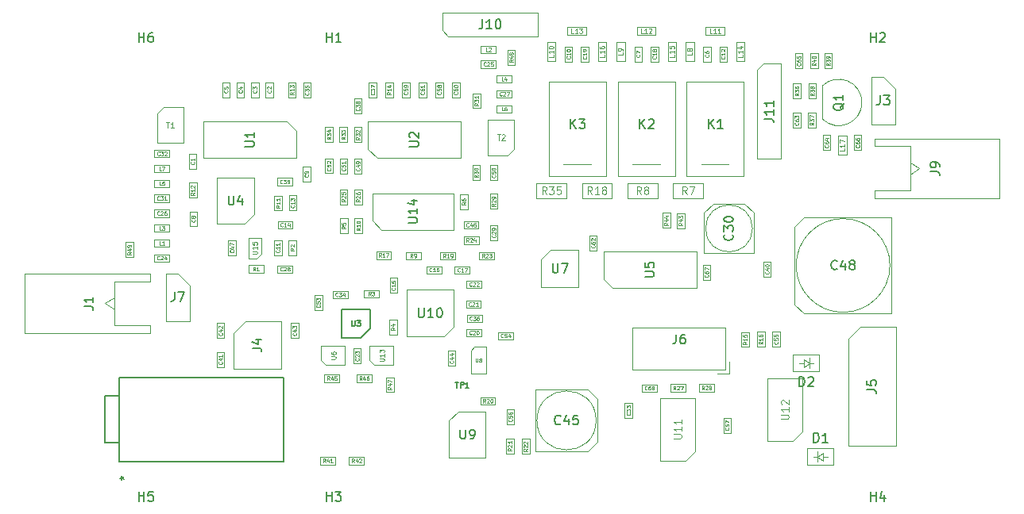
<source format=gbr>
G04 #@! TF.GenerationSoftware,KiCad,Pcbnew,7.0.10*
G04 #@! TF.CreationDate,2024-02-06T16:41:22-06:00*
G04 #@! TF.ProjectId,radiohead,72616469-6f68-4656-9164-2e6b69636164,2.0*
G04 #@! TF.SameCoordinates,Original*
G04 #@! TF.FileFunction,AssemblyDrawing,Top*
%FSLAX46Y46*%
G04 Gerber Fmt 4.6, Leading zero omitted, Abs format (unit mm)*
G04 Created by KiCad (PCBNEW 7.0.10) date 2024-02-06 16:41:22*
%MOMM*%
%LPD*%
G01*
G04 APERTURE LIST*
%ADD10C,0.060000*%
%ADD11C,0.150000*%
%ADD12C,0.120000*%
%ADD13C,0.090000*%
%ADD14C,0.080000*%
%ADD15C,0.075000*%
%ADD16C,0.100000*%
%ADD17C,0.152400*%
G04 APERTURE END LIST*
D10*
X92187032Y-109118266D02*
X92206080Y-109137314D01*
X92206080Y-109137314D02*
X92225127Y-109194456D01*
X92225127Y-109194456D02*
X92225127Y-109232552D01*
X92225127Y-109232552D02*
X92206080Y-109289695D01*
X92206080Y-109289695D02*
X92167984Y-109327790D01*
X92167984Y-109327790D02*
X92129889Y-109346837D01*
X92129889Y-109346837D02*
X92053699Y-109365885D01*
X92053699Y-109365885D02*
X91996556Y-109365885D01*
X91996556Y-109365885D02*
X91920365Y-109346837D01*
X91920365Y-109346837D02*
X91882270Y-109327790D01*
X91882270Y-109327790D02*
X91844175Y-109289695D01*
X91844175Y-109289695D02*
X91825127Y-109232552D01*
X91825127Y-109232552D02*
X91825127Y-109194456D01*
X91825127Y-109194456D02*
X91844175Y-109137314D01*
X91844175Y-109137314D02*
X91863222Y-109118266D01*
X91825127Y-108756361D02*
X91825127Y-108946837D01*
X91825127Y-108946837D02*
X92015603Y-108965885D01*
X92015603Y-108965885D02*
X91996556Y-108946837D01*
X91996556Y-108946837D02*
X91977508Y-108908742D01*
X91977508Y-108908742D02*
X91977508Y-108813504D01*
X91977508Y-108813504D02*
X91996556Y-108775409D01*
X91996556Y-108775409D02*
X92015603Y-108756361D01*
X92015603Y-108756361D02*
X92053699Y-108737314D01*
X92053699Y-108737314D02*
X92148937Y-108737314D01*
X92148937Y-108737314D02*
X92187032Y-108756361D01*
X92187032Y-108756361D02*
X92206080Y-108775409D01*
X92206080Y-108775409D02*
X92225127Y-108813504D01*
X92225127Y-108813504D02*
X92225127Y-108908742D01*
X92225127Y-108908742D02*
X92206080Y-108946837D01*
X92206080Y-108946837D02*
X92187032Y-108965885D01*
X99319927Y-125970066D02*
X99129451Y-126103399D01*
X99319927Y-126198637D02*
X98919927Y-126198637D01*
X98919927Y-126198637D02*
X98919927Y-126046256D01*
X98919927Y-126046256D02*
X98938975Y-126008161D01*
X98938975Y-126008161D02*
X98958022Y-125989114D01*
X98958022Y-125989114D02*
X98996118Y-125970066D01*
X98996118Y-125970066D02*
X99053260Y-125970066D01*
X99053260Y-125970066D02*
X99091356Y-125989114D01*
X99091356Y-125989114D02*
X99110403Y-126008161D01*
X99110403Y-126008161D02*
X99129451Y-126046256D01*
X99129451Y-126046256D02*
X99129451Y-126198637D01*
X98958022Y-125817685D02*
X98938975Y-125798637D01*
X98938975Y-125798637D02*
X98919927Y-125760542D01*
X98919927Y-125760542D02*
X98919927Y-125665304D01*
X98919927Y-125665304D02*
X98938975Y-125627209D01*
X98938975Y-125627209D02*
X98958022Y-125608161D01*
X98958022Y-125608161D02*
X98996118Y-125589114D01*
X98996118Y-125589114D02*
X99034213Y-125589114D01*
X99034213Y-125589114D02*
X99091356Y-125608161D01*
X99091356Y-125608161D02*
X99319927Y-125836733D01*
X99319927Y-125836733D02*
X99319927Y-125589114D01*
X95163733Y-128369327D02*
X95030400Y-128178851D01*
X94935162Y-128369327D02*
X94935162Y-127969327D01*
X94935162Y-127969327D02*
X95087543Y-127969327D01*
X95087543Y-127969327D02*
X95125638Y-127988375D01*
X95125638Y-127988375D02*
X95144685Y-128007422D01*
X95144685Y-128007422D02*
X95163733Y-128045518D01*
X95163733Y-128045518D02*
X95163733Y-128102660D01*
X95163733Y-128102660D02*
X95144685Y-128140756D01*
X95144685Y-128140756D02*
X95125638Y-128159803D01*
X95125638Y-128159803D02*
X95087543Y-128178851D01*
X95087543Y-128178851D02*
X94935162Y-128178851D01*
X95544685Y-128369327D02*
X95316114Y-128369327D01*
X95430400Y-128369327D02*
X95430400Y-127969327D01*
X95430400Y-127969327D02*
X95392304Y-128026470D01*
X95392304Y-128026470D02*
X95354209Y-128064565D01*
X95354209Y-128064565D02*
X95316114Y-128083613D01*
X100777032Y-118126266D02*
X100796080Y-118145314D01*
X100796080Y-118145314D02*
X100815127Y-118202456D01*
X100815127Y-118202456D02*
X100815127Y-118240552D01*
X100815127Y-118240552D02*
X100796080Y-118297695D01*
X100796080Y-118297695D02*
X100757984Y-118335790D01*
X100757984Y-118335790D02*
X100719889Y-118354837D01*
X100719889Y-118354837D02*
X100643699Y-118373885D01*
X100643699Y-118373885D02*
X100586556Y-118373885D01*
X100586556Y-118373885D02*
X100510365Y-118354837D01*
X100510365Y-118354837D02*
X100472270Y-118335790D01*
X100472270Y-118335790D02*
X100434175Y-118297695D01*
X100434175Y-118297695D02*
X100415127Y-118240552D01*
X100415127Y-118240552D02*
X100415127Y-118202456D01*
X100415127Y-118202456D02*
X100434175Y-118145314D01*
X100434175Y-118145314D02*
X100453222Y-118126266D01*
X100815127Y-117935790D02*
X100815127Y-117859599D01*
X100815127Y-117859599D02*
X100796080Y-117821504D01*
X100796080Y-117821504D02*
X100777032Y-117802456D01*
X100777032Y-117802456D02*
X100719889Y-117764361D01*
X100719889Y-117764361D02*
X100643699Y-117745314D01*
X100643699Y-117745314D02*
X100491318Y-117745314D01*
X100491318Y-117745314D02*
X100453222Y-117764361D01*
X100453222Y-117764361D02*
X100434175Y-117783409D01*
X100434175Y-117783409D02*
X100415127Y-117821504D01*
X100415127Y-117821504D02*
X100415127Y-117897695D01*
X100415127Y-117897695D02*
X100434175Y-117935790D01*
X100434175Y-117935790D02*
X100453222Y-117954837D01*
X100453222Y-117954837D02*
X100491318Y-117973885D01*
X100491318Y-117973885D02*
X100586556Y-117973885D01*
X100586556Y-117973885D02*
X100624651Y-117954837D01*
X100624651Y-117954837D02*
X100643699Y-117935790D01*
X100643699Y-117935790D02*
X100662746Y-117897695D01*
X100662746Y-117897695D02*
X100662746Y-117821504D01*
X100662746Y-117821504D02*
X100643699Y-117783409D01*
X100643699Y-117783409D02*
X100624651Y-117764361D01*
X100624651Y-117764361D02*
X100586556Y-117745314D01*
X95270364Y-109118266D02*
X95289412Y-109137314D01*
X95289412Y-109137314D02*
X95308459Y-109194456D01*
X95308459Y-109194456D02*
X95308459Y-109232552D01*
X95308459Y-109232552D02*
X95289412Y-109289695D01*
X95289412Y-109289695D02*
X95251316Y-109327790D01*
X95251316Y-109327790D02*
X95213221Y-109346837D01*
X95213221Y-109346837D02*
X95137031Y-109365885D01*
X95137031Y-109365885D02*
X95079888Y-109365885D01*
X95079888Y-109365885D02*
X95003697Y-109346837D01*
X95003697Y-109346837D02*
X94965602Y-109327790D01*
X94965602Y-109327790D02*
X94927507Y-109289695D01*
X94927507Y-109289695D02*
X94908459Y-109232552D01*
X94908459Y-109232552D02*
X94908459Y-109194456D01*
X94908459Y-109194456D02*
X94927507Y-109137314D01*
X94927507Y-109137314D02*
X94946554Y-109118266D01*
X94908459Y-108984933D02*
X94908459Y-108737314D01*
X94908459Y-108737314D02*
X95060840Y-108870647D01*
X95060840Y-108870647D02*
X95060840Y-108813504D01*
X95060840Y-108813504D02*
X95079888Y-108775409D01*
X95079888Y-108775409D02*
X95098935Y-108756361D01*
X95098935Y-108756361D02*
X95137031Y-108737314D01*
X95137031Y-108737314D02*
X95232269Y-108737314D01*
X95232269Y-108737314D02*
X95270364Y-108756361D01*
X95270364Y-108756361D02*
X95289412Y-108775409D01*
X95289412Y-108775409D02*
X95308459Y-108813504D01*
X95308459Y-108813504D02*
X95308459Y-108927790D01*
X95308459Y-108927790D02*
X95289412Y-108965885D01*
X95289412Y-108965885D02*
X95270364Y-108984933D01*
X99297532Y-121372542D02*
X99316580Y-121391590D01*
X99316580Y-121391590D02*
X99335627Y-121448732D01*
X99335627Y-121448732D02*
X99335627Y-121486828D01*
X99335627Y-121486828D02*
X99316580Y-121543971D01*
X99316580Y-121543971D02*
X99278484Y-121582066D01*
X99278484Y-121582066D02*
X99240389Y-121601113D01*
X99240389Y-121601113D02*
X99164199Y-121620161D01*
X99164199Y-121620161D02*
X99107056Y-121620161D01*
X99107056Y-121620161D02*
X99030865Y-121601113D01*
X99030865Y-121601113D02*
X98992770Y-121582066D01*
X98992770Y-121582066D02*
X98954675Y-121543971D01*
X98954675Y-121543971D02*
X98935627Y-121486828D01*
X98935627Y-121486828D02*
X98935627Y-121448732D01*
X98935627Y-121448732D02*
X98954675Y-121391590D01*
X98954675Y-121391590D02*
X98973722Y-121372542D01*
X99335627Y-120991590D02*
X99335627Y-121220161D01*
X99335627Y-121105875D02*
X98935627Y-121105875D01*
X98935627Y-121105875D02*
X98992770Y-121143971D01*
X98992770Y-121143971D02*
X99030865Y-121182066D01*
X99030865Y-121182066D02*
X99049913Y-121220161D01*
X98935627Y-120858257D02*
X98935627Y-120610638D01*
X98935627Y-120610638D02*
X99088008Y-120743971D01*
X99088008Y-120743971D02*
X99088008Y-120686828D01*
X99088008Y-120686828D02*
X99107056Y-120648733D01*
X99107056Y-120648733D02*
X99126103Y-120629685D01*
X99126103Y-120629685D02*
X99164199Y-120610638D01*
X99164199Y-120610638D02*
X99259437Y-120610638D01*
X99259437Y-120610638D02*
X99297532Y-120629685D01*
X99297532Y-120629685D02*
X99316580Y-120648733D01*
X99316580Y-120648733D02*
X99335627Y-120686828D01*
X99335627Y-120686828D02*
X99335627Y-120801114D01*
X99335627Y-120801114D02*
X99316580Y-120839209D01*
X99316580Y-120839209D02*
X99297532Y-120858257D01*
X110041432Y-130193542D02*
X110060480Y-130212590D01*
X110060480Y-130212590D02*
X110079527Y-130269732D01*
X110079527Y-130269732D02*
X110079527Y-130307828D01*
X110079527Y-130307828D02*
X110060480Y-130364971D01*
X110060480Y-130364971D02*
X110022384Y-130403066D01*
X110022384Y-130403066D02*
X109984289Y-130422113D01*
X109984289Y-130422113D02*
X109908099Y-130441161D01*
X109908099Y-130441161D02*
X109850956Y-130441161D01*
X109850956Y-130441161D02*
X109774765Y-130422113D01*
X109774765Y-130422113D02*
X109736670Y-130403066D01*
X109736670Y-130403066D02*
X109698575Y-130364971D01*
X109698575Y-130364971D02*
X109679527Y-130307828D01*
X109679527Y-130307828D02*
X109679527Y-130269732D01*
X109679527Y-130269732D02*
X109698575Y-130212590D01*
X109698575Y-130212590D02*
X109717622Y-130193542D01*
X110079527Y-129812590D02*
X110079527Y-130041161D01*
X110079527Y-129926875D02*
X109679527Y-129926875D01*
X109679527Y-129926875D02*
X109736670Y-129964971D01*
X109736670Y-129964971D02*
X109774765Y-130003066D01*
X109774765Y-130003066D02*
X109793813Y-130041161D01*
X109679527Y-129450685D02*
X109679527Y-129641161D01*
X109679527Y-129641161D02*
X109870003Y-129660209D01*
X109870003Y-129660209D02*
X109850956Y-129641161D01*
X109850956Y-129641161D02*
X109831908Y-129603066D01*
X109831908Y-129603066D02*
X109831908Y-129507828D01*
X109831908Y-129507828D02*
X109850956Y-129469733D01*
X109850956Y-129469733D02*
X109870003Y-129450685D01*
X109870003Y-129450685D02*
X109908099Y-129431638D01*
X109908099Y-129431638D02*
X110003337Y-129431638D01*
X110003337Y-129431638D02*
X110041432Y-129450685D01*
X110041432Y-129450685D02*
X110060480Y-129469733D01*
X110060480Y-129469733D02*
X110079527Y-129507828D01*
X110079527Y-129507828D02*
X110079527Y-129603066D01*
X110079527Y-129603066D02*
X110060480Y-129641161D01*
X110060480Y-129641161D02*
X110041432Y-129660209D01*
X96812032Y-109118266D02*
X96831080Y-109137314D01*
X96831080Y-109137314D02*
X96850127Y-109194456D01*
X96850127Y-109194456D02*
X96850127Y-109232552D01*
X96850127Y-109232552D02*
X96831080Y-109289695D01*
X96831080Y-109289695D02*
X96792984Y-109327790D01*
X96792984Y-109327790D02*
X96754889Y-109346837D01*
X96754889Y-109346837D02*
X96678699Y-109365885D01*
X96678699Y-109365885D02*
X96621556Y-109365885D01*
X96621556Y-109365885D02*
X96545365Y-109346837D01*
X96545365Y-109346837D02*
X96507270Y-109327790D01*
X96507270Y-109327790D02*
X96469175Y-109289695D01*
X96469175Y-109289695D02*
X96450127Y-109232552D01*
X96450127Y-109232552D02*
X96450127Y-109194456D01*
X96450127Y-109194456D02*
X96469175Y-109137314D01*
X96469175Y-109137314D02*
X96488222Y-109118266D01*
X96488222Y-108965885D02*
X96469175Y-108946837D01*
X96469175Y-108946837D02*
X96450127Y-108908742D01*
X96450127Y-108908742D02*
X96450127Y-108813504D01*
X96450127Y-108813504D02*
X96469175Y-108775409D01*
X96469175Y-108775409D02*
X96488222Y-108756361D01*
X96488222Y-108756361D02*
X96526318Y-108737314D01*
X96526318Y-108737314D02*
X96564413Y-108737314D01*
X96564413Y-108737314D02*
X96621556Y-108756361D01*
X96621556Y-108756361D02*
X96850127Y-108984933D01*
X96850127Y-108984933D02*
X96850127Y-108737314D01*
X118226757Y-129966632D02*
X118207709Y-129985680D01*
X118207709Y-129985680D02*
X118150567Y-130004727D01*
X118150567Y-130004727D02*
X118112471Y-130004727D01*
X118112471Y-130004727D02*
X118055328Y-129985680D01*
X118055328Y-129985680D02*
X118017233Y-129947584D01*
X118017233Y-129947584D02*
X117998186Y-129909489D01*
X117998186Y-129909489D02*
X117979138Y-129833299D01*
X117979138Y-129833299D02*
X117979138Y-129776156D01*
X117979138Y-129776156D02*
X117998186Y-129699965D01*
X117998186Y-129699965D02*
X118017233Y-129661870D01*
X118017233Y-129661870D02*
X118055328Y-129623775D01*
X118055328Y-129623775D02*
X118112471Y-129604727D01*
X118112471Y-129604727D02*
X118150567Y-129604727D01*
X118150567Y-129604727D02*
X118207709Y-129623775D01*
X118207709Y-129623775D02*
X118226757Y-129642822D01*
X118379138Y-129642822D02*
X118398186Y-129623775D01*
X118398186Y-129623775D02*
X118436281Y-129604727D01*
X118436281Y-129604727D02*
X118531519Y-129604727D01*
X118531519Y-129604727D02*
X118569614Y-129623775D01*
X118569614Y-129623775D02*
X118588662Y-129642822D01*
X118588662Y-129642822D02*
X118607709Y-129680918D01*
X118607709Y-129680918D02*
X118607709Y-129719013D01*
X118607709Y-129719013D02*
X118588662Y-129776156D01*
X118588662Y-129776156D02*
X118360090Y-130004727D01*
X118360090Y-130004727D02*
X118607709Y-130004727D01*
X118760090Y-129642822D02*
X118779138Y-129623775D01*
X118779138Y-129623775D02*
X118817233Y-129604727D01*
X118817233Y-129604727D02*
X118912471Y-129604727D01*
X118912471Y-129604727D02*
X118950566Y-129623775D01*
X118950566Y-129623775D02*
X118969614Y-129642822D01*
X118969614Y-129642822D02*
X118988661Y-129680918D01*
X118988661Y-129680918D02*
X118988661Y-129719013D01*
X118988661Y-129719013D02*
X118969614Y-129776156D01*
X118969614Y-129776156D02*
X118741042Y-130004727D01*
X118741042Y-130004727D02*
X118988661Y-130004727D01*
X119756057Y-106465432D02*
X119737009Y-106484480D01*
X119737009Y-106484480D02*
X119679867Y-106503527D01*
X119679867Y-106503527D02*
X119641771Y-106503527D01*
X119641771Y-106503527D02*
X119584628Y-106484480D01*
X119584628Y-106484480D02*
X119546533Y-106446384D01*
X119546533Y-106446384D02*
X119527486Y-106408289D01*
X119527486Y-106408289D02*
X119508438Y-106332099D01*
X119508438Y-106332099D02*
X119508438Y-106274956D01*
X119508438Y-106274956D02*
X119527486Y-106198765D01*
X119527486Y-106198765D02*
X119546533Y-106160670D01*
X119546533Y-106160670D02*
X119584628Y-106122575D01*
X119584628Y-106122575D02*
X119641771Y-106103527D01*
X119641771Y-106103527D02*
X119679867Y-106103527D01*
X119679867Y-106103527D02*
X119737009Y-106122575D01*
X119737009Y-106122575D02*
X119756057Y-106141622D01*
X119908438Y-106141622D02*
X119927486Y-106122575D01*
X119927486Y-106122575D02*
X119965581Y-106103527D01*
X119965581Y-106103527D02*
X120060819Y-106103527D01*
X120060819Y-106103527D02*
X120098914Y-106122575D01*
X120098914Y-106122575D02*
X120117962Y-106141622D01*
X120117962Y-106141622D02*
X120137009Y-106179718D01*
X120137009Y-106179718D02*
X120137009Y-106217813D01*
X120137009Y-106217813D02*
X120117962Y-106274956D01*
X120117962Y-106274956D02*
X119889390Y-106503527D01*
X119889390Y-106503527D02*
X120137009Y-106503527D01*
X120498914Y-106103527D02*
X120308438Y-106103527D01*
X120308438Y-106103527D02*
X120289390Y-106294003D01*
X120289390Y-106294003D02*
X120308438Y-106274956D01*
X120308438Y-106274956D02*
X120346533Y-106255908D01*
X120346533Y-106255908D02*
X120441771Y-106255908D01*
X120441771Y-106255908D02*
X120479866Y-106274956D01*
X120479866Y-106274956D02*
X120498914Y-106294003D01*
X120498914Y-106294003D02*
X120517961Y-106332099D01*
X120517961Y-106332099D02*
X120517961Y-106427337D01*
X120517961Y-106427337D02*
X120498914Y-106465432D01*
X120498914Y-106465432D02*
X120479866Y-106484480D01*
X120479866Y-106484480D02*
X120441771Y-106503527D01*
X120441771Y-106503527D02*
X120346533Y-106503527D01*
X120346533Y-106503527D02*
X120308438Y-106484480D01*
X120308438Y-106484480D02*
X120289390Y-106465432D01*
X121436057Y-109647432D02*
X121417009Y-109666480D01*
X121417009Y-109666480D02*
X121359867Y-109685527D01*
X121359867Y-109685527D02*
X121321771Y-109685527D01*
X121321771Y-109685527D02*
X121264628Y-109666480D01*
X121264628Y-109666480D02*
X121226533Y-109628384D01*
X121226533Y-109628384D02*
X121207486Y-109590289D01*
X121207486Y-109590289D02*
X121188438Y-109514099D01*
X121188438Y-109514099D02*
X121188438Y-109456956D01*
X121188438Y-109456956D02*
X121207486Y-109380765D01*
X121207486Y-109380765D02*
X121226533Y-109342670D01*
X121226533Y-109342670D02*
X121264628Y-109304575D01*
X121264628Y-109304575D02*
X121321771Y-109285527D01*
X121321771Y-109285527D02*
X121359867Y-109285527D01*
X121359867Y-109285527D02*
X121417009Y-109304575D01*
X121417009Y-109304575D02*
X121436057Y-109323622D01*
X121588438Y-109323622D02*
X121607486Y-109304575D01*
X121607486Y-109304575D02*
X121645581Y-109285527D01*
X121645581Y-109285527D02*
X121740819Y-109285527D01*
X121740819Y-109285527D02*
X121778914Y-109304575D01*
X121778914Y-109304575D02*
X121797962Y-109323622D01*
X121797962Y-109323622D02*
X121817009Y-109361718D01*
X121817009Y-109361718D02*
X121817009Y-109399813D01*
X121817009Y-109399813D02*
X121797962Y-109456956D01*
X121797962Y-109456956D02*
X121569390Y-109685527D01*
X121569390Y-109685527D02*
X121817009Y-109685527D01*
X121950342Y-109285527D02*
X122217009Y-109285527D01*
X122217009Y-109285527D02*
X122045580Y-109685527D01*
X119946533Y-104937527D02*
X119756057Y-104937527D01*
X119756057Y-104937527D02*
X119756057Y-104537527D01*
X120060819Y-104575622D02*
X120079867Y-104556575D01*
X120079867Y-104556575D02*
X120117962Y-104537527D01*
X120117962Y-104537527D02*
X120213200Y-104537527D01*
X120213200Y-104537527D02*
X120251295Y-104556575D01*
X120251295Y-104556575D02*
X120270343Y-104575622D01*
X120270343Y-104575622D02*
X120289390Y-104613718D01*
X120289390Y-104613718D02*
X120289390Y-104651813D01*
X120289390Y-104651813D02*
X120270343Y-104708956D01*
X120270343Y-104708956D02*
X120041771Y-104937527D01*
X120041771Y-104937527D02*
X120289390Y-104937527D01*
X121626533Y-108089527D02*
X121436057Y-108089527D01*
X121436057Y-108089527D02*
X121436057Y-107689527D01*
X121931295Y-107822860D02*
X121931295Y-108089527D01*
X121836057Y-107670480D02*
X121740819Y-107956194D01*
X121740819Y-107956194D02*
X121988438Y-107956194D01*
X121626533Y-111281527D02*
X121436057Y-111281527D01*
X121436057Y-111281527D02*
X121436057Y-110881527D01*
X121931295Y-110881527D02*
X121855105Y-110881527D01*
X121855105Y-110881527D02*
X121817009Y-110900575D01*
X121817009Y-110900575D02*
X121797962Y-110919622D01*
X121797962Y-110919622D02*
X121759867Y-110976765D01*
X121759867Y-110976765D02*
X121740819Y-111052956D01*
X121740819Y-111052956D02*
X121740819Y-111205337D01*
X121740819Y-111205337D02*
X121759867Y-111243432D01*
X121759867Y-111243432D02*
X121778914Y-111262480D01*
X121778914Y-111262480D02*
X121817009Y-111281527D01*
X121817009Y-111281527D02*
X121893200Y-111281527D01*
X121893200Y-111281527D02*
X121931295Y-111262480D01*
X121931295Y-111262480D02*
X121950343Y-111243432D01*
X121950343Y-111243432D02*
X121969390Y-111205337D01*
X121969390Y-111205337D02*
X121969390Y-111110099D01*
X121969390Y-111110099D02*
X121950343Y-111072003D01*
X121950343Y-111072003D02*
X121931295Y-111052956D01*
X121931295Y-111052956D02*
X121893200Y-111033908D01*
X121893200Y-111033908D02*
X121817009Y-111033908D01*
X121817009Y-111033908D02*
X121778914Y-111052956D01*
X121778914Y-111052956D02*
X121759867Y-111072003D01*
X121759867Y-111072003D02*
X121740819Y-111110099D01*
D11*
X102738095Y-103954819D02*
X102738095Y-102954819D01*
X102738095Y-103431009D02*
X103309523Y-103431009D01*
X103309523Y-103954819D02*
X103309523Y-102954819D01*
X104309523Y-103954819D02*
X103738095Y-103954819D01*
X104023809Y-103954819D02*
X104023809Y-102954819D01*
X104023809Y-102954819D02*
X103928571Y-103097676D01*
X103928571Y-103097676D02*
X103833333Y-103192914D01*
X103833333Y-103192914D02*
X103738095Y-103240533D01*
X160738095Y-103954819D02*
X160738095Y-102954819D01*
X160738095Y-103431009D02*
X161309523Y-103431009D01*
X161309523Y-103954819D02*
X161309523Y-102954819D01*
X161738095Y-103050057D02*
X161785714Y-103002438D01*
X161785714Y-103002438D02*
X161880952Y-102954819D01*
X161880952Y-102954819D02*
X162119047Y-102954819D01*
X162119047Y-102954819D02*
X162214285Y-103002438D01*
X162214285Y-103002438D02*
X162261904Y-103050057D01*
X162261904Y-103050057D02*
X162309523Y-103145295D01*
X162309523Y-103145295D02*
X162309523Y-103240533D01*
X162309523Y-103240533D02*
X162261904Y-103383390D01*
X162261904Y-103383390D02*
X161690476Y-103954819D01*
X161690476Y-103954819D02*
X162309523Y-103954819D01*
D10*
X84955657Y-116012806D02*
X84936609Y-116031854D01*
X84936609Y-116031854D02*
X84879467Y-116050901D01*
X84879467Y-116050901D02*
X84841371Y-116050901D01*
X84841371Y-116050901D02*
X84784228Y-116031854D01*
X84784228Y-116031854D02*
X84746133Y-115993758D01*
X84746133Y-115993758D02*
X84727086Y-115955663D01*
X84727086Y-115955663D02*
X84708038Y-115879473D01*
X84708038Y-115879473D02*
X84708038Y-115822330D01*
X84708038Y-115822330D02*
X84727086Y-115746139D01*
X84727086Y-115746139D02*
X84746133Y-115708044D01*
X84746133Y-115708044D02*
X84784228Y-115669949D01*
X84784228Y-115669949D02*
X84841371Y-115650901D01*
X84841371Y-115650901D02*
X84879467Y-115650901D01*
X84879467Y-115650901D02*
X84936609Y-115669949D01*
X84936609Y-115669949D02*
X84955657Y-115688996D01*
X85088990Y-115650901D02*
X85336609Y-115650901D01*
X85336609Y-115650901D02*
X85203276Y-115803282D01*
X85203276Y-115803282D02*
X85260419Y-115803282D01*
X85260419Y-115803282D02*
X85298514Y-115822330D01*
X85298514Y-115822330D02*
X85317562Y-115841377D01*
X85317562Y-115841377D02*
X85336609Y-115879473D01*
X85336609Y-115879473D02*
X85336609Y-115974711D01*
X85336609Y-115974711D02*
X85317562Y-116012806D01*
X85317562Y-116012806D02*
X85298514Y-116031854D01*
X85298514Y-116031854D02*
X85260419Y-116050901D01*
X85260419Y-116050901D02*
X85146133Y-116050901D01*
X85146133Y-116050901D02*
X85108038Y-116031854D01*
X85108038Y-116031854D02*
X85088990Y-116012806D01*
X85488990Y-115688996D02*
X85508038Y-115669949D01*
X85508038Y-115669949D02*
X85546133Y-115650901D01*
X85546133Y-115650901D02*
X85641371Y-115650901D01*
X85641371Y-115650901D02*
X85679466Y-115669949D01*
X85679466Y-115669949D02*
X85698514Y-115688996D01*
X85698514Y-115688996D02*
X85717561Y-115727092D01*
X85717561Y-115727092D02*
X85717561Y-115765187D01*
X85717561Y-115765187D02*
X85698514Y-115822330D01*
X85698514Y-115822330D02*
X85469942Y-116050901D01*
X85469942Y-116050901D02*
X85717561Y-116050901D01*
X85146133Y-124012771D02*
X84955657Y-124012771D01*
X84955657Y-124012771D02*
X84955657Y-123612771D01*
X85241371Y-123612771D02*
X85488990Y-123612771D01*
X85488990Y-123612771D02*
X85355657Y-123765152D01*
X85355657Y-123765152D02*
X85412800Y-123765152D01*
X85412800Y-123765152D02*
X85450895Y-123784200D01*
X85450895Y-123784200D02*
X85469943Y-123803247D01*
X85469943Y-123803247D02*
X85488990Y-123841343D01*
X85488990Y-123841343D02*
X85488990Y-123936581D01*
X85488990Y-123936581D02*
X85469943Y-123974676D01*
X85469943Y-123974676D02*
X85450895Y-123993724D01*
X85450895Y-123993724D02*
X85412800Y-124012771D01*
X85412800Y-124012771D02*
X85298514Y-124012771D01*
X85298514Y-124012771D02*
X85260419Y-123993724D01*
X85260419Y-123993724D02*
X85241371Y-123974676D01*
X85146133Y-119235649D02*
X84955657Y-119235649D01*
X84955657Y-119235649D02*
X84955657Y-118835649D01*
X85469943Y-118835649D02*
X85279467Y-118835649D01*
X85279467Y-118835649D02*
X85260419Y-119026125D01*
X85260419Y-119026125D02*
X85279467Y-119007078D01*
X85279467Y-119007078D02*
X85317562Y-118988030D01*
X85317562Y-118988030D02*
X85412800Y-118988030D01*
X85412800Y-118988030D02*
X85450895Y-119007078D01*
X85450895Y-119007078D02*
X85469943Y-119026125D01*
X85469943Y-119026125D02*
X85488990Y-119064221D01*
X85488990Y-119064221D02*
X85488990Y-119159459D01*
X85488990Y-119159459D02*
X85469943Y-119197554D01*
X85469943Y-119197554D02*
X85450895Y-119216602D01*
X85450895Y-119216602D02*
X85412800Y-119235649D01*
X85412800Y-119235649D02*
X85317562Y-119235649D01*
X85317562Y-119235649D02*
X85279467Y-119216602D01*
X85279467Y-119216602D02*
X85260419Y-119197554D01*
X85146133Y-117643275D02*
X84955657Y-117643275D01*
X84955657Y-117643275D02*
X84955657Y-117243275D01*
X85241371Y-117243275D02*
X85508038Y-117243275D01*
X85508038Y-117243275D02*
X85336609Y-117643275D01*
X85146133Y-125605145D02*
X84955657Y-125605145D01*
X84955657Y-125605145D02*
X84955657Y-125205145D01*
X85488990Y-125605145D02*
X85260419Y-125605145D01*
X85374705Y-125605145D02*
X85374705Y-125205145D01*
X85374705Y-125205145D02*
X85336609Y-125262288D01*
X85336609Y-125262288D02*
X85298514Y-125300383D01*
X85298514Y-125300383D02*
X85260419Y-125319431D01*
D11*
X76894819Y-132190933D02*
X77609104Y-132190933D01*
X77609104Y-132190933D02*
X77751961Y-132238552D01*
X77751961Y-132238552D02*
X77847200Y-132333790D01*
X77847200Y-132333790D02*
X77894819Y-132476647D01*
X77894819Y-132476647D02*
X77894819Y-132571885D01*
X77894819Y-131190933D02*
X77894819Y-131762361D01*
X77894819Y-131476647D02*
X76894819Y-131476647D01*
X76894819Y-131476647D02*
X77037676Y-131571885D01*
X77037676Y-131571885D02*
X77132914Y-131667123D01*
X77132914Y-131667123D02*
X77180533Y-131762361D01*
D10*
X104774527Y-123630466D02*
X104584051Y-123763799D01*
X104774527Y-123859037D02*
X104374527Y-123859037D01*
X104374527Y-123859037D02*
X104374527Y-123706656D01*
X104374527Y-123706656D02*
X104393575Y-123668561D01*
X104393575Y-123668561D02*
X104412622Y-123649514D01*
X104412622Y-123649514D02*
X104450718Y-123630466D01*
X104450718Y-123630466D02*
X104507860Y-123630466D01*
X104507860Y-123630466D02*
X104545956Y-123649514D01*
X104545956Y-123649514D02*
X104565003Y-123668561D01*
X104565003Y-123668561D02*
X104584051Y-123706656D01*
X104584051Y-123706656D02*
X104584051Y-123859037D01*
X104374527Y-123268561D02*
X104374527Y-123459037D01*
X104374527Y-123459037D02*
X104565003Y-123478085D01*
X104565003Y-123478085D02*
X104545956Y-123459037D01*
X104545956Y-123459037D02*
X104526908Y-123420942D01*
X104526908Y-123420942D02*
X104526908Y-123325704D01*
X104526908Y-123325704D02*
X104545956Y-123287609D01*
X104545956Y-123287609D02*
X104565003Y-123268561D01*
X104565003Y-123268561D02*
X104603099Y-123249514D01*
X104603099Y-123249514D02*
X104698337Y-123249514D01*
X104698337Y-123249514D02*
X104736432Y-123268561D01*
X104736432Y-123268561D02*
X104755480Y-123287609D01*
X104755480Y-123287609D02*
X104774527Y-123325704D01*
X104774527Y-123325704D02*
X104774527Y-123420942D01*
X104774527Y-123420942D02*
X104755480Y-123459037D01*
X104755480Y-123459037D02*
X104736432Y-123478085D01*
X117579927Y-121051466D02*
X117389451Y-121184799D01*
X117579927Y-121280037D02*
X117179927Y-121280037D01*
X117179927Y-121280037D02*
X117179927Y-121127656D01*
X117179927Y-121127656D02*
X117198975Y-121089561D01*
X117198975Y-121089561D02*
X117218022Y-121070514D01*
X117218022Y-121070514D02*
X117256118Y-121051466D01*
X117256118Y-121051466D02*
X117313260Y-121051466D01*
X117313260Y-121051466D02*
X117351356Y-121070514D01*
X117351356Y-121070514D02*
X117370403Y-121089561D01*
X117370403Y-121089561D02*
X117389451Y-121127656D01*
X117389451Y-121127656D02*
X117389451Y-121280037D01*
X117179927Y-120708609D02*
X117179927Y-120784799D01*
X117179927Y-120784799D02*
X117198975Y-120822895D01*
X117198975Y-120822895D02*
X117218022Y-120841942D01*
X117218022Y-120841942D02*
X117275165Y-120880037D01*
X117275165Y-120880037D02*
X117351356Y-120899085D01*
X117351356Y-120899085D02*
X117503737Y-120899085D01*
X117503737Y-120899085D02*
X117541832Y-120880037D01*
X117541832Y-120880037D02*
X117560880Y-120860990D01*
X117560880Y-120860990D02*
X117579927Y-120822895D01*
X117579927Y-120822895D02*
X117579927Y-120746704D01*
X117579927Y-120746704D02*
X117560880Y-120708609D01*
X117560880Y-120708609D02*
X117541832Y-120689561D01*
X117541832Y-120689561D02*
X117503737Y-120670514D01*
X117503737Y-120670514D02*
X117408499Y-120670514D01*
X117408499Y-120670514D02*
X117370403Y-120689561D01*
X117370403Y-120689561D02*
X117351356Y-120708609D01*
X117351356Y-120708609D02*
X117332308Y-120746704D01*
X117332308Y-120746704D02*
X117332308Y-120822895D01*
X117332308Y-120822895D02*
X117351356Y-120860990D01*
X117351356Y-120860990D02*
X117370403Y-120880037D01*
X117370403Y-120880037D02*
X117408499Y-120899085D01*
X111933733Y-126966127D02*
X111800400Y-126775651D01*
X111705162Y-126966127D02*
X111705162Y-126566127D01*
X111705162Y-126566127D02*
X111857543Y-126566127D01*
X111857543Y-126566127D02*
X111895638Y-126585175D01*
X111895638Y-126585175D02*
X111914685Y-126604222D01*
X111914685Y-126604222D02*
X111933733Y-126642318D01*
X111933733Y-126642318D02*
X111933733Y-126699460D01*
X111933733Y-126699460D02*
X111914685Y-126737556D01*
X111914685Y-126737556D02*
X111895638Y-126756603D01*
X111895638Y-126756603D02*
X111857543Y-126775651D01*
X111857543Y-126775651D02*
X111705162Y-126775651D01*
X112124209Y-126966127D02*
X112200400Y-126966127D01*
X112200400Y-126966127D02*
X112238495Y-126947080D01*
X112238495Y-126947080D02*
X112257543Y-126928032D01*
X112257543Y-126928032D02*
X112295638Y-126870889D01*
X112295638Y-126870889D02*
X112314685Y-126794699D01*
X112314685Y-126794699D02*
X112314685Y-126642318D01*
X112314685Y-126642318D02*
X112295638Y-126604222D01*
X112295638Y-126604222D02*
X112276590Y-126585175D01*
X112276590Y-126585175D02*
X112238495Y-126566127D01*
X112238495Y-126566127D02*
X112162304Y-126566127D01*
X112162304Y-126566127D02*
X112124209Y-126585175D01*
X112124209Y-126585175D02*
X112105162Y-126604222D01*
X112105162Y-126604222D02*
X112086114Y-126642318D01*
X112086114Y-126642318D02*
X112086114Y-126737556D01*
X112086114Y-126737556D02*
X112105162Y-126775651D01*
X112105162Y-126775651D02*
X112124209Y-126794699D01*
X112124209Y-126794699D02*
X112162304Y-126813746D01*
X112162304Y-126813746D02*
X112238495Y-126813746D01*
X112238495Y-126813746D02*
X112276590Y-126794699D01*
X112276590Y-126794699D02*
X112295638Y-126775651D01*
X112295638Y-126775651D02*
X112314685Y-126737556D01*
X106341727Y-123821142D02*
X106151251Y-123954475D01*
X106341727Y-124049713D02*
X105941727Y-124049713D01*
X105941727Y-124049713D02*
X105941727Y-123897332D01*
X105941727Y-123897332D02*
X105960775Y-123859237D01*
X105960775Y-123859237D02*
X105979822Y-123840190D01*
X105979822Y-123840190D02*
X106017918Y-123821142D01*
X106017918Y-123821142D02*
X106075060Y-123821142D01*
X106075060Y-123821142D02*
X106113156Y-123840190D01*
X106113156Y-123840190D02*
X106132203Y-123859237D01*
X106132203Y-123859237D02*
X106151251Y-123897332D01*
X106151251Y-123897332D02*
X106151251Y-124049713D01*
X106341727Y-123440190D02*
X106341727Y-123668761D01*
X106341727Y-123554475D02*
X105941727Y-123554475D01*
X105941727Y-123554475D02*
X105998870Y-123592571D01*
X105998870Y-123592571D02*
X106036965Y-123630666D01*
X106036965Y-123630666D02*
X106056013Y-123668761D01*
X105941727Y-123192571D02*
X105941727Y-123154476D01*
X105941727Y-123154476D02*
X105960775Y-123116380D01*
X105960775Y-123116380D02*
X105979822Y-123097333D01*
X105979822Y-123097333D02*
X106017918Y-123078285D01*
X106017918Y-123078285D02*
X106094108Y-123059238D01*
X106094108Y-123059238D02*
X106189346Y-123059238D01*
X106189346Y-123059238D02*
X106265537Y-123078285D01*
X106265537Y-123078285D02*
X106303632Y-123097333D01*
X106303632Y-123097333D02*
X106322680Y-123116380D01*
X106322680Y-123116380D02*
X106341727Y-123154476D01*
X106341727Y-123154476D02*
X106341727Y-123192571D01*
X106341727Y-123192571D02*
X106322680Y-123230666D01*
X106322680Y-123230666D02*
X106303632Y-123249714D01*
X106303632Y-123249714D02*
X106265537Y-123268761D01*
X106265537Y-123268761D02*
X106189346Y-123287809D01*
X106189346Y-123287809D02*
X106094108Y-123287809D01*
X106094108Y-123287809D02*
X106017918Y-123268761D01*
X106017918Y-123268761D02*
X105979822Y-123249714D01*
X105979822Y-123249714D02*
X105960775Y-123230666D01*
X105960775Y-123230666D02*
X105941727Y-123192571D01*
X97792327Y-121406942D02*
X97601851Y-121540275D01*
X97792327Y-121635513D02*
X97392327Y-121635513D01*
X97392327Y-121635513D02*
X97392327Y-121483132D01*
X97392327Y-121483132D02*
X97411375Y-121445037D01*
X97411375Y-121445037D02*
X97430422Y-121425990D01*
X97430422Y-121425990D02*
X97468518Y-121406942D01*
X97468518Y-121406942D02*
X97525660Y-121406942D01*
X97525660Y-121406942D02*
X97563756Y-121425990D01*
X97563756Y-121425990D02*
X97582803Y-121445037D01*
X97582803Y-121445037D02*
X97601851Y-121483132D01*
X97601851Y-121483132D02*
X97601851Y-121635513D01*
X97792327Y-121025990D02*
X97792327Y-121254561D01*
X97792327Y-121140275D02*
X97392327Y-121140275D01*
X97392327Y-121140275D02*
X97449470Y-121178371D01*
X97449470Y-121178371D02*
X97487565Y-121216466D01*
X97487565Y-121216466D02*
X97506613Y-121254561D01*
X97792327Y-120645038D02*
X97792327Y-120873609D01*
X97792327Y-120759323D02*
X97392327Y-120759323D01*
X97392327Y-120759323D02*
X97449470Y-120797419D01*
X97449470Y-120797419D02*
X97487565Y-120835514D01*
X97487565Y-120835514D02*
X97506613Y-120873609D01*
X88693427Y-120034342D02*
X88502951Y-120167675D01*
X88693427Y-120262913D02*
X88293427Y-120262913D01*
X88293427Y-120262913D02*
X88293427Y-120110532D01*
X88293427Y-120110532D02*
X88312475Y-120072437D01*
X88312475Y-120072437D02*
X88331522Y-120053390D01*
X88331522Y-120053390D02*
X88369618Y-120034342D01*
X88369618Y-120034342D02*
X88426760Y-120034342D01*
X88426760Y-120034342D02*
X88464856Y-120053390D01*
X88464856Y-120053390D02*
X88483903Y-120072437D01*
X88483903Y-120072437D02*
X88502951Y-120110532D01*
X88502951Y-120110532D02*
X88502951Y-120262913D01*
X88693427Y-119653390D02*
X88693427Y-119881961D01*
X88693427Y-119767675D02*
X88293427Y-119767675D01*
X88293427Y-119767675D02*
X88350570Y-119805771D01*
X88350570Y-119805771D02*
X88388665Y-119843866D01*
X88388665Y-119843866D02*
X88407713Y-119881961D01*
X88331522Y-119501009D02*
X88312475Y-119481961D01*
X88312475Y-119481961D02*
X88293427Y-119443866D01*
X88293427Y-119443866D02*
X88293427Y-119348628D01*
X88293427Y-119348628D02*
X88312475Y-119310533D01*
X88312475Y-119310533D02*
X88331522Y-119291485D01*
X88331522Y-119291485D02*
X88369618Y-119272438D01*
X88369618Y-119272438D02*
X88407713Y-119272438D01*
X88407713Y-119272438D02*
X88464856Y-119291485D01*
X88464856Y-119291485D02*
X88693427Y-119520057D01*
X88693427Y-119520057D02*
X88693427Y-119272438D01*
X99246727Y-109319342D02*
X99056251Y-109452675D01*
X99246727Y-109547913D02*
X98846727Y-109547913D01*
X98846727Y-109547913D02*
X98846727Y-109395532D01*
X98846727Y-109395532D02*
X98865775Y-109357437D01*
X98865775Y-109357437D02*
X98884822Y-109338390D01*
X98884822Y-109338390D02*
X98922918Y-109319342D01*
X98922918Y-109319342D02*
X98980060Y-109319342D01*
X98980060Y-109319342D02*
X99018156Y-109338390D01*
X99018156Y-109338390D02*
X99037203Y-109357437D01*
X99037203Y-109357437D02*
X99056251Y-109395532D01*
X99056251Y-109395532D02*
X99056251Y-109547913D01*
X99246727Y-108938390D02*
X99246727Y-109166961D01*
X99246727Y-109052675D02*
X98846727Y-109052675D01*
X98846727Y-109052675D02*
X98903870Y-109090771D01*
X98903870Y-109090771D02*
X98941965Y-109128866D01*
X98941965Y-109128866D02*
X98961013Y-109166961D01*
X98846727Y-108805057D02*
X98846727Y-108557438D01*
X98846727Y-108557438D02*
X98999108Y-108690771D01*
X98999108Y-108690771D02*
X98999108Y-108633628D01*
X98999108Y-108633628D02*
X99018156Y-108595533D01*
X99018156Y-108595533D02*
X99037203Y-108576485D01*
X99037203Y-108576485D02*
X99075299Y-108557438D01*
X99075299Y-108557438D02*
X99170537Y-108557438D01*
X99170537Y-108557438D02*
X99208632Y-108576485D01*
X99208632Y-108576485D02*
X99227680Y-108595533D01*
X99227680Y-108595533D02*
X99246727Y-108633628D01*
X99246727Y-108633628D02*
X99246727Y-108747914D01*
X99246727Y-108747914D02*
X99227680Y-108786009D01*
X99227680Y-108786009D02*
X99208632Y-108805057D01*
X109632007Y-109316742D02*
X109441531Y-109450075D01*
X109632007Y-109545313D02*
X109232007Y-109545313D01*
X109232007Y-109545313D02*
X109232007Y-109392932D01*
X109232007Y-109392932D02*
X109251055Y-109354837D01*
X109251055Y-109354837D02*
X109270102Y-109335790D01*
X109270102Y-109335790D02*
X109308198Y-109316742D01*
X109308198Y-109316742D02*
X109365340Y-109316742D01*
X109365340Y-109316742D02*
X109403436Y-109335790D01*
X109403436Y-109335790D02*
X109422483Y-109354837D01*
X109422483Y-109354837D02*
X109441531Y-109392932D01*
X109441531Y-109392932D02*
X109441531Y-109545313D01*
X109632007Y-108935790D02*
X109632007Y-109164361D01*
X109632007Y-109050075D02*
X109232007Y-109050075D01*
X109232007Y-109050075D02*
X109289150Y-109088171D01*
X109289150Y-109088171D02*
X109327245Y-109126266D01*
X109327245Y-109126266D02*
X109346293Y-109164361D01*
X109365340Y-108592933D02*
X109632007Y-108592933D01*
X109212960Y-108688171D02*
X109498674Y-108783409D01*
X109498674Y-108783409D02*
X109498674Y-108535790D01*
X103956057Y-131065432D02*
X103937009Y-131084480D01*
X103937009Y-131084480D02*
X103879867Y-131103527D01*
X103879867Y-131103527D02*
X103841771Y-131103527D01*
X103841771Y-131103527D02*
X103784628Y-131084480D01*
X103784628Y-131084480D02*
X103746533Y-131046384D01*
X103746533Y-131046384D02*
X103727486Y-131008289D01*
X103727486Y-131008289D02*
X103708438Y-130932099D01*
X103708438Y-130932099D02*
X103708438Y-130874956D01*
X103708438Y-130874956D02*
X103727486Y-130798765D01*
X103727486Y-130798765D02*
X103746533Y-130760670D01*
X103746533Y-130760670D02*
X103784628Y-130722575D01*
X103784628Y-130722575D02*
X103841771Y-130703527D01*
X103841771Y-130703527D02*
X103879867Y-130703527D01*
X103879867Y-130703527D02*
X103937009Y-130722575D01*
X103937009Y-130722575D02*
X103956057Y-130741622D01*
X104089390Y-130703527D02*
X104337009Y-130703527D01*
X104337009Y-130703527D02*
X104203676Y-130855908D01*
X104203676Y-130855908D02*
X104260819Y-130855908D01*
X104260819Y-130855908D02*
X104298914Y-130874956D01*
X104298914Y-130874956D02*
X104317962Y-130894003D01*
X104317962Y-130894003D02*
X104337009Y-130932099D01*
X104337009Y-130932099D02*
X104337009Y-131027337D01*
X104337009Y-131027337D02*
X104317962Y-131065432D01*
X104317962Y-131065432D02*
X104298914Y-131084480D01*
X104298914Y-131084480D02*
X104260819Y-131103527D01*
X104260819Y-131103527D02*
X104146533Y-131103527D01*
X104146533Y-131103527D02*
X104108438Y-131084480D01*
X104108438Y-131084480D02*
X104089390Y-131065432D01*
X104679866Y-130836860D02*
X104679866Y-131103527D01*
X104584628Y-130684480D02*
X104489390Y-130970194D01*
X104489390Y-130970194D02*
X104737009Y-130970194D01*
X118255057Y-133603032D02*
X118236009Y-133622080D01*
X118236009Y-133622080D02*
X118178867Y-133641127D01*
X118178867Y-133641127D02*
X118140771Y-133641127D01*
X118140771Y-133641127D02*
X118083628Y-133622080D01*
X118083628Y-133622080D02*
X118045533Y-133583984D01*
X118045533Y-133583984D02*
X118026486Y-133545889D01*
X118026486Y-133545889D02*
X118007438Y-133469699D01*
X118007438Y-133469699D02*
X118007438Y-133412556D01*
X118007438Y-133412556D02*
X118026486Y-133336365D01*
X118026486Y-133336365D02*
X118045533Y-133298270D01*
X118045533Y-133298270D02*
X118083628Y-133260175D01*
X118083628Y-133260175D02*
X118140771Y-133241127D01*
X118140771Y-133241127D02*
X118178867Y-133241127D01*
X118178867Y-133241127D02*
X118236009Y-133260175D01*
X118236009Y-133260175D02*
X118255057Y-133279222D01*
X118388390Y-133241127D02*
X118636009Y-133241127D01*
X118636009Y-133241127D02*
X118502676Y-133393508D01*
X118502676Y-133393508D02*
X118559819Y-133393508D01*
X118559819Y-133393508D02*
X118597914Y-133412556D01*
X118597914Y-133412556D02*
X118616962Y-133431603D01*
X118616962Y-133431603D02*
X118636009Y-133469699D01*
X118636009Y-133469699D02*
X118636009Y-133564937D01*
X118636009Y-133564937D02*
X118616962Y-133603032D01*
X118616962Y-133603032D02*
X118597914Y-133622080D01*
X118597914Y-133622080D02*
X118559819Y-133641127D01*
X118559819Y-133641127D02*
X118445533Y-133641127D01*
X118445533Y-133641127D02*
X118407438Y-133622080D01*
X118407438Y-133622080D02*
X118388390Y-133603032D01*
X118978866Y-133241127D02*
X118902676Y-133241127D01*
X118902676Y-133241127D02*
X118864580Y-133260175D01*
X118864580Y-133260175D02*
X118845533Y-133279222D01*
X118845533Y-133279222D02*
X118807438Y-133336365D01*
X118807438Y-133336365D02*
X118788390Y-133412556D01*
X118788390Y-133412556D02*
X118788390Y-133564937D01*
X118788390Y-133564937D02*
X118807438Y-133603032D01*
X118807438Y-133603032D02*
X118826485Y-133622080D01*
X118826485Y-133622080D02*
X118864580Y-133641127D01*
X118864580Y-133641127D02*
X118940771Y-133641127D01*
X118940771Y-133641127D02*
X118978866Y-133622080D01*
X118978866Y-133622080D02*
X118997914Y-133603032D01*
X118997914Y-133603032D02*
X119016961Y-133564937D01*
X119016961Y-133564937D02*
X119016961Y-133469699D01*
X119016961Y-133469699D02*
X118997914Y-133431603D01*
X118997914Y-133431603D02*
X118978866Y-133412556D01*
X118978866Y-133412556D02*
X118940771Y-133393508D01*
X118940771Y-133393508D02*
X118864580Y-133393508D01*
X118864580Y-133393508D02*
X118826485Y-133412556D01*
X118826485Y-133412556D02*
X118807438Y-133431603D01*
X118807438Y-133431603D02*
X118788390Y-133469699D01*
X115437057Y-126970127D02*
X115303724Y-126779651D01*
X115208486Y-126970127D02*
X115208486Y-126570127D01*
X115208486Y-126570127D02*
X115360867Y-126570127D01*
X115360867Y-126570127D02*
X115398962Y-126589175D01*
X115398962Y-126589175D02*
X115418009Y-126608222D01*
X115418009Y-126608222D02*
X115437057Y-126646318D01*
X115437057Y-126646318D02*
X115437057Y-126703460D01*
X115437057Y-126703460D02*
X115418009Y-126741556D01*
X115418009Y-126741556D02*
X115398962Y-126760603D01*
X115398962Y-126760603D02*
X115360867Y-126779651D01*
X115360867Y-126779651D02*
X115208486Y-126779651D01*
X115818009Y-126970127D02*
X115589438Y-126970127D01*
X115703724Y-126970127D02*
X115703724Y-126570127D01*
X115703724Y-126570127D02*
X115665628Y-126627270D01*
X115665628Y-126627270D02*
X115627533Y-126665365D01*
X115627533Y-126665365D02*
X115589438Y-126684413D01*
X116008485Y-126970127D02*
X116084676Y-126970127D01*
X116084676Y-126970127D02*
X116122771Y-126951080D01*
X116122771Y-126951080D02*
X116141819Y-126932032D01*
X116141819Y-126932032D02*
X116179914Y-126874889D01*
X116179914Y-126874889D02*
X116198961Y-126798699D01*
X116198961Y-126798699D02*
X116198961Y-126646318D01*
X116198961Y-126646318D02*
X116179914Y-126608222D01*
X116179914Y-126608222D02*
X116160866Y-126589175D01*
X116160866Y-126589175D02*
X116122771Y-126570127D01*
X116122771Y-126570127D02*
X116046580Y-126570127D01*
X116046580Y-126570127D02*
X116008485Y-126589175D01*
X116008485Y-126589175D02*
X115989438Y-126608222D01*
X115989438Y-126608222D02*
X115970390Y-126646318D01*
X115970390Y-126646318D02*
X115970390Y-126741556D01*
X115970390Y-126741556D02*
X115989438Y-126779651D01*
X115989438Y-126779651D02*
X116008485Y-126798699D01*
X116008485Y-126798699D02*
X116046580Y-126817746D01*
X116046580Y-126817746D02*
X116122771Y-126817746D01*
X116122771Y-126817746D02*
X116160866Y-126798699D01*
X116160866Y-126798699D02*
X116179914Y-126779651D01*
X116179914Y-126779651D02*
X116198961Y-126741556D01*
X108599057Y-126897527D02*
X108465724Y-126707051D01*
X108370486Y-126897527D02*
X108370486Y-126497527D01*
X108370486Y-126497527D02*
X108522867Y-126497527D01*
X108522867Y-126497527D02*
X108560962Y-126516575D01*
X108560962Y-126516575D02*
X108580009Y-126535622D01*
X108580009Y-126535622D02*
X108599057Y-126573718D01*
X108599057Y-126573718D02*
X108599057Y-126630860D01*
X108599057Y-126630860D02*
X108580009Y-126668956D01*
X108580009Y-126668956D02*
X108560962Y-126688003D01*
X108560962Y-126688003D02*
X108522867Y-126707051D01*
X108522867Y-126707051D02*
X108370486Y-126707051D01*
X108980009Y-126897527D02*
X108751438Y-126897527D01*
X108865724Y-126897527D02*
X108865724Y-126497527D01*
X108865724Y-126497527D02*
X108827628Y-126554670D01*
X108827628Y-126554670D02*
X108789533Y-126592765D01*
X108789533Y-126592765D02*
X108751438Y-126611813D01*
X109113342Y-126497527D02*
X109380009Y-126497527D01*
X109380009Y-126497527D02*
X109208580Y-126897527D01*
X98058897Y-119014332D02*
X98039849Y-119033380D01*
X98039849Y-119033380D02*
X97982707Y-119052427D01*
X97982707Y-119052427D02*
X97944611Y-119052427D01*
X97944611Y-119052427D02*
X97887468Y-119033380D01*
X97887468Y-119033380D02*
X97849373Y-118995284D01*
X97849373Y-118995284D02*
X97830326Y-118957189D01*
X97830326Y-118957189D02*
X97811278Y-118880999D01*
X97811278Y-118880999D02*
X97811278Y-118823856D01*
X97811278Y-118823856D02*
X97830326Y-118747665D01*
X97830326Y-118747665D02*
X97849373Y-118709570D01*
X97849373Y-118709570D02*
X97887468Y-118671475D01*
X97887468Y-118671475D02*
X97944611Y-118652427D01*
X97944611Y-118652427D02*
X97982707Y-118652427D01*
X97982707Y-118652427D02*
X98039849Y-118671475D01*
X98039849Y-118671475D02*
X98058897Y-118690522D01*
X98192230Y-118652427D02*
X98439849Y-118652427D01*
X98439849Y-118652427D02*
X98306516Y-118804808D01*
X98306516Y-118804808D02*
X98363659Y-118804808D01*
X98363659Y-118804808D02*
X98401754Y-118823856D01*
X98401754Y-118823856D02*
X98420802Y-118842903D01*
X98420802Y-118842903D02*
X98439849Y-118880999D01*
X98439849Y-118880999D02*
X98439849Y-118976237D01*
X98439849Y-118976237D02*
X98420802Y-119014332D01*
X98420802Y-119014332D02*
X98401754Y-119033380D01*
X98401754Y-119033380D02*
X98363659Y-119052427D01*
X98363659Y-119052427D02*
X98249373Y-119052427D01*
X98249373Y-119052427D02*
X98211278Y-119033380D01*
X98211278Y-119033380D02*
X98192230Y-119014332D01*
X98630325Y-119052427D02*
X98706516Y-119052427D01*
X98706516Y-119052427D02*
X98744611Y-119033380D01*
X98744611Y-119033380D02*
X98763659Y-119014332D01*
X98763659Y-119014332D02*
X98801754Y-118957189D01*
X98801754Y-118957189D02*
X98820801Y-118880999D01*
X98820801Y-118880999D02*
X98820801Y-118728618D01*
X98820801Y-118728618D02*
X98801754Y-118690522D01*
X98801754Y-118690522D02*
X98782706Y-118671475D01*
X98782706Y-118671475D02*
X98744611Y-118652427D01*
X98744611Y-118652427D02*
X98668420Y-118652427D01*
X98668420Y-118652427D02*
X98630325Y-118671475D01*
X98630325Y-118671475D02*
X98611278Y-118690522D01*
X98611278Y-118690522D02*
X98592230Y-118728618D01*
X98592230Y-118728618D02*
X98592230Y-118823856D01*
X98592230Y-118823856D02*
X98611278Y-118861951D01*
X98611278Y-118861951D02*
X98630325Y-118880999D01*
X98630325Y-118880999D02*
X98668420Y-118900046D01*
X98668420Y-118900046D02*
X98744611Y-118900046D01*
X98744611Y-118900046D02*
X98782706Y-118880999D01*
X98782706Y-118880999D02*
X98801754Y-118861951D01*
X98801754Y-118861951D02*
X98820801Y-118823856D01*
X119692257Y-142449327D02*
X119558924Y-142258851D01*
X119463686Y-142449327D02*
X119463686Y-142049327D01*
X119463686Y-142049327D02*
X119616067Y-142049327D01*
X119616067Y-142049327D02*
X119654162Y-142068375D01*
X119654162Y-142068375D02*
X119673209Y-142087422D01*
X119673209Y-142087422D02*
X119692257Y-142125518D01*
X119692257Y-142125518D02*
X119692257Y-142182660D01*
X119692257Y-142182660D02*
X119673209Y-142220756D01*
X119673209Y-142220756D02*
X119654162Y-142239803D01*
X119654162Y-142239803D02*
X119616067Y-142258851D01*
X119616067Y-142258851D02*
X119463686Y-142258851D01*
X119844638Y-142087422D02*
X119863686Y-142068375D01*
X119863686Y-142068375D02*
X119901781Y-142049327D01*
X119901781Y-142049327D02*
X119997019Y-142049327D01*
X119997019Y-142049327D02*
X120035114Y-142068375D01*
X120035114Y-142068375D02*
X120054162Y-142087422D01*
X120054162Y-142087422D02*
X120073209Y-142125518D01*
X120073209Y-142125518D02*
X120073209Y-142163613D01*
X120073209Y-142163613D02*
X120054162Y-142220756D01*
X120054162Y-142220756D02*
X119825590Y-142449327D01*
X119825590Y-142449327D02*
X120073209Y-142449327D01*
X120320828Y-142049327D02*
X120358923Y-142049327D01*
X120358923Y-142049327D02*
X120397019Y-142068375D01*
X120397019Y-142068375D02*
X120416066Y-142087422D01*
X120416066Y-142087422D02*
X120435114Y-142125518D01*
X120435114Y-142125518D02*
X120454161Y-142201708D01*
X120454161Y-142201708D02*
X120454161Y-142296946D01*
X120454161Y-142296946D02*
X120435114Y-142373137D01*
X120435114Y-142373137D02*
X120416066Y-142411232D01*
X120416066Y-142411232D02*
X120397019Y-142430280D01*
X120397019Y-142430280D02*
X120358923Y-142449327D01*
X120358923Y-142449327D02*
X120320828Y-142449327D01*
X120320828Y-142449327D02*
X120282733Y-142430280D01*
X120282733Y-142430280D02*
X120263685Y-142411232D01*
X120263685Y-142411232D02*
X120244638Y-142373137D01*
X120244638Y-142373137D02*
X120225590Y-142296946D01*
X120225590Y-142296946D02*
X120225590Y-142201708D01*
X120225590Y-142201708D02*
X120244638Y-142125518D01*
X120244638Y-142125518D02*
X120263685Y-142087422D01*
X120263685Y-142087422D02*
X120282733Y-142068375D01*
X120282733Y-142068375D02*
X120320828Y-142049327D01*
X124174927Y-147385942D02*
X123984451Y-147519275D01*
X124174927Y-147614513D02*
X123774927Y-147614513D01*
X123774927Y-147614513D02*
X123774927Y-147462132D01*
X123774927Y-147462132D02*
X123793975Y-147424037D01*
X123793975Y-147424037D02*
X123813022Y-147404990D01*
X123813022Y-147404990D02*
X123851118Y-147385942D01*
X123851118Y-147385942D02*
X123908260Y-147385942D01*
X123908260Y-147385942D02*
X123946356Y-147404990D01*
X123946356Y-147404990D02*
X123965403Y-147424037D01*
X123965403Y-147424037D02*
X123984451Y-147462132D01*
X123984451Y-147462132D02*
X123984451Y-147614513D01*
X123813022Y-147233561D02*
X123793975Y-147214513D01*
X123793975Y-147214513D02*
X123774927Y-147176418D01*
X123774927Y-147176418D02*
X123774927Y-147081180D01*
X123774927Y-147081180D02*
X123793975Y-147043085D01*
X123793975Y-147043085D02*
X123813022Y-147024037D01*
X123813022Y-147024037D02*
X123851118Y-147004990D01*
X123851118Y-147004990D02*
X123889213Y-147004990D01*
X123889213Y-147004990D02*
X123946356Y-147024037D01*
X123946356Y-147024037D02*
X124174927Y-147252609D01*
X124174927Y-147252609D02*
X124174927Y-147004990D01*
X123813022Y-146852609D02*
X123793975Y-146833561D01*
X123793975Y-146833561D02*
X123774927Y-146795466D01*
X123774927Y-146795466D02*
X123774927Y-146700228D01*
X123774927Y-146700228D02*
X123793975Y-146662133D01*
X123793975Y-146662133D02*
X123813022Y-146643085D01*
X123813022Y-146643085D02*
X123851118Y-146624038D01*
X123851118Y-146624038D02*
X123889213Y-146624038D01*
X123889213Y-146624038D02*
X123946356Y-146643085D01*
X123946356Y-146643085D02*
X124174927Y-146871657D01*
X124174927Y-146871657D02*
X124174927Y-146624038D01*
D11*
X102738095Y-152954819D02*
X102738095Y-151954819D01*
X102738095Y-152431009D02*
X103309523Y-152431009D01*
X103309523Y-152954819D02*
X103309523Y-151954819D01*
X103690476Y-151954819D02*
X104309523Y-151954819D01*
X104309523Y-151954819D02*
X103976190Y-152335771D01*
X103976190Y-152335771D02*
X104119047Y-152335771D01*
X104119047Y-152335771D02*
X104214285Y-152383390D01*
X104214285Y-152383390D02*
X104261904Y-152431009D01*
X104261904Y-152431009D02*
X104309523Y-152526247D01*
X104309523Y-152526247D02*
X104309523Y-152764342D01*
X104309523Y-152764342D02*
X104261904Y-152859580D01*
X104261904Y-152859580D02*
X104214285Y-152907200D01*
X104214285Y-152907200D02*
X104119047Y-152954819D01*
X104119047Y-152954819D02*
X103833333Y-152954819D01*
X103833333Y-152954819D02*
X103738095Y-152907200D01*
X103738095Y-152907200D02*
X103690476Y-152859580D01*
D10*
X98074657Y-128341232D02*
X98055609Y-128360280D01*
X98055609Y-128360280D02*
X97998467Y-128379327D01*
X97998467Y-128379327D02*
X97960371Y-128379327D01*
X97960371Y-128379327D02*
X97903228Y-128360280D01*
X97903228Y-128360280D02*
X97865133Y-128322184D01*
X97865133Y-128322184D02*
X97846086Y-128284089D01*
X97846086Y-128284089D02*
X97827038Y-128207899D01*
X97827038Y-128207899D02*
X97827038Y-128150756D01*
X97827038Y-128150756D02*
X97846086Y-128074565D01*
X97846086Y-128074565D02*
X97865133Y-128036470D01*
X97865133Y-128036470D02*
X97903228Y-127998375D01*
X97903228Y-127998375D02*
X97960371Y-127979327D01*
X97960371Y-127979327D02*
X97998467Y-127979327D01*
X97998467Y-127979327D02*
X98055609Y-127998375D01*
X98055609Y-127998375D02*
X98074657Y-128017422D01*
X98227038Y-128017422D02*
X98246086Y-127998375D01*
X98246086Y-127998375D02*
X98284181Y-127979327D01*
X98284181Y-127979327D02*
X98379419Y-127979327D01*
X98379419Y-127979327D02*
X98417514Y-127998375D01*
X98417514Y-127998375D02*
X98436562Y-128017422D01*
X98436562Y-128017422D02*
X98455609Y-128055518D01*
X98455609Y-128055518D02*
X98455609Y-128093613D01*
X98455609Y-128093613D02*
X98436562Y-128150756D01*
X98436562Y-128150756D02*
X98207990Y-128379327D01*
X98207990Y-128379327D02*
X98455609Y-128379327D01*
X98684180Y-128150756D02*
X98646085Y-128131708D01*
X98646085Y-128131708D02*
X98627038Y-128112660D01*
X98627038Y-128112660D02*
X98607990Y-128074565D01*
X98607990Y-128074565D02*
X98607990Y-128055518D01*
X98607990Y-128055518D02*
X98627038Y-128017422D01*
X98627038Y-128017422D02*
X98646085Y-127998375D01*
X98646085Y-127998375D02*
X98684180Y-127979327D01*
X98684180Y-127979327D02*
X98760371Y-127979327D01*
X98760371Y-127979327D02*
X98798466Y-127998375D01*
X98798466Y-127998375D02*
X98817514Y-128017422D01*
X98817514Y-128017422D02*
X98836561Y-128055518D01*
X98836561Y-128055518D02*
X98836561Y-128074565D01*
X98836561Y-128074565D02*
X98817514Y-128112660D01*
X98817514Y-128112660D02*
X98798466Y-128131708D01*
X98798466Y-128131708D02*
X98760371Y-128150756D01*
X98760371Y-128150756D02*
X98684180Y-128150756D01*
X98684180Y-128150756D02*
X98646085Y-128169803D01*
X98646085Y-128169803D02*
X98627038Y-128188851D01*
X98627038Y-128188851D02*
X98607990Y-128226946D01*
X98607990Y-128226946D02*
X98607990Y-128303137D01*
X98607990Y-128303137D02*
X98627038Y-128341232D01*
X98627038Y-128341232D02*
X98646085Y-128360280D01*
X98646085Y-128360280D02*
X98684180Y-128379327D01*
X98684180Y-128379327D02*
X98760371Y-128379327D01*
X98760371Y-128379327D02*
X98798466Y-128360280D01*
X98798466Y-128360280D02*
X98817514Y-128341232D01*
X98817514Y-128341232D02*
X98836561Y-128303137D01*
X98836561Y-128303137D02*
X98836561Y-128226946D01*
X98836561Y-128226946D02*
X98817514Y-128188851D01*
X98817514Y-128188851D02*
X98798466Y-128169803D01*
X98798466Y-128169803D02*
X98760371Y-128150756D01*
D11*
X105436357Y-133679271D02*
X105436357Y-134164985D01*
X105436357Y-134164985D02*
X105464928Y-134222128D01*
X105464928Y-134222128D02*
X105493500Y-134250700D01*
X105493500Y-134250700D02*
X105550642Y-134279271D01*
X105550642Y-134279271D02*
X105664928Y-134279271D01*
X105664928Y-134279271D02*
X105722071Y-134250700D01*
X105722071Y-134250700D02*
X105750642Y-134222128D01*
X105750642Y-134222128D02*
X105779214Y-134164985D01*
X105779214Y-134164985D02*
X105779214Y-133679271D01*
X106007785Y-133679271D02*
X106379213Y-133679271D01*
X106379213Y-133679271D02*
X106179213Y-133907842D01*
X106179213Y-133907842D02*
X106264928Y-133907842D01*
X106264928Y-133907842D02*
X106322071Y-133936414D01*
X106322071Y-133936414D02*
X106350642Y-133964985D01*
X106350642Y-133964985D02*
X106379213Y-134022128D01*
X106379213Y-134022128D02*
X106379213Y-134164985D01*
X106379213Y-134164985D02*
X106350642Y-134222128D01*
X106350642Y-134222128D02*
X106322071Y-134250700D01*
X106322071Y-134250700D02*
X106264928Y-134279271D01*
X106264928Y-134279271D02*
X106093499Y-134279271D01*
X106093499Y-134279271D02*
X106036356Y-134250700D01*
X106036356Y-134250700D02*
X106007785Y-134222128D01*
D10*
X93728698Y-109118266D02*
X93747746Y-109137314D01*
X93747746Y-109137314D02*
X93766793Y-109194456D01*
X93766793Y-109194456D02*
X93766793Y-109232552D01*
X93766793Y-109232552D02*
X93747746Y-109289695D01*
X93747746Y-109289695D02*
X93709650Y-109327790D01*
X93709650Y-109327790D02*
X93671555Y-109346837D01*
X93671555Y-109346837D02*
X93595365Y-109365885D01*
X93595365Y-109365885D02*
X93538222Y-109365885D01*
X93538222Y-109365885D02*
X93462031Y-109346837D01*
X93462031Y-109346837D02*
X93423936Y-109327790D01*
X93423936Y-109327790D02*
X93385841Y-109289695D01*
X93385841Y-109289695D02*
X93366793Y-109232552D01*
X93366793Y-109232552D02*
X93366793Y-109194456D01*
X93366793Y-109194456D02*
X93385841Y-109137314D01*
X93385841Y-109137314D02*
X93404888Y-109118266D01*
X93500126Y-108775409D02*
X93766793Y-108775409D01*
X93347746Y-108870647D02*
X93633460Y-108965885D01*
X93633460Y-108965885D02*
X93633460Y-108718266D01*
X118213657Y-135129032D02*
X118194609Y-135148080D01*
X118194609Y-135148080D02*
X118137467Y-135167127D01*
X118137467Y-135167127D02*
X118099371Y-135167127D01*
X118099371Y-135167127D02*
X118042228Y-135148080D01*
X118042228Y-135148080D02*
X118004133Y-135109984D01*
X118004133Y-135109984D02*
X117985086Y-135071889D01*
X117985086Y-135071889D02*
X117966038Y-134995699D01*
X117966038Y-134995699D02*
X117966038Y-134938556D01*
X117966038Y-134938556D02*
X117985086Y-134862365D01*
X117985086Y-134862365D02*
X118004133Y-134824270D01*
X118004133Y-134824270D02*
X118042228Y-134786175D01*
X118042228Y-134786175D02*
X118099371Y-134767127D01*
X118099371Y-134767127D02*
X118137467Y-134767127D01*
X118137467Y-134767127D02*
X118194609Y-134786175D01*
X118194609Y-134786175D02*
X118213657Y-134805222D01*
X118366038Y-134805222D02*
X118385086Y-134786175D01*
X118385086Y-134786175D02*
X118423181Y-134767127D01*
X118423181Y-134767127D02*
X118518419Y-134767127D01*
X118518419Y-134767127D02*
X118556514Y-134786175D01*
X118556514Y-134786175D02*
X118575562Y-134805222D01*
X118575562Y-134805222D02*
X118594609Y-134843318D01*
X118594609Y-134843318D02*
X118594609Y-134881413D01*
X118594609Y-134881413D02*
X118575562Y-134938556D01*
X118575562Y-134938556D02*
X118346990Y-135167127D01*
X118346990Y-135167127D02*
X118594609Y-135167127D01*
X118842228Y-134767127D02*
X118880323Y-134767127D01*
X118880323Y-134767127D02*
X118918419Y-134786175D01*
X118918419Y-134786175D02*
X118937466Y-134805222D01*
X118937466Y-134805222D02*
X118956514Y-134843318D01*
X118956514Y-134843318D02*
X118975561Y-134919508D01*
X118975561Y-134919508D02*
X118975561Y-135014746D01*
X118975561Y-135014746D02*
X118956514Y-135090937D01*
X118956514Y-135090937D02*
X118937466Y-135129032D01*
X118937466Y-135129032D02*
X118918419Y-135148080D01*
X118918419Y-135148080D02*
X118880323Y-135167127D01*
X118880323Y-135167127D02*
X118842228Y-135167127D01*
X118842228Y-135167127D02*
X118804133Y-135148080D01*
X118804133Y-135148080D02*
X118785085Y-135129032D01*
X118785085Y-135129032D02*
X118766038Y-135090937D01*
X118766038Y-135090937D02*
X118746990Y-135014746D01*
X118746990Y-135014746D02*
X118746990Y-134919508D01*
X118746990Y-134919508D02*
X118766038Y-134843318D01*
X118766038Y-134843318D02*
X118785085Y-134805222D01*
X118785085Y-134805222D02*
X118804133Y-134786175D01*
X118804133Y-134786175D02*
X118842228Y-134767127D01*
X88713292Y-122905726D02*
X88732340Y-122924774D01*
X88732340Y-122924774D02*
X88751387Y-122981916D01*
X88751387Y-122981916D02*
X88751387Y-123020012D01*
X88751387Y-123020012D02*
X88732340Y-123077155D01*
X88732340Y-123077155D02*
X88694244Y-123115250D01*
X88694244Y-123115250D02*
X88656149Y-123134297D01*
X88656149Y-123134297D02*
X88579959Y-123153345D01*
X88579959Y-123153345D02*
X88522816Y-123153345D01*
X88522816Y-123153345D02*
X88446625Y-123134297D01*
X88446625Y-123134297D02*
X88408530Y-123115250D01*
X88408530Y-123115250D02*
X88370435Y-123077155D01*
X88370435Y-123077155D02*
X88351387Y-123020012D01*
X88351387Y-123020012D02*
X88351387Y-122981916D01*
X88351387Y-122981916D02*
X88370435Y-122924774D01*
X88370435Y-122924774D02*
X88389482Y-122905726D01*
X88522816Y-122677155D02*
X88503768Y-122715250D01*
X88503768Y-122715250D02*
X88484720Y-122734297D01*
X88484720Y-122734297D02*
X88446625Y-122753345D01*
X88446625Y-122753345D02*
X88427578Y-122753345D01*
X88427578Y-122753345D02*
X88389482Y-122734297D01*
X88389482Y-122734297D02*
X88370435Y-122715250D01*
X88370435Y-122715250D02*
X88351387Y-122677155D01*
X88351387Y-122677155D02*
X88351387Y-122600964D01*
X88351387Y-122600964D02*
X88370435Y-122562869D01*
X88370435Y-122562869D02*
X88389482Y-122543821D01*
X88389482Y-122543821D02*
X88427578Y-122524774D01*
X88427578Y-122524774D02*
X88446625Y-122524774D01*
X88446625Y-122524774D02*
X88484720Y-122543821D01*
X88484720Y-122543821D02*
X88503768Y-122562869D01*
X88503768Y-122562869D02*
X88522816Y-122600964D01*
X88522816Y-122600964D02*
X88522816Y-122677155D01*
X88522816Y-122677155D02*
X88541863Y-122715250D01*
X88541863Y-122715250D02*
X88560911Y-122734297D01*
X88560911Y-122734297D02*
X88599006Y-122753345D01*
X88599006Y-122753345D02*
X88675197Y-122753345D01*
X88675197Y-122753345D02*
X88713292Y-122734297D01*
X88713292Y-122734297D02*
X88732340Y-122715250D01*
X88732340Y-122715250D02*
X88751387Y-122677155D01*
X88751387Y-122677155D02*
X88751387Y-122600964D01*
X88751387Y-122600964D02*
X88732340Y-122562869D01*
X88732340Y-122562869D02*
X88713292Y-122543821D01*
X88713292Y-122543821D02*
X88675197Y-122524774D01*
X88675197Y-122524774D02*
X88599006Y-122524774D01*
X88599006Y-122524774D02*
X88560911Y-122543821D01*
X88560911Y-122543821D02*
X88541863Y-122562869D01*
X88541863Y-122562869D02*
X88522816Y-122600964D01*
X98099157Y-123618332D02*
X98080109Y-123637380D01*
X98080109Y-123637380D02*
X98022967Y-123656427D01*
X98022967Y-123656427D02*
X97984871Y-123656427D01*
X97984871Y-123656427D02*
X97927728Y-123637380D01*
X97927728Y-123637380D02*
X97889633Y-123599284D01*
X97889633Y-123599284D02*
X97870586Y-123561189D01*
X97870586Y-123561189D02*
X97851538Y-123484999D01*
X97851538Y-123484999D02*
X97851538Y-123427856D01*
X97851538Y-123427856D02*
X97870586Y-123351665D01*
X97870586Y-123351665D02*
X97889633Y-123313570D01*
X97889633Y-123313570D02*
X97927728Y-123275475D01*
X97927728Y-123275475D02*
X97984871Y-123256427D01*
X97984871Y-123256427D02*
X98022967Y-123256427D01*
X98022967Y-123256427D02*
X98080109Y-123275475D01*
X98080109Y-123275475D02*
X98099157Y-123294522D01*
X98480109Y-123656427D02*
X98251538Y-123656427D01*
X98365824Y-123656427D02*
X98365824Y-123256427D01*
X98365824Y-123256427D02*
X98327728Y-123313570D01*
X98327728Y-123313570D02*
X98289633Y-123351665D01*
X98289633Y-123351665D02*
X98251538Y-123370713D01*
X98822966Y-123389760D02*
X98822966Y-123656427D01*
X98727728Y-123237380D02*
X98632490Y-123523094D01*
X98632490Y-123523094D02*
X98880109Y-123523094D01*
X84955657Y-122382302D02*
X84936609Y-122401350D01*
X84936609Y-122401350D02*
X84879467Y-122420397D01*
X84879467Y-122420397D02*
X84841371Y-122420397D01*
X84841371Y-122420397D02*
X84784228Y-122401350D01*
X84784228Y-122401350D02*
X84746133Y-122363254D01*
X84746133Y-122363254D02*
X84727086Y-122325159D01*
X84727086Y-122325159D02*
X84708038Y-122248969D01*
X84708038Y-122248969D02*
X84708038Y-122191826D01*
X84708038Y-122191826D02*
X84727086Y-122115635D01*
X84727086Y-122115635D02*
X84746133Y-122077540D01*
X84746133Y-122077540D02*
X84784228Y-122039445D01*
X84784228Y-122039445D02*
X84841371Y-122020397D01*
X84841371Y-122020397D02*
X84879467Y-122020397D01*
X84879467Y-122020397D02*
X84936609Y-122039445D01*
X84936609Y-122039445D02*
X84955657Y-122058492D01*
X85108038Y-122058492D02*
X85127086Y-122039445D01*
X85127086Y-122039445D02*
X85165181Y-122020397D01*
X85165181Y-122020397D02*
X85260419Y-122020397D01*
X85260419Y-122020397D02*
X85298514Y-122039445D01*
X85298514Y-122039445D02*
X85317562Y-122058492D01*
X85317562Y-122058492D02*
X85336609Y-122096588D01*
X85336609Y-122096588D02*
X85336609Y-122134683D01*
X85336609Y-122134683D02*
X85317562Y-122191826D01*
X85317562Y-122191826D02*
X85088990Y-122420397D01*
X85088990Y-122420397D02*
X85336609Y-122420397D01*
X85679466Y-122020397D02*
X85603276Y-122020397D01*
X85603276Y-122020397D02*
X85565180Y-122039445D01*
X85565180Y-122039445D02*
X85546133Y-122058492D01*
X85546133Y-122058492D02*
X85508038Y-122115635D01*
X85508038Y-122115635D02*
X85488990Y-122191826D01*
X85488990Y-122191826D02*
X85488990Y-122344207D01*
X85488990Y-122344207D02*
X85508038Y-122382302D01*
X85508038Y-122382302D02*
X85527085Y-122401350D01*
X85527085Y-122401350D02*
X85565180Y-122420397D01*
X85565180Y-122420397D02*
X85641371Y-122420397D01*
X85641371Y-122420397D02*
X85679466Y-122401350D01*
X85679466Y-122401350D02*
X85698514Y-122382302D01*
X85698514Y-122382302D02*
X85717561Y-122344207D01*
X85717561Y-122344207D02*
X85717561Y-122248969D01*
X85717561Y-122248969D02*
X85698514Y-122210873D01*
X85698514Y-122210873D02*
X85679466Y-122191826D01*
X85679466Y-122191826D02*
X85641371Y-122172778D01*
X85641371Y-122172778D02*
X85565180Y-122172778D01*
X85565180Y-122172778D02*
X85527085Y-122191826D01*
X85527085Y-122191826D02*
X85508038Y-122210873D01*
X85508038Y-122210873D02*
X85488990Y-122248969D01*
D11*
X160738095Y-152954819D02*
X160738095Y-151954819D01*
X160738095Y-152431009D02*
X161309523Y-152431009D01*
X161309523Y-152954819D02*
X161309523Y-151954819D01*
X162214285Y-152288152D02*
X162214285Y-152954819D01*
X161976190Y-151907200D02*
X161738095Y-152621485D01*
X161738095Y-152621485D02*
X162357142Y-152621485D01*
X154671905Y-146682819D02*
X154671905Y-145682819D01*
X154671905Y-145682819D02*
X154910000Y-145682819D01*
X154910000Y-145682819D02*
X155052857Y-145730438D01*
X155052857Y-145730438D02*
X155148095Y-145825676D01*
X155148095Y-145825676D02*
X155195714Y-145920914D01*
X155195714Y-145920914D02*
X155243333Y-146111390D01*
X155243333Y-146111390D02*
X155243333Y-146254247D01*
X155243333Y-146254247D02*
X155195714Y-146444723D01*
X155195714Y-146444723D02*
X155148095Y-146539961D01*
X155148095Y-146539961D02*
X155052857Y-146635200D01*
X155052857Y-146635200D02*
X154910000Y-146682819D01*
X154910000Y-146682819D02*
X154671905Y-146682819D01*
X156195714Y-146682819D02*
X155624286Y-146682819D01*
X155910000Y-146682819D02*
X155910000Y-145682819D01*
X155910000Y-145682819D02*
X155814762Y-145825676D01*
X155814762Y-145825676D02*
X155719524Y-145920914D01*
X155719524Y-145920914D02*
X155624286Y-145968533D01*
X117016933Y-145320166D02*
X117016933Y-146113500D01*
X117016933Y-146113500D02*
X117063600Y-146206833D01*
X117063600Y-146206833D02*
X117110266Y-146253500D01*
X117110266Y-146253500D02*
X117203600Y-146300166D01*
X117203600Y-146300166D02*
X117390266Y-146300166D01*
X117390266Y-146300166D02*
X117483600Y-146253500D01*
X117483600Y-146253500D02*
X117530266Y-146206833D01*
X117530266Y-146206833D02*
X117576933Y-146113500D01*
X117576933Y-146113500D02*
X117576933Y-145320166D01*
X118090267Y-146300166D02*
X118276933Y-146300166D01*
X118276933Y-146300166D02*
X118370267Y-146253500D01*
X118370267Y-146253500D02*
X118416933Y-146206833D01*
X118416933Y-146206833D02*
X118510267Y-146066833D01*
X118510267Y-146066833D02*
X118556933Y-145880166D01*
X118556933Y-145880166D02*
X118556933Y-145506833D01*
X118556933Y-145506833D02*
X118510267Y-145413500D01*
X118510267Y-145413500D02*
X118463600Y-145366833D01*
X118463600Y-145366833D02*
X118370267Y-145320166D01*
X118370267Y-145320166D02*
X118183600Y-145320166D01*
X118183600Y-145320166D02*
X118090267Y-145366833D01*
X118090267Y-145366833D02*
X118043600Y-145413500D01*
X118043600Y-145413500D02*
X117996933Y-145506833D01*
X117996933Y-145506833D02*
X117996933Y-145740166D01*
X117996933Y-145740166D02*
X118043600Y-145833500D01*
X118043600Y-145833500D02*
X118090267Y-145880166D01*
X118090267Y-145880166D02*
X118183600Y-145926833D01*
X118183600Y-145926833D02*
X118370267Y-145926833D01*
X118370267Y-145926833D02*
X118463600Y-145880166D01*
X118463600Y-145880166D02*
X118510267Y-145833500D01*
X118510267Y-145833500D02*
X118556933Y-145740166D01*
X112559105Y-132352019D02*
X112559105Y-133161542D01*
X112559105Y-133161542D02*
X112606724Y-133256780D01*
X112606724Y-133256780D02*
X112654343Y-133304400D01*
X112654343Y-133304400D02*
X112749581Y-133352019D01*
X112749581Y-133352019D02*
X112940057Y-133352019D01*
X112940057Y-133352019D02*
X113035295Y-133304400D01*
X113035295Y-133304400D02*
X113082914Y-133256780D01*
X113082914Y-133256780D02*
X113130533Y-133161542D01*
X113130533Y-133161542D02*
X113130533Y-132352019D01*
X114130533Y-133352019D02*
X113559105Y-133352019D01*
X113844819Y-133352019D02*
X113844819Y-132352019D01*
X113844819Y-132352019D02*
X113749581Y-132494876D01*
X113749581Y-132494876D02*
X113654343Y-132590114D01*
X113654343Y-132590114D02*
X113559105Y-132637733D01*
X114749581Y-132352019D02*
X114844819Y-132352019D01*
X114844819Y-132352019D02*
X114940057Y-132399638D01*
X114940057Y-132399638D02*
X114987676Y-132447257D01*
X114987676Y-132447257D02*
X115035295Y-132542495D01*
X115035295Y-132542495D02*
X115082914Y-132732971D01*
X115082914Y-132732971D02*
X115082914Y-132971066D01*
X115082914Y-132971066D02*
X115035295Y-133161542D01*
X115035295Y-133161542D02*
X114987676Y-133256780D01*
X114987676Y-133256780D02*
X114940057Y-133304400D01*
X114940057Y-133304400D02*
X114844819Y-133352019D01*
X114844819Y-133352019D02*
X114749581Y-133352019D01*
X114749581Y-133352019D02*
X114654343Y-133304400D01*
X114654343Y-133304400D02*
X114606724Y-133256780D01*
X114606724Y-133256780D02*
X114559105Y-133161542D01*
X114559105Y-133161542D02*
X114511486Y-132971066D01*
X114511486Y-132971066D02*
X114511486Y-132732971D01*
X114511486Y-132732971D02*
X114559105Y-132542495D01*
X114559105Y-132542495D02*
X114606724Y-132447257D01*
X114606724Y-132447257D02*
X114654343Y-132399638D01*
X114654343Y-132399638D02*
X114749581Y-132352019D01*
D10*
X122500927Y-147319342D02*
X122310451Y-147452675D01*
X122500927Y-147547913D02*
X122100927Y-147547913D01*
X122100927Y-147547913D02*
X122100927Y-147395532D01*
X122100927Y-147395532D02*
X122119975Y-147357437D01*
X122119975Y-147357437D02*
X122139022Y-147338390D01*
X122139022Y-147338390D02*
X122177118Y-147319342D01*
X122177118Y-147319342D02*
X122234260Y-147319342D01*
X122234260Y-147319342D02*
X122272356Y-147338390D01*
X122272356Y-147338390D02*
X122291403Y-147357437D01*
X122291403Y-147357437D02*
X122310451Y-147395532D01*
X122310451Y-147395532D02*
X122310451Y-147547913D01*
X122139022Y-147166961D02*
X122119975Y-147147913D01*
X122119975Y-147147913D02*
X122100927Y-147109818D01*
X122100927Y-147109818D02*
X122100927Y-147014580D01*
X122100927Y-147014580D02*
X122119975Y-146976485D01*
X122119975Y-146976485D02*
X122139022Y-146957437D01*
X122139022Y-146957437D02*
X122177118Y-146938390D01*
X122177118Y-146938390D02*
X122215213Y-146938390D01*
X122215213Y-146938390D02*
X122272356Y-146957437D01*
X122272356Y-146957437D02*
X122500927Y-147186009D01*
X122500927Y-147186009D02*
X122500927Y-146938390D01*
X122500927Y-146557438D02*
X122500927Y-146786009D01*
X122500927Y-146671723D02*
X122100927Y-146671723D01*
X122100927Y-146671723D02*
X122158070Y-146709819D01*
X122158070Y-146709819D02*
X122196165Y-146747914D01*
X122196165Y-146747914D02*
X122215213Y-146786009D01*
X116971057Y-128437632D02*
X116952009Y-128456680D01*
X116952009Y-128456680D02*
X116894867Y-128475727D01*
X116894867Y-128475727D02*
X116856771Y-128475727D01*
X116856771Y-128475727D02*
X116799628Y-128456680D01*
X116799628Y-128456680D02*
X116761533Y-128418584D01*
X116761533Y-128418584D02*
X116742486Y-128380489D01*
X116742486Y-128380489D02*
X116723438Y-128304299D01*
X116723438Y-128304299D02*
X116723438Y-128247156D01*
X116723438Y-128247156D02*
X116742486Y-128170965D01*
X116742486Y-128170965D02*
X116761533Y-128132870D01*
X116761533Y-128132870D02*
X116799628Y-128094775D01*
X116799628Y-128094775D02*
X116856771Y-128075727D01*
X116856771Y-128075727D02*
X116894867Y-128075727D01*
X116894867Y-128075727D02*
X116952009Y-128094775D01*
X116952009Y-128094775D02*
X116971057Y-128113822D01*
X117352009Y-128475727D02*
X117123438Y-128475727D01*
X117237724Y-128475727D02*
X117237724Y-128075727D01*
X117237724Y-128075727D02*
X117199628Y-128132870D01*
X117199628Y-128132870D02*
X117161533Y-128170965D01*
X117161533Y-128170965D02*
X117123438Y-128190013D01*
X117485342Y-128075727D02*
X117752009Y-128075727D01*
X117752009Y-128075727D02*
X117580580Y-128475727D01*
X106254232Y-111030342D02*
X106273280Y-111049390D01*
X106273280Y-111049390D02*
X106292327Y-111106532D01*
X106292327Y-111106532D02*
X106292327Y-111144628D01*
X106292327Y-111144628D02*
X106273280Y-111201771D01*
X106273280Y-111201771D02*
X106235184Y-111239866D01*
X106235184Y-111239866D02*
X106197089Y-111258913D01*
X106197089Y-111258913D02*
X106120899Y-111277961D01*
X106120899Y-111277961D02*
X106063756Y-111277961D01*
X106063756Y-111277961D02*
X105987565Y-111258913D01*
X105987565Y-111258913D02*
X105949470Y-111239866D01*
X105949470Y-111239866D02*
X105911375Y-111201771D01*
X105911375Y-111201771D02*
X105892327Y-111144628D01*
X105892327Y-111144628D02*
X105892327Y-111106532D01*
X105892327Y-111106532D02*
X105911375Y-111049390D01*
X105911375Y-111049390D02*
X105930422Y-111030342D01*
X105892327Y-110897009D02*
X105892327Y-110649390D01*
X105892327Y-110649390D02*
X106044708Y-110782723D01*
X106044708Y-110782723D02*
X106044708Y-110725580D01*
X106044708Y-110725580D02*
X106063756Y-110687485D01*
X106063756Y-110687485D02*
X106082803Y-110668437D01*
X106082803Y-110668437D02*
X106120899Y-110649390D01*
X106120899Y-110649390D02*
X106216137Y-110649390D01*
X106216137Y-110649390D02*
X106254232Y-110668437D01*
X106254232Y-110668437D02*
X106273280Y-110687485D01*
X106273280Y-110687485D02*
X106292327Y-110725580D01*
X106292327Y-110725580D02*
X106292327Y-110839866D01*
X106292327Y-110839866D02*
X106273280Y-110877961D01*
X106273280Y-110877961D02*
X106254232Y-110897009D01*
X106063756Y-110420819D02*
X106044708Y-110458914D01*
X106044708Y-110458914D02*
X106025660Y-110477961D01*
X106025660Y-110477961D02*
X105987565Y-110497009D01*
X105987565Y-110497009D02*
X105968518Y-110497009D01*
X105968518Y-110497009D02*
X105930422Y-110477961D01*
X105930422Y-110477961D02*
X105911375Y-110458914D01*
X105911375Y-110458914D02*
X105892327Y-110420819D01*
X105892327Y-110420819D02*
X105892327Y-110344628D01*
X105892327Y-110344628D02*
X105911375Y-110306533D01*
X105911375Y-110306533D02*
X105930422Y-110287485D01*
X105930422Y-110287485D02*
X105968518Y-110268438D01*
X105968518Y-110268438D02*
X105987565Y-110268438D01*
X105987565Y-110268438D02*
X106025660Y-110287485D01*
X106025660Y-110287485D02*
X106044708Y-110306533D01*
X106044708Y-110306533D02*
X106063756Y-110344628D01*
X106063756Y-110344628D02*
X106063756Y-110420819D01*
X106063756Y-110420819D02*
X106082803Y-110458914D01*
X106082803Y-110458914D02*
X106101851Y-110477961D01*
X106101851Y-110477961D02*
X106139946Y-110497009D01*
X106139946Y-110497009D02*
X106216137Y-110497009D01*
X106216137Y-110497009D02*
X106254232Y-110477961D01*
X106254232Y-110477961D02*
X106273280Y-110458914D01*
X106273280Y-110458914D02*
X106292327Y-110420819D01*
X106292327Y-110420819D02*
X106292327Y-110344628D01*
X106292327Y-110344628D02*
X106273280Y-110306533D01*
X106273280Y-110306533D02*
X106254232Y-110287485D01*
X106254232Y-110287485D02*
X106216137Y-110268438D01*
X106216137Y-110268438D02*
X106139946Y-110268438D01*
X106139946Y-110268438D02*
X106101851Y-110287485D01*
X106101851Y-110287485D02*
X106082803Y-110306533D01*
X106082803Y-110306533D02*
X106063756Y-110344628D01*
X88631632Y-116753066D02*
X88650680Y-116772114D01*
X88650680Y-116772114D02*
X88669727Y-116829256D01*
X88669727Y-116829256D02*
X88669727Y-116867352D01*
X88669727Y-116867352D02*
X88650680Y-116924495D01*
X88650680Y-116924495D02*
X88612584Y-116962590D01*
X88612584Y-116962590D02*
X88574489Y-116981637D01*
X88574489Y-116981637D02*
X88498299Y-117000685D01*
X88498299Y-117000685D02*
X88441156Y-117000685D01*
X88441156Y-117000685D02*
X88364965Y-116981637D01*
X88364965Y-116981637D02*
X88326870Y-116962590D01*
X88326870Y-116962590D02*
X88288775Y-116924495D01*
X88288775Y-116924495D02*
X88269727Y-116867352D01*
X88269727Y-116867352D02*
X88269727Y-116829256D01*
X88269727Y-116829256D02*
X88288775Y-116772114D01*
X88288775Y-116772114D02*
X88307822Y-116753066D01*
X88669727Y-116372114D02*
X88669727Y-116600685D01*
X88669727Y-116486399D02*
X88269727Y-116486399D01*
X88269727Y-116486399D02*
X88326870Y-116524495D01*
X88326870Y-116524495D02*
X88364965Y-116562590D01*
X88364965Y-116562590D02*
X88384013Y-116600685D01*
X118160457Y-132093032D02*
X118141409Y-132112080D01*
X118141409Y-132112080D02*
X118084267Y-132131127D01*
X118084267Y-132131127D02*
X118046171Y-132131127D01*
X118046171Y-132131127D02*
X117989028Y-132112080D01*
X117989028Y-132112080D02*
X117950933Y-132073984D01*
X117950933Y-132073984D02*
X117931886Y-132035889D01*
X117931886Y-132035889D02*
X117912838Y-131959699D01*
X117912838Y-131959699D02*
X117912838Y-131902556D01*
X117912838Y-131902556D02*
X117931886Y-131826365D01*
X117931886Y-131826365D02*
X117950933Y-131788270D01*
X117950933Y-131788270D02*
X117989028Y-131750175D01*
X117989028Y-131750175D02*
X118046171Y-131731127D01*
X118046171Y-131731127D02*
X118084267Y-131731127D01*
X118084267Y-131731127D02*
X118141409Y-131750175D01*
X118141409Y-131750175D02*
X118160457Y-131769222D01*
X118312838Y-131769222D02*
X118331886Y-131750175D01*
X118331886Y-131750175D02*
X118369981Y-131731127D01*
X118369981Y-131731127D02*
X118465219Y-131731127D01*
X118465219Y-131731127D02*
X118503314Y-131750175D01*
X118503314Y-131750175D02*
X118522362Y-131769222D01*
X118522362Y-131769222D02*
X118541409Y-131807318D01*
X118541409Y-131807318D02*
X118541409Y-131845413D01*
X118541409Y-131845413D02*
X118522362Y-131902556D01*
X118522362Y-131902556D02*
X118293790Y-132131127D01*
X118293790Y-132131127D02*
X118541409Y-132131127D01*
X118922361Y-132131127D02*
X118693790Y-132131127D01*
X118808076Y-132131127D02*
X118808076Y-131731127D01*
X118808076Y-131731127D02*
X118769980Y-131788270D01*
X118769980Y-131788270D02*
X118731885Y-131826365D01*
X118731885Y-131826365D02*
X118693790Y-131845413D01*
X91593032Y-138100142D02*
X91612080Y-138119190D01*
X91612080Y-138119190D02*
X91631127Y-138176332D01*
X91631127Y-138176332D02*
X91631127Y-138214428D01*
X91631127Y-138214428D02*
X91612080Y-138271571D01*
X91612080Y-138271571D02*
X91573984Y-138309666D01*
X91573984Y-138309666D02*
X91535889Y-138328713D01*
X91535889Y-138328713D02*
X91459699Y-138347761D01*
X91459699Y-138347761D02*
X91402556Y-138347761D01*
X91402556Y-138347761D02*
X91326365Y-138328713D01*
X91326365Y-138328713D02*
X91288270Y-138309666D01*
X91288270Y-138309666D02*
X91250175Y-138271571D01*
X91250175Y-138271571D02*
X91231127Y-138214428D01*
X91231127Y-138214428D02*
X91231127Y-138176332D01*
X91231127Y-138176332D02*
X91250175Y-138119190D01*
X91250175Y-138119190D02*
X91269222Y-138100142D01*
X91364460Y-137757285D02*
X91631127Y-137757285D01*
X91212080Y-137852523D02*
X91497794Y-137947761D01*
X91497794Y-137947761D02*
X91497794Y-137700142D01*
X91631127Y-137338238D02*
X91631127Y-137566809D01*
X91631127Y-137452523D02*
X91231127Y-137452523D01*
X91231127Y-137452523D02*
X91288270Y-137490619D01*
X91288270Y-137490619D02*
X91326365Y-137528714D01*
X91326365Y-137528714D02*
X91345413Y-137566809D01*
X91607832Y-134999342D02*
X91626880Y-135018390D01*
X91626880Y-135018390D02*
X91645927Y-135075532D01*
X91645927Y-135075532D02*
X91645927Y-135113628D01*
X91645927Y-135113628D02*
X91626880Y-135170771D01*
X91626880Y-135170771D02*
X91588784Y-135208866D01*
X91588784Y-135208866D02*
X91550689Y-135227913D01*
X91550689Y-135227913D02*
X91474499Y-135246961D01*
X91474499Y-135246961D02*
X91417356Y-135246961D01*
X91417356Y-135246961D02*
X91341165Y-135227913D01*
X91341165Y-135227913D02*
X91303070Y-135208866D01*
X91303070Y-135208866D02*
X91264975Y-135170771D01*
X91264975Y-135170771D02*
X91245927Y-135113628D01*
X91245927Y-135113628D02*
X91245927Y-135075532D01*
X91245927Y-135075532D02*
X91264975Y-135018390D01*
X91264975Y-135018390D02*
X91284022Y-134999342D01*
X91379260Y-134656485D02*
X91645927Y-134656485D01*
X91226880Y-134751723D02*
X91512594Y-134846961D01*
X91512594Y-134846961D02*
X91512594Y-134599342D01*
X91284022Y-134466009D02*
X91264975Y-134446961D01*
X91264975Y-134446961D02*
X91245927Y-134408866D01*
X91245927Y-134408866D02*
X91245927Y-134313628D01*
X91245927Y-134313628D02*
X91264975Y-134275533D01*
X91264975Y-134275533D02*
X91284022Y-134256485D01*
X91284022Y-134256485D02*
X91322118Y-134237438D01*
X91322118Y-134237438D02*
X91360213Y-134237438D01*
X91360213Y-134237438D02*
X91417356Y-134256485D01*
X91417356Y-134256485D02*
X91645927Y-134485057D01*
X91645927Y-134485057D02*
X91645927Y-134237438D01*
X99514032Y-135013942D02*
X99533080Y-135032990D01*
X99533080Y-135032990D02*
X99552127Y-135090132D01*
X99552127Y-135090132D02*
X99552127Y-135128228D01*
X99552127Y-135128228D02*
X99533080Y-135185371D01*
X99533080Y-135185371D02*
X99494984Y-135223466D01*
X99494984Y-135223466D02*
X99456889Y-135242513D01*
X99456889Y-135242513D02*
X99380699Y-135261561D01*
X99380699Y-135261561D02*
X99323556Y-135261561D01*
X99323556Y-135261561D02*
X99247365Y-135242513D01*
X99247365Y-135242513D02*
X99209270Y-135223466D01*
X99209270Y-135223466D02*
X99171175Y-135185371D01*
X99171175Y-135185371D02*
X99152127Y-135128228D01*
X99152127Y-135128228D02*
X99152127Y-135090132D01*
X99152127Y-135090132D02*
X99171175Y-135032990D01*
X99171175Y-135032990D02*
X99190222Y-135013942D01*
X99285460Y-134671085D02*
X99552127Y-134671085D01*
X99133080Y-134766323D02*
X99418794Y-134861561D01*
X99418794Y-134861561D02*
X99418794Y-134613942D01*
X99152127Y-134499657D02*
X99152127Y-134252038D01*
X99152127Y-134252038D02*
X99304508Y-134385371D01*
X99304508Y-134385371D02*
X99304508Y-134328228D01*
X99304508Y-134328228D02*
X99323556Y-134290133D01*
X99323556Y-134290133D02*
X99342603Y-134271085D01*
X99342603Y-134271085D02*
X99380699Y-134252038D01*
X99380699Y-134252038D02*
X99475937Y-134252038D01*
X99475937Y-134252038D02*
X99514032Y-134271085D01*
X99514032Y-134271085D02*
X99533080Y-134290133D01*
X99533080Y-134290133D02*
X99552127Y-134328228D01*
X99552127Y-134328228D02*
X99552127Y-134442514D01*
X99552127Y-134442514D02*
X99533080Y-134480609D01*
X99533080Y-134480609D02*
X99514032Y-134499657D01*
D11*
X111583766Y-115123266D02*
X112377100Y-115123266D01*
X112377100Y-115123266D02*
X112470433Y-115076600D01*
X112470433Y-115076600D02*
X112517100Y-115029933D01*
X112517100Y-115029933D02*
X112563766Y-114936600D01*
X112563766Y-114936600D02*
X112563766Y-114749933D01*
X112563766Y-114749933D02*
X112517100Y-114656600D01*
X112517100Y-114656600D02*
X112470433Y-114609933D01*
X112470433Y-114609933D02*
X112377100Y-114563266D01*
X112377100Y-114563266D02*
X111583766Y-114563266D01*
X111677100Y-114143266D02*
X111630433Y-114096599D01*
X111630433Y-114096599D02*
X111583766Y-114003266D01*
X111583766Y-114003266D02*
X111583766Y-113769933D01*
X111583766Y-113769933D02*
X111630433Y-113676599D01*
X111630433Y-113676599D02*
X111677100Y-113629933D01*
X111677100Y-113629933D02*
X111770433Y-113583266D01*
X111770433Y-113583266D02*
X111863766Y-113583266D01*
X111863766Y-113583266D02*
X112003766Y-113629933D01*
X112003766Y-113629933D02*
X112563766Y-114189933D01*
X112563766Y-114189933D02*
X112563766Y-113583266D01*
D10*
X84955657Y-120789928D02*
X84936609Y-120808976D01*
X84936609Y-120808976D02*
X84879467Y-120828023D01*
X84879467Y-120828023D02*
X84841371Y-120828023D01*
X84841371Y-120828023D02*
X84784228Y-120808976D01*
X84784228Y-120808976D02*
X84746133Y-120770880D01*
X84746133Y-120770880D02*
X84727086Y-120732785D01*
X84727086Y-120732785D02*
X84708038Y-120656595D01*
X84708038Y-120656595D02*
X84708038Y-120599452D01*
X84708038Y-120599452D02*
X84727086Y-120523261D01*
X84727086Y-120523261D02*
X84746133Y-120485166D01*
X84746133Y-120485166D02*
X84784228Y-120447071D01*
X84784228Y-120447071D02*
X84841371Y-120428023D01*
X84841371Y-120428023D02*
X84879467Y-120428023D01*
X84879467Y-120428023D02*
X84936609Y-120447071D01*
X84936609Y-120447071D02*
X84955657Y-120466118D01*
X85088990Y-120428023D02*
X85336609Y-120428023D01*
X85336609Y-120428023D02*
X85203276Y-120580404D01*
X85203276Y-120580404D02*
X85260419Y-120580404D01*
X85260419Y-120580404D02*
X85298514Y-120599452D01*
X85298514Y-120599452D02*
X85317562Y-120618499D01*
X85317562Y-120618499D02*
X85336609Y-120656595D01*
X85336609Y-120656595D02*
X85336609Y-120751833D01*
X85336609Y-120751833D02*
X85317562Y-120789928D01*
X85317562Y-120789928D02*
X85298514Y-120808976D01*
X85298514Y-120808976D02*
X85260419Y-120828023D01*
X85260419Y-120828023D02*
X85146133Y-120828023D01*
X85146133Y-120828023D02*
X85108038Y-120808976D01*
X85108038Y-120808976D02*
X85088990Y-120789928D01*
X85717561Y-120828023D02*
X85488990Y-120828023D01*
X85603276Y-120828023D02*
X85603276Y-120428023D01*
X85603276Y-120428023D02*
X85565180Y-120485166D01*
X85565180Y-120485166D02*
X85527085Y-120523261D01*
X85527085Y-120523261D02*
X85488990Y-120542309D01*
X84955657Y-127159430D02*
X84936609Y-127178478D01*
X84936609Y-127178478D02*
X84879467Y-127197525D01*
X84879467Y-127197525D02*
X84841371Y-127197525D01*
X84841371Y-127197525D02*
X84784228Y-127178478D01*
X84784228Y-127178478D02*
X84746133Y-127140382D01*
X84746133Y-127140382D02*
X84727086Y-127102287D01*
X84727086Y-127102287D02*
X84708038Y-127026097D01*
X84708038Y-127026097D02*
X84708038Y-126968954D01*
X84708038Y-126968954D02*
X84727086Y-126892763D01*
X84727086Y-126892763D02*
X84746133Y-126854668D01*
X84746133Y-126854668D02*
X84784228Y-126816573D01*
X84784228Y-126816573D02*
X84841371Y-126797525D01*
X84841371Y-126797525D02*
X84879467Y-126797525D01*
X84879467Y-126797525D02*
X84936609Y-126816573D01*
X84936609Y-126816573D02*
X84955657Y-126835620D01*
X85108038Y-126835620D02*
X85127086Y-126816573D01*
X85127086Y-126816573D02*
X85165181Y-126797525D01*
X85165181Y-126797525D02*
X85260419Y-126797525D01*
X85260419Y-126797525D02*
X85298514Y-126816573D01*
X85298514Y-126816573D02*
X85317562Y-126835620D01*
X85317562Y-126835620D02*
X85336609Y-126873716D01*
X85336609Y-126873716D02*
X85336609Y-126911811D01*
X85336609Y-126911811D02*
X85317562Y-126968954D01*
X85317562Y-126968954D02*
X85088990Y-127197525D01*
X85088990Y-127197525D02*
X85336609Y-127197525D01*
X85679466Y-126930858D02*
X85679466Y-127197525D01*
X85584228Y-126778478D02*
X85488990Y-127064192D01*
X85488990Y-127064192D02*
X85736609Y-127064192D01*
X116243232Y-137966142D02*
X116262280Y-137985190D01*
X116262280Y-137985190D02*
X116281327Y-138042332D01*
X116281327Y-138042332D02*
X116281327Y-138080428D01*
X116281327Y-138080428D02*
X116262280Y-138137571D01*
X116262280Y-138137571D02*
X116224184Y-138175666D01*
X116224184Y-138175666D02*
X116186089Y-138194713D01*
X116186089Y-138194713D02*
X116109899Y-138213761D01*
X116109899Y-138213761D02*
X116052756Y-138213761D01*
X116052756Y-138213761D02*
X115976565Y-138194713D01*
X115976565Y-138194713D02*
X115938470Y-138175666D01*
X115938470Y-138175666D02*
X115900375Y-138137571D01*
X115900375Y-138137571D02*
X115881327Y-138080428D01*
X115881327Y-138080428D02*
X115881327Y-138042332D01*
X115881327Y-138042332D02*
X115900375Y-137985190D01*
X115900375Y-137985190D02*
X115919422Y-137966142D01*
X116014660Y-137623285D02*
X116281327Y-137623285D01*
X115862280Y-137718523D02*
X116147994Y-137813761D01*
X116147994Y-137813761D02*
X116147994Y-137566142D01*
X116014660Y-137242333D02*
X116281327Y-137242333D01*
X115862280Y-137337571D02*
X116147994Y-137432809D01*
X116147994Y-137432809D02*
X116147994Y-137185190D01*
X106178632Y-137708142D02*
X106197680Y-137727190D01*
X106197680Y-137727190D02*
X106216727Y-137784332D01*
X106216727Y-137784332D02*
X106216727Y-137822428D01*
X106216727Y-137822428D02*
X106197680Y-137879571D01*
X106197680Y-137879571D02*
X106159584Y-137917666D01*
X106159584Y-137917666D02*
X106121489Y-137936713D01*
X106121489Y-137936713D02*
X106045299Y-137955761D01*
X106045299Y-137955761D02*
X105988156Y-137955761D01*
X105988156Y-137955761D02*
X105911965Y-137936713D01*
X105911965Y-137936713D02*
X105873870Y-137917666D01*
X105873870Y-137917666D02*
X105835775Y-137879571D01*
X105835775Y-137879571D02*
X105816727Y-137822428D01*
X105816727Y-137822428D02*
X105816727Y-137784332D01*
X105816727Y-137784332D02*
X105835775Y-137727190D01*
X105835775Y-137727190D02*
X105854822Y-137708142D01*
X105854822Y-137555761D02*
X105835775Y-137536713D01*
X105835775Y-137536713D02*
X105816727Y-137498618D01*
X105816727Y-137498618D02*
X105816727Y-137403380D01*
X105816727Y-137403380D02*
X105835775Y-137365285D01*
X105835775Y-137365285D02*
X105854822Y-137346237D01*
X105854822Y-137346237D02*
X105892918Y-137327190D01*
X105892918Y-137327190D02*
X105931013Y-137327190D01*
X105931013Y-137327190D02*
X105988156Y-137346237D01*
X105988156Y-137346237D02*
X106216727Y-137574809D01*
X106216727Y-137574809D02*
X106216727Y-137327190D01*
X105816727Y-137193857D02*
X105816727Y-136946238D01*
X105816727Y-136946238D02*
X105969108Y-137079571D01*
X105969108Y-137079571D02*
X105969108Y-137022428D01*
X105969108Y-137022428D02*
X105988156Y-136984333D01*
X105988156Y-136984333D02*
X106007203Y-136965285D01*
X106007203Y-136965285D02*
X106045299Y-136946238D01*
X106045299Y-136946238D02*
X106140537Y-136946238D01*
X106140537Y-136946238D02*
X106178632Y-136965285D01*
X106178632Y-136965285D02*
X106197680Y-136984333D01*
X106197680Y-136984333D02*
X106216727Y-137022428D01*
X106216727Y-137022428D02*
X106216727Y-137136714D01*
X106216727Y-137136714D02*
X106197680Y-137174809D01*
X106197680Y-137174809D02*
X106178632Y-137193857D01*
X117910257Y-123629032D02*
X117891209Y-123648080D01*
X117891209Y-123648080D02*
X117834067Y-123667127D01*
X117834067Y-123667127D02*
X117795971Y-123667127D01*
X117795971Y-123667127D02*
X117738828Y-123648080D01*
X117738828Y-123648080D02*
X117700733Y-123609984D01*
X117700733Y-123609984D02*
X117681686Y-123571889D01*
X117681686Y-123571889D02*
X117662638Y-123495699D01*
X117662638Y-123495699D02*
X117662638Y-123438556D01*
X117662638Y-123438556D02*
X117681686Y-123362365D01*
X117681686Y-123362365D02*
X117700733Y-123324270D01*
X117700733Y-123324270D02*
X117738828Y-123286175D01*
X117738828Y-123286175D02*
X117795971Y-123267127D01*
X117795971Y-123267127D02*
X117834067Y-123267127D01*
X117834067Y-123267127D02*
X117891209Y-123286175D01*
X117891209Y-123286175D02*
X117910257Y-123305222D01*
X118253114Y-123400460D02*
X118253114Y-123667127D01*
X118157876Y-123248080D02*
X118062638Y-123533794D01*
X118062638Y-123533794D02*
X118310257Y-123533794D01*
X118634066Y-123267127D02*
X118557876Y-123267127D01*
X118557876Y-123267127D02*
X118519780Y-123286175D01*
X118519780Y-123286175D02*
X118500733Y-123305222D01*
X118500733Y-123305222D02*
X118462638Y-123362365D01*
X118462638Y-123362365D02*
X118443590Y-123438556D01*
X118443590Y-123438556D02*
X118443590Y-123590937D01*
X118443590Y-123590937D02*
X118462638Y-123629032D01*
X118462638Y-123629032D02*
X118481685Y-123648080D01*
X118481685Y-123648080D02*
X118519780Y-123667127D01*
X118519780Y-123667127D02*
X118595971Y-123667127D01*
X118595971Y-123667127D02*
X118634066Y-123648080D01*
X118634066Y-123648080D02*
X118653114Y-123629032D01*
X118653114Y-123629032D02*
X118672161Y-123590937D01*
X118672161Y-123590937D02*
X118672161Y-123495699D01*
X118672161Y-123495699D02*
X118653114Y-123457603D01*
X118653114Y-123457603D02*
X118634066Y-123438556D01*
X118634066Y-123438556D02*
X118595971Y-123419508D01*
X118595971Y-123419508D02*
X118519780Y-123419508D01*
X118519780Y-123419508D02*
X118481685Y-123438556D01*
X118481685Y-123438556D02*
X118462638Y-123457603D01*
X118462638Y-123457603D02*
X118443590Y-123495699D01*
D11*
X157167142Y-128167580D02*
X157119523Y-128215200D01*
X157119523Y-128215200D02*
X156976666Y-128262819D01*
X156976666Y-128262819D02*
X156881428Y-128262819D01*
X156881428Y-128262819D02*
X156738571Y-128215200D01*
X156738571Y-128215200D02*
X156643333Y-128119961D01*
X156643333Y-128119961D02*
X156595714Y-128024723D01*
X156595714Y-128024723D02*
X156548095Y-127834247D01*
X156548095Y-127834247D02*
X156548095Y-127691390D01*
X156548095Y-127691390D02*
X156595714Y-127500914D01*
X156595714Y-127500914D02*
X156643333Y-127405676D01*
X156643333Y-127405676D02*
X156738571Y-127310438D01*
X156738571Y-127310438D02*
X156881428Y-127262819D01*
X156881428Y-127262819D02*
X156976666Y-127262819D01*
X156976666Y-127262819D02*
X157119523Y-127310438D01*
X157119523Y-127310438D02*
X157167142Y-127358057D01*
X158024285Y-127596152D02*
X158024285Y-128262819D01*
X157786190Y-127215200D02*
X157548095Y-127929485D01*
X157548095Y-127929485D02*
X158167142Y-127929485D01*
X158690952Y-127691390D02*
X158595714Y-127643771D01*
X158595714Y-127643771D02*
X158548095Y-127596152D01*
X158548095Y-127596152D02*
X158500476Y-127500914D01*
X158500476Y-127500914D02*
X158500476Y-127453295D01*
X158500476Y-127453295D02*
X158548095Y-127358057D01*
X158548095Y-127358057D02*
X158595714Y-127310438D01*
X158595714Y-127310438D02*
X158690952Y-127262819D01*
X158690952Y-127262819D02*
X158881428Y-127262819D01*
X158881428Y-127262819D02*
X158976666Y-127310438D01*
X158976666Y-127310438D02*
X159024285Y-127358057D01*
X159024285Y-127358057D02*
X159071904Y-127453295D01*
X159071904Y-127453295D02*
X159071904Y-127500914D01*
X159071904Y-127500914D02*
X159024285Y-127596152D01*
X159024285Y-127596152D02*
X158976666Y-127643771D01*
X158976666Y-127643771D02*
X158881428Y-127691390D01*
X158881428Y-127691390D02*
X158690952Y-127691390D01*
X158690952Y-127691390D02*
X158595714Y-127739009D01*
X158595714Y-127739009D02*
X158548095Y-127786628D01*
X158548095Y-127786628D02*
X158500476Y-127881866D01*
X158500476Y-127881866D02*
X158500476Y-128072342D01*
X158500476Y-128072342D02*
X158548095Y-128167580D01*
X158548095Y-128167580D02*
X158595714Y-128215200D01*
X158595714Y-128215200D02*
X158690952Y-128262819D01*
X158690952Y-128262819D02*
X158881428Y-128262819D01*
X158881428Y-128262819D02*
X158976666Y-128215200D01*
X158976666Y-128215200D02*
X159024285Y-128167580D01*
X159024285Y-128167580D02*
X159071904Y-128072342D01*
X159071904Y-128072342D02*
X159071904Y-127881866D01*
X159071904Y-127881866D02*
X159024285Y-127786628D01*
X159024285Y-127786628D02*
X158976666Y-127739009D01*
X158976666Y-127739009D02*
X158881428Y-127691390D01*
D10*
X102037032Y-132033742D02*
X102056080Y-132052790D01*
X102056080Y-132052790D02*
X102075127Y-132109932D01*
X102075127Y-132109932D02*
X102075127Y-132148028D01*
X102075127Y-132148028D02*
X102056080Y-132205171D01*
X102056080Y-132205171D02*
X102017984Y-132243266D01*
X102017984Y-132243266D02*
X101979889Y-132262313D01*
X101979889Y-132262313D02*
X101903699Y-132281361D01*
X101903699Y-132281361D02*
X101846556Y-132281361D01*
X101846556Y-132281361D02*
X101770365Y-132262313D01*
X101770365Y-132262313D02*
X101732270Y-132243266D01*
X101732270Y-132243266D02*
X101694175Y-132205171D01*
X101694175Y-132205171D02*
X101675127Y-132148028D01*
X101675127Y-132148028D02*
X101675127Y-132109932D01*
X101675127Y-132109932D02*
X101694175Y-132052790D01*
X101694175Y-132052790D02*
X101713222Y-132033742D01*
X101675127Y-131671837D02*
X101675127Y-131862313D01*
X101675127Y-131862313D02*
X101865603Y-131881361D01*
X101865603Y-131881361D02*
X101846556Y-131862313D01*
X101846556Y-131862313D02*
X101827508Y-131824218D01*
X101827508Y-131824218D02*
X101827508Y-131728980D01*
X101827508Y-131728980D02*
X101846556Y-131690885D01*
X101846556Y-131690885D02*
X101865603Y-131671837D01*
X101865603Y-131671837D02*
X101903699Y-131652790D01*
X101903699Y-131652790D02*
X101998937Y-131652790D01*
X101998937Y-131652790D02*
X102037032Y-131671837D01*
X102037032Y-131671837D02*
X102056080Y-131690885D01*
X102056080Y-131690885D02*
X102075127Y-131728980D01*
X102075127Y-131728980D02*
X102075127Y-131824218D01*
X102075127Y-131824218D02*
X102056080Y-131862313D01*
X102056080Y-131862313D02*
X102037032Y-131881361D01*
X101675127Y-131519457D02*
X101675127Y-131271838D01*
X101675127Y-131271838D02*
X101827508Y-131405171D01*
X101827508Y-131405171D02*
X101827508Y-131348028D01*
X101827508Y-131348028D02*
X101846556Y-131309933D01*
X101846556Y-131309933D02*
X101865603Y-131290885D01*
X101865603Y-131290885D02*
X101903699Y-131271838D01*
X101903699Y-131271838D02*
X101998937Y-131271838D01*
X101998937Y-131271838D02*
X102037032Y-131290885D01*
X102037032Y-131290885D02*
X102056080Y-131309933D01*
X102056080Y-131309933D02*
X102075127Y-131348028D01*
X102075127Y-131348028D02*
X102075127Y-131462314D01*
X102075127Y-131462314D02*
X102056080Y-131500409D01*
X102056080Y-131500409D02*
X102037032Y-131519457D01*
X121578857Y-135459232D02*
X121559809Y-135478280D01*
X121559809Y-135478280D02*
X121502667Y-135497327D01*
X121502667Y-135497327D02*
X121464571Y-135497327D01*
X121464571Y-135497327D02*
X121407428Y-135478280D01*
X121407428Y-135478280D02*
X121369333Y-135440184D01*
X121369333Y-135440184D02*
X121350286Y-135402089D01*
X121350286Y-135402089D02*
X121331238Y-135325899D01*
X121331238Y-135325899D02*
X121331238Y-135268756D01*
X121331238Y-135268756D02*
X121350286Y-135192565D01*
X121350286Y-135192565D02*
X121369333Y-135154470D01*
X121369333Y-135154470D02*
X121407428Y-135116375D01*
X121407428Y-135116375D02*
X121464571Y-135097327D01*
X121464571Y-135097327D02*
X121502667Y-135097327D01*
X121502667Y-135097327D02*
X121559809Y-135116375D01*
X121559809Y-135116375D02*
X121578857Y-135135422D01*
X121940762Y-135097327D02*
X121750286Y-135097327D01*
X121750286Y-135097327D02*
X121731238Y-135287803D01*
X121731238Y-135287803D02*
X121750286Y-135268756D01*
X121750286Y-135268756D02*
X121788381Y-135249708D01*
X121788381Y-135249708D02*
X121883619Y-135249708D01*
X121883619Y-135249708D02*
X121921714Y-135268756D01*
X121921714Y-135268756D02*
X121940762Y-135287803D01*
X121940762Y-135287803D02*
X121959809Y-135325899D01*
X121959809Y-135325899D02*
X121959809Y-135421137D01*
X121959809Y-135421137D02*
X121940762Y-135459232D01*
X121940762Y-135459232D02*
X121921714Y-135478280D01*
X121921714Y-135478280D02*
X121883619Y-135497327D01*
X121883619Y-135497327D02*
X121788381Y-135497327D01*
X121788381Y-135497327D02*
X121750286Y-135478280D01*
X121750286Y-135478280D02*
X121731238Y-135459232D01*
X122302666Y-135230660D02*
X122302666Y-135497327D01*
X122207428Y-135078280D02*
X122112190Y-135363994D01*
X122112190Y-135363994D02*
X122359809Y-135363994D01*
D11*
X160344819Y-141049333D02*
X161059104Y-141049333D01*
X161059104Y-141049333D02*
X161201961Y-141096952D01*
X161201961Y-141096952D02*
X161297200Y-141192190D01*
X161297200Y-141192190D02*
X161344819Y-141335047D01*
X161344819Y-141335047D02*
X161344819Y-141430285D01*
X160344819Y-140096952D02*
X160344819Y-140573142D01*
X160344819Y-140573142D02*
X160821009Y-140620761D01*
X160821009Y-140620761D02*
X160773390Y-140573142D01*
X160773390Y-140573142D02*
X160725771Y-140477904D01*
X160725771Y-140477904D02*
X160725771Y-140239809D01*
X160725771Y-140239809D02*
X160773390Y-140144571D01*
X160773390Y-140144571D02*
X160821009Y-140096952D01*
X160821009Y-140096952D02*
X160916247Y-140049333D01*
X160916247Y-140049333D02*
X161154342Y-140049333D01*
X161154342Y-140049333D02*
X161249580Y-140096952D01*
X161249580Y-140096952D02*
X161297200Y-140144571D01*
X161297200Y-140144571D02*
X161344819Y-140239809D01*
X161344819Y-140239809D02*
X161344819Y-140477904D01*
X161344819Y-140477904D02*
X161297200Y-140573142D01*
X161297200Y-140573142D02*
X161249580Y-140620761D01*
D10*
X147556527Y-135965942D02*
X147366051Y-136099275D01*
X147556527Y-136194513D02*
X147156527Y-136194513D01*
X147156527Y-136194513D02*
X147156527Y-136042132D01*
X147156527Y-136042132D02*
X147175575Y-136004037D01*
X147175575Y-136004037D02*
X147194622Y-135984990D01*
X147194622Y-135984990D02*
X147232718Y-135965942D01*
X147232718Y-135965942D02*
X147289860Y-135965942D01*
X147289860Y-135965942D02*
X147327956Y-135984990D01*
X147327956Y-135984990D02*
X147347003Y-136004037D01*
X147347003Y-136004037D02*
X147366051Y-136042132D01*
X147366051Y-136042132D02*
X147366051Y-136194513D01*
X147556527Y-135584990D02*
X147556527Y-135813561D01*
X147556527Y-135699275D02*
X147156527Y-135699275D01*
X147156527Y-135699275D02*
X147213670Y-135737371D01*
X147213670Y-135737371D02*
X147251765Y-135775466D01*
X147251765Y-135775466D02*
X147270813Y-135813561D01*
X147156527Y-135223085D02*
X147156527Y-135413561D01*
X147156527Y-135413561D02*
X147347003Y-135432609D01*
X147347003Y-135432609D02*
X147327956Y-135413561D01*
X147327956Y-135413561D02*
X147308908Y-135375466D01*
X147308908Y-135375466D02*
X147308908Y-135280228D01*
X147308908Y-135280228D02*
X147327956Y-135242133D01*
X147327956Y-135242133D02*
X147347003Y-135223085D01*
X147347003Y-135223085D02*
X147385099Y-135204038D01*
X147385099Y-135204038D02*
X147480337Y-135204038D01*
X147480337Y-135204038D02*
X147518432Y-135223085D01*
X147518432Y-135223085D02*
X147537480Y-135242133D01*
X147537480Y-135242133D02*
X147556527Y-135280228D01*
X147556527Y-135280228D02*
X147556527Y-135375466D01*
X147556527Y-135375466D02*
X147537480Y-135413561D01*
X147537480Y-135413561D02*
X147518432Y-135432609D01*
X149231927Y-135945142D02*
X149041451Y-136078475D01*
X149231927Y-136173713D02*
X148831927Y-136173713D01*
X148831927Y-136173713D02*
X148831927Y-136021332D01*
X148831927Y-136021332D02*
X148850975Y-135983237D01*
X148850975Y-135983237D02*
X148870022Y-135964190D01*
X148870022Y-135964190D02*
X148908118Y-135945142D01*
X148908118Y-135945142D02*
X148965260Y-135945142D01*
X148965260Y-135945142D02*
X149003356Y-135964190D01*
X149003356Y-135964190D02*
X149022403Y-135983237D01*
X149022403Y-135983237D02*
X149041451Y-136021332D01*
X149041451Y-136021332D02*
X149041451Y-136173713D01*
X149231927Y-135564190D02*
X149231927Y-135792761D01*
X149231927Y-135678475D02*
X148831927Y-135678475D01*
X148831927Y-135678475D02*
X148889070Y-135716571D01*
X148889070Y-135716571D02*
X148927165Y-135754666D01*
X148927165Y-135754666D02*
X148946213Y-135792761D01*
X148831927Y-135221333D02*
X148831927Y-135297523D01*
X148831927Y-135297523D02*
X148850975Y-135335619D01*
X148850975Y-135335619D02*
X148870022Y-135354666D01*
X148870022Y-135354666D02*
X148927165Y-135392761D01*
X148927165Y-135392761D02*
X149003356Y-135411809D01*
X149003356Y-135411809D02*
X149155737Y-135411809D01*
X149155737Y-135411809D02*
X149193832Y-135392761D01*
X149193832Y-135392761D02*
X149212880Y-135373714D01*
X149212880Y-135373714D02*
X149231927Y-135335619D01*
X149231927Y-135335619D02*
X149231927Y-135259428D01*
X149231927Y-135259428D02*
X149212880Y-135221333D01*
X149212880Y-135221333D02*
X149193832Y-135202285D01*
X149193832Y-135202285D02*
X149155737Y-135183238D01*
X149155737Y-135183238D02*
X149060499Y-135183238D01*
X149060499Y-135183238D02*
X149022403Y-135202285D01*
X149022403Y-135202285D02*
X149003356Y-135221333D01*
X149003356Y-135221333D02*
X148984308Y-135259428D01*
X148984308Y-135259428D02*
X148984308Y-135335619D01*
X148984308Y-135335619D02*
X149003356Y-135373714D01*
X149003356Y-135373714D02*
X149022403Y-135392761D01*
X149022403Y-135392761D02*
X149060499Y-135411809D01*
X104768927Y-120742142D02*
X104578451Y-120875475D01*
X104768927Y-120970713D02*
X104368927Y-120970713D01*
X104368927Y-120970713D02*
X104368927Y-120818332D01*
X104368927Y-120818332D02*
X104387975Y-120780237D01*
X104387975Y-120780237D02*
X104407022Y-120761190D01*
X104407022Y-120761190D02*
X104445118Y-120742142D01*
X104445118Y-120742142D02*
X104502260Y-120742142D01*
X104502260Y-120742142D02*
X104540356Y-120761190D01*
X104540356Y-120761190D02*
X104559403Y-120780237D01*
X104559403Y-120780237D02*
X104578451Y-120818332D01*
X104578451Y-120818332D02*
X104578451Y-120970713D01*
X104407022Y-120589761D02*
X104387975Y-120570713D01*
X104387975Y-120570713D02*
X104368927Y-120532618D01*
X104368927Y-120532618D02*
X104368927Y-120437380D01*
X104368927Y-120437380D02*
X104387975Y-120399285D01*
X104387975Y-120399285D02*
X104407022Y-120380237D01*
X104407022Y-120380237D02*
X104445118Y-120361190D01*
X104445118Y-120361190D02*
X104483213Y-120361190D01*
X104483213Y-120361190D02*
X104540356Y-120380237D01*
X104540356Y-120380237D02*
X104768927Y-120608809D01*
X104768927Y-120608809D02*
X104768927Y-120361190D01*
X104368927Y-119999285D02*
X104368927Y-120189761D01*
X104368927Y-120189761D02*
X104559403Y-120208809D01*
X104559403Y-120208809D02*
X104540356Y-120189761D01*
X104540356Y-120189761D02*
X104521308Y-120151666D01*
X104521308Y-120151666D02*
X104521308Y-120056428D01*
X104521308Y-120056428D02*
X104540356Y-120018333D01*
X104540356Y-120018333D02*
X104559403Y-119999285D01*
X104559403Y-119999285D02*
X104597499Y-119980238D01*
X104597499Y-119980238D02*
X104692737Y-119980238D01*
X104692737Y-119980238D02*
X104730832Y-119999285D01*
X104730832Y-119999285D02*
X104749880Y-120018333D01*
X104749880Y-120018333D02*
X104768927Y-120056428D01*
X104768927Y-120056428D02*
X104768927Y-120151666D01*
X104768927Y-120151666D02*
X104749880Y-120189761D01*
X104749880Y-120189761D02*
X104730832Y-120208809D01*
X106329127Y-120744742D02*
X106138651Y-120878075D01*
X106329127Y-120973313D02*
X105929127Y-120973313D01*
X105929127Y-120973313D02*
X105929127Y-120820932D01*
X105929127Y-120820932D02*
X105948175Y-120782837D01*
X105948175Y-120782837D02*
X105967222Y-120763790D01*
X105967222Y-120763790D02*
X106005318Y-120744742D01*
X106005318Y-120744742D02*
X106062460Y-120744742D01*
X106062460Y-120744742D02*
X106100556Y-120763790D01*
X106100556Y-120763790D02*
X106119603Y-120782837D01*
X106119603Y-120782837D02*
X106138651Y-120820932D01*
X106138651Y-120820932D02*
X106138651Y-120973313D01*
X105967222Y-120592361D02*
X105948175Y-120573313D01*
X105948175Y-120573313D02*
X105929127Y-120535218D01*
X105929127Y-120535218D02*
X105929127Y-120439980D01*
X105929127Y-120439980D02*
X105948175Y-120401885D01*
X105948175Y-120401885D02*
X105967222Y-120382837D01*
X105967222Y-120382837D02*
X106005318Y-120363790D01*
X106005318Y-120363790D02*
X106043413Y-120363790D01*
X106043413Y-120363790D02*
X106100556Y-120382837D01*
X106100556Y-120382837D02*
X106329127Y-120611409D01*
X106329127Y-120611409D02*
X106329127Y-120363790D01*
X105929127Y-120020933D02*
X105929127Y-120097123D01*
X105929127Y-120097123D02*
X105948175Y-120135219D01*
X105948175Y-120135219D02*
X105967222Y-120154266D01*
X105967222Y-120154266D02*
X106024365Y-120192361D01*
X106024365Y-120192361D02*
X106100556Y-120211409D01*
X106100556Y-120211409D02*
X106252937Y-120211409D01*
X106252937Y-120211409D02*
X106291032Y-120192361D01*
X106291032Y-120192361D02*
X106310080Y-120173314D01*
X106310080Y-120173314D02*
X106329127Y-120135219D01*
X106329127Y-120135219D02*
X106329127Y-120059028D01*
X106329127Y-120059028D02*
X106310080Y-120020933D01*
X106310080Y-120020933D02*
X106291032Y-120001885D01*
X106291032Y-120001885D02*
X106252937Y-119982838D01*
X106252937Y-119982838D02*
X106157699Y-119982838D01*
X106157699Y-119982838D02*
X106119603Y-120001885D01*
X106119603Y-120001885D02*
X106100556Y-120020933D01*
X106100556Y-120020933D02*
X106081508Y-120059028D01*
X106081508Y-120059028D02*
X106081508Y-120135219D01*
X106081508Y-120135219D02*
X106100556Y-120173314D01*
X106100556Y-120173314D02*
X106119603Y-120192361D01*
X106119603Y-120192361D02*
X106157699Y-120211409D01*
D11*
X116482656Y-140249171D02*
X116825514Y-140249171D01*
X116654085Y-140849171D02*
X116654085Y-140249171D01*
X117025514Y-140849171D02*
X117025514Y-140249171D01*
X117025514Y-140249171D02*
X117254085Y-140249171D01*
X117254085Y-140249171D02*
X117311228Y-140277742D01*
X117311228Y-140277742D02*
X117339799Y-140306314D01*
X117339799Y-140306314D02*
X117368371Y-140363457D01*
X117368371Y-140363457D02*
X117368371Y-140449171D01*
X117368371Y-140449171D02*
X117339799Y-140506314D01*
X117339799Y-140506314D02*
X117311228Y-140534885D01*
X117311228Y-140534885D02*
X117254085Y-140563457D01*
X117254085Y-140563457D02*
X117025514Y-140563457D01*
X117939799Y-140849171D02*
X117596942Y-140849171D01*
X117768371Y-140849171D02*
X117768371Y-140249171D01*
X117768371Y-140249171D02*
X117711228Y-140334885D01*
X117711228Y-140334885D02*
X117654085Y-140392028D01*
X117654085Y-140392028D02*
X117596942Y-140420600D01*
D12*
X151193855Y-144188475D02*
X151841474Y-144188475D01*
X151841474Y-144188475D02*
X151917664Y-144150380D01*
X151917664Y-144150380D02*
X151955760Y-144112285D01*
X151955760Y-144112285D02*
X151993855Y-144036094D01*
X151993855Y-144036094D02*
X151993855Y-143883713D01*
X151993855Y-143883713D02*
X151955760Y-143807523D01*
X151955760Y-143807523D02*
X151917664Y-143769428D01*
X151917664Y-143769428D02*
X151841474Y-143731332D01*
X151841474Y-143731332D02*
X151193855Y-143731332D01*
X151993855Y-142931333D02*
X151993855Y-143388476D01*
X151993855Y-143159904D02*
X151193855Y-143159904D01*
X151193855Y-143159904D02*
X151308140Y-143236095D01*
X151308140Y-143236095D02*
X151384331Y-143312285D01*
X151384331Y-143312285D02*
X151422426Y-143388476D01*
X151270045Y-142626571D02*
X151231950Y-142588475D01*
X151231950Y-142588475D02*
X151193855Y-142512285D01*
X151193855Y-142512285D02*
X151193855Y-142321809D01*
X151193855Y-142321809D02*
X151231950Y-142245618D01*
X151231950Y-142245618D02*
X151270045Y-142207523D01*
X151270045Y-142207523D02*
X151346236Y-142169428D01*
X151346236Y-142169428D02*
X151422426Y-142169428D01*
X151422426Y-142169428D02*
X151536712Y-142207523D01*
X151536712Y-142207523D02*
X151993855Y-142664666D01*
X151993855Y-142664666D02*
X151993855Y-142169428D01*
D10*
X117919257Y-125286727D02*
X117785924Y-125096251D01*
X117690686Y-125286727D02*
X117690686Y-124886727D01*
X117690686Y-124886727D02*
X117843067Y-124886727D01*
X117843067Y-124886727D02*
X117881162Y-124905775D01*
X117881162Y-124905775D02*
X117900209Y-124924822D01*
X117900209Y-124924822D02*
X117919257Y-124962918D01*
X117919257Y-124962918D02*
X117919257Y-125020060D01*
X117919257Y-125020060D02*
X117900209Y-125058156D01*
X117900209Y-125058156D02*
X117881162Y-125077203D01*
X117881162Y-125077203D02*
X117843067Y-125096251D01*
X117843067Y-125096251D02*
X117690686Y-125096251D01*
X118071638Y-124924822D02*
X118090686Y-124905775D01*
X118090686Y-124905775D02*
X118128781Y-124886727D01*
X118128781Y-124886727D02*
X118224019Y-124886727D01*
X118224019Y-124886727D02*
X118262114Y-124905775D01*
X118262114Y-124905775D02*
X118281162Y-124924822D01*
X118281162Y-124924822D02*
X118300209Y-124962918D01*
X118300209Y-124962918D02*
X118300209Y-125001013D01*
X118300209Y-125001013D02*
X118281162Y-125058156D01*
X118281162Y-125058156D02*
X118052590Y-125286727D01*
X118052590Y-125286727D02*
X118300209Y-125286727D01*
X118643066Y-125020060D02*
X118643066Y-125286727D01*
X118547828Y-124867680D02*
X118452590Y-125153394D01*
X118452590Y-125153394D02*
X118700209Y-125153394D01*
X92830632Y-126180342D02*
X92849680Y-126199390D01*
X92849680Y-126199390D02*
X92868727Y-126256532D01*
X92868727Y-126256532D02*
X92868727Y-126294628D01*
X92868727Y-126294628D02*
X92849680Y-126351771D01*
X92849680Y-126351771D02*
X92811584Y-126389866D01*
X92811584Y-126389866D02*
X92773489Y-126408913D01*
X92773489Y-126408913D02*
X92697299Y-126427961D01*
X92697299Y-126427961D02*
X92640156Y-126427961D01*
X92640156Y-126427961D02*
X92563965Y-126408913D01*
X92563965Y-126408913D02*
X92525870Y-126389866D01*
X92525870Y-126389866D02*
X92487775Y-126351771D01*
X92487775Y-126351771D02*
X92468727Y-126294628D01*
X92468727Y-126294628D02*
X92468727Y-126256532D01*
X92468727Y-126256532D02*
X92487775Y-126199390D01*
X92487775Y-126199390D02*
X92506822Y-126180342D01*
X92602060Y-125837485D02*
X92868727Y-125837485D01*
X92449680Y-125932723D02*
X92735394Y-126027961D01*
X92735394Y-126027961D02*
X92735394Y-125780342D01*
X92468727Y-125666057D02*
X92468727Y-125399390D01*
X92468727Y-125399390D02*
X92868727Y-125570819D01*
D13*
X120920056Y-113820491D02*
X121262914Y-113820491D01*
X121091485Y-114420491D02*
X121091485Y-113820491D01*
X121434342Y-113877634D02*
X121462914Y-113849062D01*
X121462914Y-113849062D02*
X121520057Y-113820491D01*
X121520057Y-113820491D02*
X121662914Y-113820491D01*
X121662914Y-113820491D02*
X121720057Y-113849062D01*
X121720057Y-113849062D02*
X121748628Y-113877634D01*
X121748628Y-113877634D02*
X121777199Y-113934777D01*
X121777199Y-113934777D02*
X121777199Y-113991920D01*
X121777199Y-113991920D02*
X121748628Y-114077634D01*
X121748628Y-114077634D02*
X121405771Y-114420491D01*
X121405771Y-114420491D02*
X121777199Y-114420491D01*
X85666056Y-112498491D02*
X86008914Y-112498491D01*
X85837485Y-113098491D02*
X85837485Y-112498491D01*
X86523199Y-113098491D02*
X86180342Y-113098491D01*
X86351771Y-113098491D02*
X86351771Y-112498491D01*
X86351771Y-112498491D02*
X86294628Y-112584205D01*
X86294628Y-112584205D02*
X86237485Y-112641348D01*
X86237485Y-112641348D02*
X86180342Y-112669920D01*
D10*
X142993457Y-141062727D02*
X142860124Y-140872251D01*
X142764886Y-141062727D02*
X142764886Y-140662727D01*
X142764886Y-140662727D02*
X142917267Y-140662727D01*
X142917267Y-140662727D02*
X142955362Y-140681775D01*
X142955362Y-140681775D02*
X142974409Y-140700822D01*
X142974409Y-140700822D02*
X142993457Y-140738918D01*
X142993457Y-140738918D02*
X142993457Y-140796060D01*
X142993457Y-140796060D02*
X142974409Y-140834156D01*
X142974409Y-140834156D02*
X142955362Y-140853203D01*
X142955362Y-140853203D02*
X142917267Y-140872251D01*
X142917267Y-140872251D02*
X142764886Y-140872251D01*
X143145838Y-140700822D02*
X143164886Y-140681775D01*
X143164886Y-140681775D02*
X143202981Y-140662727D01*
X143202981Y-140662727D02*
X143298219Y-140662727D01*
X143298219Y-140662727D02*
X143336314Y-140681775D01*
X143336314Y-140681775D02*
X143355362Y-140700822D01*
X143355362Y-140700822D02*
X143374409Y-140738918D01*
X143374409Y-140738918D02*
X143374409Y-140777013D01*
X143374409Y-140777013D02*
X143355362Y-140834156D01*
X143355362Y-140834156D02*
X143126790Y-141062727D01*
X143126790Y-141062727D02*
X143374409Y-141062727D01*
X143602980Y-140834156D02*
X143564885Y-140815108D01*
X143564885Y-140815108D02*
X143545838Y-140796060D01*
X143545838Y-140796060D02*
X143526790Y-140757965D01*
X143526790Y-140757965D02*
X143526790Y-140738918D01*
X143526790Y-140738918D02*
X143545838Y-140700822D01*
X143545838Y-140700822D02*
X143564885Y-140681775D01*
X143564885Y-140681775D02*
X143602980Y-140662727D01*
X143602980Y-140662727D02*
X143679171Y-140662727D01*
X143679171Y-140662727D02*
X143717266Y-140681775D01*
X143717266Y-140681775D02*
X143736314Y-140700822D01*
X143736314Y-140700822D02*
X143755361Y-140738918D01*
X143755361Y-140738918D02*
X143755361Y-140757965D01*
X143755361Y-140757965D02*
X143736314Y-140796060D01*
X143736314Y-140796060D02*
X143717266Y-140815108D01*
X143717266Y-140815108D02*
X143679171Y-140834156D01*
X143679171Y-140834156D02*
X143602980Y-140834156D01*
X143602980Y-140834156D02*
X143564885Y-140853203D01*
X143564885Y-140853203D02*
X143545838Y-140872251D01*
X143545838Y-140872251D02*
X143526790Y-140910346D01*
X143526790Y-140910346D02*
X143526790Y-140986537D01*
X143526790Y-140986537D02*
X143545838Y-141024632D01*
X143545838Y-141024632D02*
X143564885Y-141043680D01*
X143564885Y-141043680D02*
X143602980Y-141062727D01*
X143602980Y-141062727D02*
X143679171Y-141062727D01*
X143679171Y-141062727D02*
X143717266Y-141043680D01*
X143717266Y-141043680D02*
X143736314Y-141024632D01*
X143736314Y-141024632D02*
X143755361Y-140986537D01*
X143755361Y-140986537D02*
X143755361Y-140910346D01*
X143755361Y-140910346D02*
X143736314Y-140872251D01*
X143736314Y-140872251D02*
X143717266Y-140853203D01*
X143717266Y-140853203D02*
X143679171Y-140834156D01*
X139961257Y-141081127D02*
X139827924Y-140890651D01*
X139732686Y-141081127D02*
X139732686Y-140681127D01*
X139732686Y-140681127D02*
X139885067Y-140681127D01*
X139885067Y-140681127D02*
X139923162Y-140700175D01*
X139923162Y-140700175D02*
X139942209Y-140719222D01*
X139942209Y-140719222D02*
X139961257Y-140757318D01*
X139961257Y-140757318D02*
X139961257Y-140814460D01*
X139961257Y-140814460D02*
X139942209Y-140852556D01*
X139942209Y-140852556D02*
X139923162Y-140871603D01*
X139923162Y-140871603D02*
X139885067Y-140890651D01*
X139885067Y-140890651D02*
X139732686Y-140890651D01*
X140113638Y-140719222D02*
X140132686Y-140700175D01*
X140132686Y-140700175D02*
X140170781Y-140681127D01*
X140170781Y-140681127D02*
X140266019Y-140681127D01*
X140266019Y-140681127D02*
X140304114Y-140700175D01*
X140304114Y-140700175D02*
X140323162Y-140719222D01*
X140323162Y-140719222D02*
X140342209Y-140757318D01*
X140342209Y-140757318D02*
X140342209Y-140795413D01*
X140342209Y-140795413D02*
X140323162Y-140852556D01*
X140323162Y-140852556D02*
X140094590Y-141081127D01*
X140094590Y-141081127D02*
X140342209Y-141081127D01*
X140475542Y-140681127D02*
X140742209Y-140681127D01*
X140742209Y-140681127D02*
X140570780Y-141081127D01*
X122495632Y-144224342D02*
X122514680Y-144243390D01*
X122514680Y-144243390D02*
X122533727Y-144300532D01*
X122533727Y-144300532D02*
X122533727Y-144338628D01*
X122533727Y-144338628D02*
X122514680Y-144395771D01*
X122514680Y-144395771D02*
X122476584Y-144433866D01*
X122476584Y-144433866D02*
X122438489Y-144452913D01*
X122438489Y-144452913D02*
X122362299Y-144471961D01*
X122362299Y-144471961D02*
X122305156Y-144471961D01*
X122305156Y-144471961D02*
X122228965Y-144452913D01*
X122228965Y-144452913D02*
X122190870Y-144433866D01*
X122190870Y-144433866D02*
X122152775Y-144395771D01*
X122152775Y-144395771D02*
X122133727Y-144338628D01*
X122133727Y-144338628D02*
X122133727Y-144300532D01*
X122133727Y-144300532D02*
X122152775Y-144243390D01*
X122152775Y-144243390D02*
X122171822Y-144224342D01*
X122133727Y-143862437D02*
X122133727Y-144052913D01*
X122133727Y-144052913D02*
X122324203Y-144071961D01*
X122324203Y-144071961D02*
X122305156Y-144052913D01*
X122305156Y-144052913D02*
X122286108Y-144014818D01*
X122286108Y-144014818D02*
X122286108Y-143919580D01*
X122286108Y-143919580D02*
X122305156Y-143881485D01*
X122305156Y-143881485D02*
X122324203Y-143862437D01*
X122324203Y-143862437D02*
X122362299Y-143843390D01*
X122362299Y-143843390D02*
X122457537Y-143843390D01*
X122457537Y-143843390D02*
X122495632Y-143862437D01*
X122495632Y-143862437D02*
X122514680Y-143881485D01*
X122514680Y-143881485D02*
X122533727Y-143919580D01*
X122533727Y-143919580D02*
X122533727Y-144014818D01*
X122533727Y-144014818D02*
X122514680Y-144052913D01*
X122514680Y-144052913D02*
X122495632Y-144071961D01*
X122133727Y-143500533D02*
X122133727Y-143576723D01*
X122133727Y-143576723D02*
X122152775Y-143614819D01*
X122152775Y-143614819D02*
X122171822Y-143633866D01*
X122171822Y-143633866D02*
X122228965Y-143671961D01*
X122228965Y-143671961D02*
X122305156Y-143691009D01*
X122305156Y-143691009D02*
X122457537Y-143691009D01*
X122457537Y-143691009D02*
X122495632Y-143671961D01*
X122495632Y-143671961D02*
X122514680Y-143652914D01*
X122514680Y-143652914D02*
X122533727Y-143614819D01*
X122533727Y-143614819D02*
X122533727Y-143538628D01*
X122533727Y-143538628D02*
X122514680Y-143500533D01*
X122514680Y-143500533D02*
X122495632Y-143481485D01*
X122495632Y-143481485D02*
X122457537Y-143462438D01*
X122457537Y-143462438D02*
X122362299Y-143462438D01*
X122362299Y-143462438D02*
X122324203Y-143481485D01*
X122324203Y-143481485D02*
X122305156Y-143500533D01*
X122305156Y-143500533D02*
X122286108Y-143538628D01*
X122286108Y-143538628D02*
X122286108Y-143614819D01*
X122286108Y-143614819D02*
X122305156Y-143652914D01*
X122305156Y-143652914D02*
X122324203Y-143671961D01*
X122324203Y-143671961D02*
X122362299Y-143691009D01*
X149863032Y-128460742D02*
X149882080Y-128479790D01*
X149882080Y-128479790D02*
X149901127Y-128536932D01*
X149901127Y-128536932D02*
X149901127Y-128575028D01*
X149901127Y-128575028D02*
X149882080Y-128632171D01*
X149882080Y-128632171D02*
X149843984Y-128670266D01*
X149843984Y-128670266D02*
X149805889Y-128689313D01*
X149805889Y-128689313D02*
X149729699Y-128708361D01*
X149729699Y-128708361D02*
X149672556Y-128708361D01*
X149672556Y-128708361D02*
X149596365Y-128689313D01*
X149596365Y-128689313D02*
X149558270Y-128670266D01*
X149558270Y-128670266D02*
X149520175Y-128632171D01*
X149520175Y-128632171D02*
X149501127Y-128575028D01*
X149501127Y-128575028D02*
X149501127Y-128536932D01*
X149501127Y-128536932D02*
X149520175Y-128479790D01*
X149520175Y-128479790D02*
X149539222Y-128460742D01*
X149634460Y-128117885D02*
X149901127Y-128117885D01*
X149482080Y-128213123D02*
X149767794Y-128308361D01*
X149767794Y-128308361D02*
X149767794Y-128060742D01*
X149501127Y-127832171D02*
X149501127Y-127794076D01*
X149501127Y-127794076D02*
X149520175Y-127755980D01*
X149520175Y-127755980D02*
X149539222Y-127736933D01*
X149539222Y-127736933D02*
X149577318Y-127717885D01*
X149577318Y-127717885D02*
X149653508Y-127698838D01*
X149653508Y-127698838D02*
X149748746Y-127698838D01*
X149748746Y-127698838D02*
X149824937Y-127717885D01*
X149824937Y-127717885D02*
X149863032Y-127736933D01*
X149863032Y-127736933D02*
X149882080Y-127755980D01*
X149882080Y-127755980D02*
X149901127Y-127794076D01*
X149901127Y-127794076D02*
X149901127Y-127832171D01*
X149901127Y-127832171D02*
X149882080Y-127870266D01*
X149882080Y-127870266D02*
X149863032Y-127889314D01*
X149863032Y-127889314D02*
X149824937Y-127908361D01*
X149824937Y-127908361D02*
X149748746Y-127927409D01*
X149748746Y-127927409D02*
X149653508Y-127927409D01*
X149653508Y-127927409D02*
X149577318Y-127908361D01*
X149577318Y-127908361D02*
X149539222Y-127889314D01*
X149539222Y-127889314D02*
X149520175Y-127870266D01*
X149520175Y-127870266D02*
X149501127Y-127832171D01*
X107820632Y-109316742D02*
X107839680Y-109335790D01*
X107839680Y-109335790D02*
X107858727Y-109392932D01*
X107858727Y-109392932D02*
X107858727Y-109431028D01*
X107858727Y-109431028D02*
X107839680Y-109488171D01*
X107839680Y-109488171D02*
X107801584Y-109526266D01*
X107801584Y-109526266D02*
X107763489Y-109545313D01*
X107763489Y-109545313D02*
X107687299Y-109564361D01*
X107687299Y-109564361D02*
X107630156Y-109564361D01*
X107630156Y-109564361D02*
X107553965Y-109545313D01*
X107553965Y-109545313D02*
X107515870Y-109526266D01*
X107515870Y-109526266D02*
X107477775Y-109488171D01*
X107477775Y-109488171D02*
X107458727Y-109431028D01*
X107458727Y-109431028D02*
X107458727Y-109392932D01*
X107458727Y-109392932D02*
X107477775Y-109335790D01*
X107477775Y-109335790D02*
X107496822Y-109316742D01*
X107458727Y-109183409D02*
X107458727Y-108935790D01*
X107458727Y-108935790D02*
X107611108Y-109069123D01*
X107611108Y-109069123D02*
X107611108Y-109011980D01*
X107611108Y-109011980D02*
X107630156Y-108973885D01*
X107630156Y-108973885D02*
X107649203Y-108954837D01*
X107649203Y-108954837D02*
X107687299Y-108935790D01*
X107687299Y-108935790D02*
X107782537Y-108935790D01*
X107782537Y-108935790D02*
X107820632Y-108954837D01*
X107820632Y-108954837D02*
X107839680Y-108973885D01*
X107839680Y-108973885D02*
X107858727Y-109011980D01*
X107858727Y-109011980D02*
X107858727Y-109126266D01*
X107858727Y-109126266D02*
X107839680Y-109164361D01*
X107839680Y-109164361D02*
X107820632Y-109183409D01*
X107458727Y-108802457D02*
X107458727Y-108535790D01*
X107458727Y-108535790D02*
X107858727Y-108707219D01*
X150823832Y-135945142D02*
X150842880Y-135964190D01*
X150842880Y-135964190D02*
X150861927Y-136021332D01*
X150861927Y-136021332D02*
X150861927Y-136059428D01*
X150861927Y-136059428D02*
X150842880Y-136116571D01*
X150842880Y-136116571D02*
X150804784Y-136154666D01*
X150804784Y-136154666D02*
X150766689Y-136173713D01*
X150766689Y-136173713D02*
X150690499Y-136192761D01*
X150690499Y-136192761D02*
X150633356Y-136192761D01*
X150633356Y-136192761D02*
X150557165Y-136173713D01*
X150557165Y-136173713D02*
X150519070Y-136154666D01*
X150519070Y-136154666D02*
X150480975Y-136116571D01*
X150480975Y-136116571D02*
X150461927Y-136059428D01*
X150461927Y-136059428D02*
X150461927Y-136021332D01*
X150461927Y-136021332D02*
X150480975Y-135964190D01*
X150480975Y-135964190D02*
X150500022Y-135945142D01*
X150461927Y-135583237D02*
X150461927Y-135773713D01*
X150461927Y-135773713D02*
X150652403Y-135792761D01*
X150652403Y-135792761D02*
X150633356Y-135773713D01*
X150633356Y-135773713D02*
X150614308Y-135735618D01*
X150614308Y-135735618D02*
X150614308Y-135640380D01*
X150614308Y-135640380D02*
X150633356Y-135602285D01*
X150633356Y-135602285D02*
X150652403Y-135583237D01*
X150652403Y-135583237D02*
X150690499Y-135564190D01*
X150690499Y-135564190D02*
X150785737Y-135564190D01*
X150785737Y-135564190D02*
X150823832Y-135583237D01*
X150823832Y-135583237D02*
X150842880Y-135602285D01*
X150842880Y-135602285D02*
X150861927Y-135640380D01*
X150861927Y-135640380D02*
X150861927Y-135735618D01*
X150861927Y-135735618D02*
X150842880Y-135773713D01*
X150842880Y-135773713D02*
X150823832Y-135792761D01*
X150461927Y-135202285D02*
X150461927Y-135392761D01*
X150461927Y-135392761D02*
X150652403Y-135411809D01*
X150652403Y-135411809D02*
X150633356Y-135392761D01*
X150633356Y-135392761D02*
X150614308Y-135354666D01*
X150614308Y-135354666D02*
X150614308Y-135259428D01*
X150614308Y-135259428D02*
X150633356Y-135221333D01*
X150633356Y-135221333D02*
X150652403Y-135202285D01*
X150652403Y-135202285D02*
X150690499Y-135183238D01*
X150690499Y-135183238D02*
X150785737Y-135183238D01*
X150785737Y-135183238D02*
X150823832Y-135202285D01*
X150823832Y-135202285D02*
X150842880Y-135221333D01*
X150842880Y-135221333D02*
X150861927Y-135259428D01*
X150861927Y-135259428D02*
X150861927Y-135354666D01*
X150861927Y-135354666D02*
X150842880Y-135392761D01*
X150842880Y-135392761D02*
X150823832Y-135411809D01*
X145601632Y-145122542D02*
X145620680Y-145141590D01*
X145620680Y-145141590D02*
X145639727Y-145198732D01*
X145639727Y-145198732D02*
X145639727Y-145236828D01*
X145639727Y-145236828D02*
X145620680Y-145293971D01*
X145620680Y-145293971D02*
X145582584Y-145332066D01*
X145582584Y-145332066D02*
X145544489Y-145351113D01*
X145544489Y-145351113D02*
X145468299Y-145370161D01*
X145468299Y-145370161D02*
X145411156Y-145370161D01*
X145411156Y-145370161D02*
X145334965Y-145351113D01*
X145334965Y-145351113D02*
X145296870Y-145332066D01*
X145296870Y-145332066D02*
X145258775Y-145293971D01*
X145258775Y-145293971D02*
X145239727Y-145236828D01*
X145239727Y-145236828D02*
X145239727Y-145198732D01*
X145239727Y-145198732D02*
X145258775Y-145141590D01*
X145258775Y-145141590D02*
X145277822Y-145122542D01*
X145239727Y-144760637D02*
X145239727Y-144951113D01*
X145239727Y-144951113D02*
X145430203Y-144970161D01*
X145430203Y-144970161D02*
X145411156Y-144951113D01*
X145411156Y-144951113D02*
X145392108Y-144913018D01*
X145392108Y-144913018D02*
X145392108Y-144817780D01*
X145392108Y-144817780D02*
X145411156Y-144779685D01*
X145411156Y-144779685D02*
X145430203Y-144760637D01*
X145430203Y-144760637D02*
X145468299Y-144741590D01*
X145468299Y-144741590D02*
X145563537Y-144741590D01*
X145563537Y-144741590D02*
X145601632Y-144760637D01*
X145601632Y-144760637D02*
X145620680Y-144779685D01*
X145620680Y-144779685D02*
X145639727Y-144817780D01*
X145639727Y-144817780D02*
X145639727Y-144913018D01*
X145639727Y-144913018D02*
X145620680Y-144951113D01*
X145620680Y-144951113D02*
X145601632Y-144970161D01*
X145239727Y-144608257D02*
X145239727Y-144341590D01*
X145239727Y-144341590D02*
X145639727Y-144513019D01*
D12*
X139771855Y-146278475D02*
X140419474Y-146278475D01*
X140419474Y-146278475D02*
X140495664Y-146240380D01*
X140495664Y-146240380D02*
X140533760Y-146202285D01*
X140533760Y-146202285D02*
X140571855Y-146126094D01*
X140571855Y-146126094D02*
X140571855Y-145973713D01*
X140571855Y-145973713D02*
X140533760Y-145897523D01*
X140533760Y-145897523D02*
X140495664Y-145859428D01*
X140495664Y-145859428D02*
X140419474Y-145821332D01*
X140419474Y-145821332D02*
X139771855Y-145821332D01*
X140571855Y-145021333D02*
X140571855Y-145478476D01*
X140571855Y-145249904D02*
X139771855Y-145249904D01*
X139771855Y-145249904D02*
X139886140Y-145326095D01*
X139886140Y-145326095D02*
X139962331Y-145402285D01*
X139962331Y-145402285D02*
X140000426Y-145478476D01*
X140571855Y-144259428D02*
X140571855Y-144716571D01*
X140571855Y-144487999D02*
X139771855Y-144487999D01*
X139771855Y-144487999D02*
X139886140Y-144564190D01*
X139886140Y-144564190D02*
X139962331Y-144640380D01*
X139962331Y-144640380D02*
X140000426Y-144716571D01*
D10*
X119586457Y-126961527D02*
X119453124Y-126771051D01*
X119357886Y-126961527D02*
X119357886Y-126561527D01*
X119357886Y-126561527D02*
X119510267Y-126561527D01*
X119510267Y-126561527D02*
X119548362Y-126580575D01*
X119548362Y-126580575D02*
X119567409Y-126599622D01*
X119567409Y-126599622D02*
X119586457Y-126637718D01*
X119586457Y-126637718D02*
X119586457Y-126694860D01*
X119586457Y-126694860D02*
X119567409Y-126732956D01*
X119567409Y-126732956D02*
X119548362Y-126752003D01*
X119548362Y-126752003D02*
X119510267Y-126771051D01*
X119510267Y-126771051D02*
X119357886Y-126771051D01*
X119738838Y-126599622D02*
X119757886Y-126580575D01*
X119757886Y-126580575D02*
X119795981Y-126561527D01*
X119795981Y-126561527D02*
X119891219Y-126561527D01*
X119891219Y-126561527D02*
X119929314Y-126580575D01*
X119929314Y-126580575D02*
X119948362Y-126599622D01*
X119948362Y-126599622D02*
X119967409Y-126637718D01*
X119967409Y-126637718D02*
X119967409Y-126675813D01*
X119967409Y-126675813D02*
X119948362Y-126732956D01*
X119948362Y-126732956D02*
X119719790Y-126961527D01*
X119719790Y-126961527D02*
X119967409Y-126961527D01*
X120100742Y-126561527D02*
X120348361Y-126561527D01*
X120348361Y-126561527D02*
X120215028Y-126713908D01*
X120215028Y-126713908D02*
X120272171Y-126713908D01*
X120272171Y-126713908D02*
X120310266Y-126732956D01*
X120310266Y-126732956D02*
X120329314Y-126752003D01*
X120329314Y-126752003D02*
X120348361Y-126790099D01*
X120348361Y-126790099D02*
X120348361Y-126885337D01*
X120348361Y-126885337D02*
X120329314Y-126923432D01*
X120329314Y-126923432D02*
X120310266Y-126942480D01*
X120310266Y-126942480D02*
X120272171Y-126961527D01*
X120272171Y-126961527D02*
X120157885Y-126961527D01*
X120157885Y-126961527D02*
X120119790Y-126942480D01*
X120119790Y-126942480D02*
X120100742Y-126923432D01*
X113963857Y-128423632D02*
X113944809Y-128442680D01*
X113944809Y-128442680D02*
X113887667Y-128461727D01*
X113887667Y-128461727D02*
X113849571Y-128461727D01*
X113849571Y-128461727D02*
X113792428Y-128442680D01*
X113792428Y-128442680D02*
X113754333Y-128404584D01*
X113754333Y-128404584D02*
X113735286Y-128366489D01*
X113735286Y-128366489D02*
X113716238Y-128290299D01*
X113716238Y-128290299D02*
X113716238Y-128233156D01*
X113716238Y-128233156D02*
X113735286Y-128156965D01*
X113735286Y-128156965D02*
X113754333Y-128118870D01*
X113754333Y-128118870D02*
X113792428Y-128080775D01*
X113792428Y-128080775D02*
X113849571Y-128061727D01*
X113849571Y-128061727D02*
X113887667Y-128061727D01*
X113887667Y-128061727D02*
X113944809Y-128080775D01*
X113944809Y-128080775D02*
X113963857Y-128099822D01*
X114344809Y-128461727D02*
X114116238Y-128461727D01*
X114230524Y-128461727D02*
X114230524Y-128061727D01*
X114230524Y-128061727D02*
X114192428Y-128118870D01*
X114192428Y-128118870D02*
X114154333Y-128156965D01*
X114154333Y-128156965D02*
X114116238Y-128176013D01*
X114687666Y-128061727D02*
X114611476Y-128061727D01*
X114611476Y-128061727D02*
X114573380Y-128080775D01*
X114573380Y-128080775D02*
X114554333Y-128099822D01*
X114554333Y-128099822D02*
X114516238Y-128156965D01*
X114516238Y-128156965D02*
X114497190Y-128233156D01*
X114497190Y-128233156D02*
X114497190Y-128385537D01*
X114497190Y-128385537D02*
X114516238Y-128423632D01*
X114516238Y-128423632D02*
X114535285Y-128442680D01*
X114535285Y-128442680D02*
X114573380Y-128461727D01*
X114573380Y-128461727D02*
X114649571Y-128461727D01*
X114649571Y-128461727D02*
X114687666Y-128442680D01*
X114687666Y-128442680D02*
X114706714Y-128423632D01*
X114706714Y-128423632D02*
X114725761Y-128385537D01*
X114725761Y-128385537D02*
X114725761Y-128290299D01*
X114725761Y-128290299D02*
X114706714Y-128252203D01*
X114706714Y-128252203D02*
X114687666Y-128233156D01*
X114687666Y-128233156D02*
X114649571Y-128214108D01*
X114649571Y-128214108D02*
X114573380Y-128214108D01*
X114573380Y-128214108D02*
X114535285Y-128233156D01*
X114535285Y-128233156D02*
X114516238Y-128252203D01*
X114516238Y-128252203D02*
X114497190Y-128290299D01*
X135094032Y-143513142D02*
X135113080Y-143532190D01*
X135113080Y-143532190D02*
X135132127Y-143589332D01*
X135132127Y-143589332D02*
X135132127Y-143627428D01*
X135132127Y-143627428D02*
X135113080Y-143684571D01*
X135113080Y-143684571D02*
X135074984Y-143722666D01*
X135074984Y-143722666D02*
X135036889Y-143741713D01*
X135036889Y-143741713D02*
X134960699Y-143760761D01*
X134960699Y-143760761D02*
X134903556Y-143760761D01*
X134903556Y-143760761D02*
X134827365Y-143741713D01*
X134827365Y-143741713D02*
X134789270Y-143722666D01*
X134789270Y-143722666D02*
X134751175Y-143684571D01*
X134751175Y-143684571D02*
X134732127Y-143627428D01*
X134732127Y-143627428D02*
X134732127Y-143589332D01*
X134732127Y-143589332D02*
X134751175Y-143532190D01*
X134751175Y-143532190D02*
X134770222Y-143513142D01*
X134732127Y-143379809D02*
X134732127Y-143132190D01*
X134732127Y-143132190D02*
X134884508Y-143265523D01*
X134884508Y-143265523D02*
X134884508Y-143208380D01*
X134884508Y-143208380D02*
X134903556Y-143170285D01*
X134903556Y-143170285D02*
X134922603Y-143151237D01*
X134922603Y-143151237D02*
X134960699Y-143132190D01*
X134960699Y-143132190D02*
X135055937Y-143132190D01*
X135055937Y-143132190D02*
X135094032Y-143151237D01*
X135094032Y-143151237D02*
X135113080Y-143170285D01*
X135113080Y-143170285D02*
X135132127Y-143208380D01*
X135132127Y-143208380D02*
X135132127Y-143322666D01*
X135132127Y-143322666D02*
X135113080Y-143360761D01*
X135113080Y-143360761D02*
X135094032Y-143379809D01*
X134732127Y-142998857D02*
X134732127Y-142751238D01*
X134732127Y-142751238D02*
X134884508Y-142884571D01*
X134884508Y-142884571D02*
X134884508Y-142827428D01*
X134884508Y-142827428D02*
X134903556Y-142789333D01*
X134903556Y-142789333D02*
X134922603Y-142770285D01*
X134922603Y-142770285D02*
X134960699Y-142751238D01*
X134960699Y-142751238D02*
X135055937Y-142751238D01*
X135055937Y-142751238D02*
X135094032Y-142770285D01*
X135094032Y-142770285D02*
X135113080Y-142789333D01*
X135113080Y-142789333D02*
X135132127Y-142827428D01*
X135132127Y-142827428D02*
X135132127Y-142941714D01*
X135132127Y-142941714D02*
X135113080Y-142979809D01*
X135113080Y-142979809D02*
X135094032Y-142998857D01*
D11*
X127697142Y-144707580D02*
X127649523Y-144755200D01*
X127649523Y-144755200D02*
X127506666Y-144802819D01*
X127506666Y-144802819D02*
X127411428Y-144802819D01*
X127411428Y-144802819D02*
X127268571Y-144755200D01*
X127268571Y-144755200D02*
X127173333Y-144659961D01*
X127173333Y-144659961D02*
X127125714Y-144564723D01*
X127125714Y-144564723D02*
X127078095Y-144374247D01*
X127078095Y-144374247D02*
X127078095Y-144231390D01*
X127078095Y-144231390D02*
X127125714Y-144040914D01*
X127125714Y-144040914D02*
X127173333Y-143945676D01*
X127173333Y-143945676D02*
X127268571Y-143850438D01*
X127268571Y-143850438D02*
X127411428Y-143802819D01*
X127411428Y-143802819D02*
X127506666Y-143802819D01*
X127506666Y-143802819D02*
X127649523Y-143850438D01*
X127649523Y-143850438D02*
X127697142Y-143898057D01*
X128554285Y-144136152D02*
X128554285Y-144802819D01*
X128316190Y-143755200D02*
X128078095Y-144469485D01*
X128078095Y-144469485D02*
X128697142Y-144469485D01*
X129554285Y-143802819D02*
X129078095Y-143802819D01*
X129078095Y-143802819D02*
X129030476Y-144279009D01*
X129030476Y-144279009D02*
X129078095Y-144231390D01*
X129078095Y-144231390D02*
X129173333Y-144183771D01*
X129173333Y-144183771D02*
X129411428Y-144183771D01*
X129411428Y-144183771D02*
X129506666Y-144231390D01*
X129506666Y-144231390D02*
X129554285Y-144279009D01*
X129554285Y-144279009D02*
X129601904Y-144374247D01*
X129601904Y-144374247D02*
X129601904Y-144612342D01*
X129601904Y-144612342D02*
X129554285Y-144707580D01*
X129554285Y-144707580D02*
X129506666Y-144755200D01*
X129506666Y-144755200D02*
X129411428Y-144802819D01*
X129411428Y-144802819D02*
X129173333Y-144802819D01*
X129173333Y-144802819D02*
X129078095Y-144755200D01*
X129078095Y-144755200D02*
X129030476Y-144707580D01*
X92318133Y-120353766D02*
X92318133Y-121147100D01*
X92318133Y-121147100D02*
X92364800Y-121240433D01*
X92364800Y-121240433D02*
X92411466Y-121287100D01*
X92411466Y-121287100D02*
X92504800Y-121333766D01*
X92504800Y-121333766D02*
X92691466Y-121333766D01*
X92691466Y-121333766D02*
X92784800Y-121287100D01*
X92784800Y-121287100D02*
X92831466Y-121240433D01*
X92831466Y-121240433D02*
X92878133Y-121147100D01*
X92878133Y-121147100D02*
X92878133Y-120353766D01*
X93764800Y-120680433D02*
X93764800Y-121333766D01*
X93531467Y-120307100D02*
X93298133Y-121007100D01*
X93298133Y-121007100D02*
X93904800Y-121007100D01*
D10*
X97720432Y-126171342D02*
X97739480Y-126190390D01*
X97739480Y-126190390D02*
X97758527Y-126247532D01*
X97758527Y-126247532D02*
X97758527Y-126285628D01*
X97758527Y-126285628D02*
X97739480Y-126342771D01*
X97739480Y-126342771D02*
X97701384Y-126380866D01*
X97701384Y-126380866D02*
X97663289Y-126399913D01*
X97663289Y-126399913D02*
X97587099Y-126418961D01*
X97587099Y-126418961D02*
X97529956Y-126418961D01*
X97529956Y-126418961D02*
X97453765Y-126399913D01*
X97453765Y-126399913D02*
X97415670Y-126380866D01*
X97415670Y-126380866D02*
X97377575Y-126342771D01*
X97377575Y-126342771D02*
X97358527Y-126285628D01*
X97358527Y-126285628D02*
X97358527Y-126247532D01*
X97358527Y-126247532D02*
X97377575Y-126190390D01*
X97377575Y-126190390D02*
X97396622Y-126171342D01*
X97758527Y-125790390D02*
X97758527Y-126018961D01*
X97758527Y-125904675D02*
X97358527Y-125904675D01*
X97358527Y-125904675D02*
X97415670Y-125942771D01*
X97415670Y-125942771D02*
X97453765Y-125980866D01*
X97453765Y-125980866D02*
X97472813Y-126018961D01*
X97758527Y-125409438D02*
X97758527Y-125638009D01*
X97758527Y-125523723D02*
X97358527Y-125523723D01*
X97358527Y-125523723D02*
X97415670Y-125561819D01*
X97415670Y-125561819D02*
X97453765Y-125599914D01*
X97453765Y-125599914D02*
X97472813Y-125638009D01*
X120745232Y-124563342D02*
X120764280Y-124582390D01*
X120764280Y-124582390D02*
X120783327Y-124639532D01*
X120783327Y-124639532D02*
X120783327Y-124677628D01*
X120783327Y-124677628D02*
X120764280Y-124734771D01*
X120764280Y-124734771D02*
X120726184Y-124772866D01*
X120726184Y-124772866D02*
X120688089Y-124791913D01*
X120688089Y-124791913D02*
X120611899Y-124810961D01*
X120611899Y-124810961D02*
X120554756Y-124810961D01*
X120554756Y-124810961D02*
X120478565Y-124791913D01*
X120478565Y-124791913D02*
X120440470Y-124772866D01*
X120440470Y-124772866D02*
X120402375Y-124734771D01*
X120402375Y-124734771D02*
X120383327Y-124677628D01*
X120383327Y-124677628D02*
X120383327Y-124639532D01*
X120383327Y-124639532D02*
X120402375Y-124582390D01*
X120402375Y-124582390D02*
X120421422Y-124563342D01*
X120421422Y-124410961D02*
X120402375Y-124391913D01*
X120402375Y-124391913D02*
X120383327Y-124353818D01*
X120383327Y-124353818D02*
X120383327Y-124258580D01*
X120383327Y-124258580D02*
X120402375Y-124220485D01*
X120402375Y-124220485D02*
X120421422Y-124201437D01*
X120421422Y-124201437D02*
X120459518Y-124182390D01*
X120459518Y-124182390D02*
X120497613Y-124182390D01*
X120497613Y-124182390D02*
X120554756Y-124201437D01*
X120554756Y-124201437D02*
X120783327Y-124430009D01*
X120783327Y-124430009D02*
X120783327Y-124182390D01*
X120783327Y-123991914D02*
X120783327Y-123915723D01*
X120783327Y-123915723D02*
X120764280Y-123877628D01*
X120764280Y-123877628D02*
X120745232Y-123858580D01*
X120745232Y-123858580D02*
X120688089Y-123820485D01*
X120688089Y-123820485D02*
X120611899Y-123801438D01*
X120611899Y-123801438D02*
X120459518Y-123801438D01*
X120459518Y-123801438D02*
X120421422Y-123820485D01*
X120421422Y-123820485D02*
X120402375Y-123839533D01*
X120402375Y-123839533D02*
X120383327Y-123877628D01*
X120383327Y-123877628D02*
X120383327Y-123953819D01*
X120383327Y-123953819D02*
X120402375Y-123991914D01*
X120402375Y-123991914D02*
X120421422Y-124010961D01*
X120421422Y-124010961D02*
X120459518Y-124030009D01*
X120459518Y-124030009D02*
X120554756Y-124030009D01*
X120554756Y-124030009D02*
X120592851Y-124010961D01*
X120592851Y-124010961D02*
X120611899Y-123991914D01*
X120611899Y-123991914D02*
X120630946Y-123953819D01*
X120630946Y-123953819D02*
X120630946Y-123877628D01*
X120630946Y-123877628D02*
X120611899Y-123839533D01*
X120611899Y-123839533D02*
X120592851Y-123820485D01*
X120592851Y-123820485D02*
X120554756Y-123801438D01*
X106267032Y-117446742D02*
X106286080Y-117465790D01*
X106286080Y-117465790D02*
X106305127Y-117522932D01*
X106305127Y-117522932D02*
X106305127Y-117561028D01*
X106305127Y-117561028D02*
X106286080Y-117618171D01*
X106286080Y-117618171D02*
X106247984Y-117656266D01*
X106247984Y-117656266D02*
X106209889Y-117675313D01*
X106209889Y-117675313D02*
X106133699Y-117694361D01*
X106133699Y-117694361D02*
X106076556Y-117694361D01*
X106076556Y-117694361D02*
X106000365Y-117675313D01*
X106000365Y-117675313D02*
X105962270Y-117656266D01*
X105962270Y-117656266D02*
X105924175Y-117618171D01*
X105924175Y-117618171D02*
X105905127Y-117561028D01*
X105905127Y-117561028D02*
X105905127Y-117522932D01*
X105905127Y-117522932D02*
X105924175Y-117465790D01*
X105924175Y-117465790D02*
X105943222Y-117446742D01*
X106038460Y-117103885D02*
X106305127Y-117103885D01*
X105886080Y-117199123D02*
X106171794Y-117294361D01*
X106171794Y-117294361D02*
X106171794Y-117046742D01*
X106305127Y-116875314D02*
X106305127Y-116799123D01*
X106305127Y-116799123D02*
X106286080Y-116761028D01*
X106286080Y-116761028D02*
X106267032Y-116741980D01*
X106267032Y-116741980D02*
X106209889Y-116703885D01*
X106209889Y-116703885D02*
X106133699Y-116684838D01*
X106133699Y-116684838D02*
X105981318Y-116684838D01*
X105981318Y-116684838D02*
X105943222Y-116703885D01*
X105943222Y-116703885D02*
X105924175Y-116722933D01*
X105924175Y-116722933D02*
X105905127Y-116761028D01*
X105905127Y-116761028D02*
X105905127Y-116837219D01*
X105905127Y-116837219D02*
X105924175Y-116875314D01*
X105924175Y-116875314D02*
X105943222Y-116894361D01*
X105943222Y-116894361D02*
X105981318Y-116913409D01*
X105981318Y-116913409D02*
X106076556Y-116913409D01*
X106076556Y-116913409D02*
X106114651Y-116894361D01*
X106114651Y-116894361D02*
X106133699Y-116875314D01*
X106133699Y-116875314D02*
X106152746Y-116837219D01*
X106152746Y-116837219D02*
X106152746Y-116761028D01*
X106152746Y-116761028D02*
X106133699Y-116722933D01*
X106133699Y-116722933D02*
X106114651Y-116703885D01*
X106114651Y-116703885D02*
X106076556Y-116684838D01*
X104717032Y-117436742D02*
X104736080Y-117455790D01*
X104736080Y-117455790D02*
X104755127Y-117512932D01*
X104755127Y-117512932D02*
X104755127Y-117551028D01*
X104755127Y-117551028D02*
X104736080Y-117608171D01*
X104736080Y-117608171D02*
X104697984Y-117646266D01*
X104697984Y-117646266D02*
X104659889Y-117665313D01*
X104659889Y-117665313D02*
X104583699Y-117684361D01*
X104583699Y-117684361D02*
X104526556Y-117684361D01*
X104526556Y-117684361D02*
X104450365Y-117665313D01*
X104450365Y-117665313D02*
X104412270Y-117646266D01*
X104412270Y-117646266D02*
X104374175Y-117608171D01*
X104374175Y-117608171D02*
X104355127Y-117551028D01*
X104355127Y-117551028D02*
X104355127Y-117512932D01*
X104355127Y-117512932D02*
X104374175Y-117455790D01*
X104374175Y-117455790D02*
X104393222Y-117436742D01*
X104355127Y-117074837D02*
X104355127Y-117265313D01*
X104355127Y-117265313D02*
X104545603Y-117284361D01*
X104545603Y-117284361D02*
X104526556Y-117265313D01*
X104526556Y-117265313D02*
X104507508Y-117227218D01*
X104507508Y-117227218D02*
X104507508Y-117131980D01*
X104507508Y-117131980D02*
X104526556Y-117093885D01*
X104526556Y-117093885D02*
X104545603Y-117074837D01*
X104545603Y-117074837D02*
X104583699Y-117055790D01*
X104583699Y-117055790D02*
X104678937Y-117055790D01*
X104678937Y-117055790D02*
X104717032Y-117074837D01*
X104717032Y-117074837D02*
X104736080Y-117093885D01*
X104736080Y-117093885D02*
X104755127Y-117131980D01*
X104755127Y-117131980D02*
X104755127Y-117227218D01*
X104755127Y-117227218D02*
X104736080Y-117265313D01*
X104736080Y-117265313D02*
X104717032Y-117284361D01*
X104755127Y-116674838D02*
X104755127Y-116903409D01*
X104755127Y-116789123D02*
X104355127Y-116789123D01*
X104355127Y-116789123D02*
X104412270Y-116827219D01*
X104412270Y-116827219D02*
X104450365Y-116865314D01*
X104450365Y-116865314D02*
X104469413Y-116903409D01*
X114913752Y-109316742D02*
X114932800Y-109335790D01*
X114932800Y-109335790D02*
X114951847Y-109392932D01*
X114951847Y-109392932D02*
X114951847Y-109431028D01*
X114951847Y-109431028D02*
X114932800Y-109488171D01*
X114932800Y-109488171D02*
X114894704Y-109526266D01*
X114894704Y-109526266D02*
X114856609Y-109545313D01*
X114856609Y-109545313D02*
X114780419Y-109564361D01*
X114780419Y-109564361D02*
X114723276Y-109564361D01*
X114723276Y-109564361D02*
X114647085Y-109545313D01*
X114647085Y-109545313D02*
X114608990Y-109526266D01*
X114608990Y-109526266D02*
X114570895Y-109488171D01*
X114570895Y-109488171D02*
X114551847Y-109431028D01*
X114551847Y-109431028D02*
X114551847Y-109392932D01*
X114551847Y-109392932D02*
X114570895Y-109335790D01*
X114570895Y-109335790D02*
X114589942Y-109316742D01*
X114551847Y-108954837D02*
X114551847Y-109145313D01*
X114551847Y-109145313D02*
X114742323Y-109164361D01*
X114742323Y-109164361D02*
X114723276Y-109145313D01*
X114723276Y-109145313D02*
X114704228Y-109107218D01*
X114704228Y-109107218D02*
X114704228Y-109011980D01*
X114704228Y-109011980D02*
X114723276Y-108973885D01*
X114723276Y-108973885D02*
X114742323Y-108954837D01*
X114742323Y-108954837D02*
X114780419Y-108935790D01*
X114780419Y-108935790D02*
X114875657Y-108935790D01*
X114875657Y-108935790D02*
X114913752Y-108954837D01*
X114913752Y-108954837D02*
X114932800Y-108973885D01*
X114932800Y-108973885D02*
X114951847Y-109011980D01*
X114951847Y-109011980D02*
X114951847Y-109107218D01*
X114951847Y-109107218D02*
X114932800Y-109145313D01*
X114932800Y-109145313D02*
X114913752Y-109164361D01*
X114723276Y-108707219D02*
X114704228Y-108745314D01*
X114704228Y-108745314D02*
X114685180Y-108764361D01*
X114685180Y-108764361D02*
X114647085Y-108783409D01*
X114647085Y-108783409D02*
X114628038Y-108783409D01*
X114628038Y-108783409D02*
X114589942Y-108764361D01*
X114589942Y-108764361D02*
X114570895Y-108745314D01*
X114570895Y-108745314D02*
X114551847Y-108707219D01*
X114551847Y-108707219D02*
X114551847Y-108631028D01*
X114551847Y-108631028D02*
X114570895Y-108592933D01*
X114570895Y-108592933D02*
X114589942Y-108573885D01*
X114589942Y-108573885D02*
X114628038Y-108554838D01*
X114628038Y-108554838D02*
X114647085Y-108554838D01*
X114647085Y-108554838D02*
X114685180Y-108573885D01*
X114685180Y-108573885D02*
X114704228Y-108592933D01*
X114704228Y-108592933D02*
X114723276Y-108631028D01*
X114723276Y-108631028D02*
X114723276Y-108707219D01*
X114723276Y-108707219D02*
X114742323Y-108745314D01*
X114742323Y-108745314D02*
X114761371Y-108764361D01*
X114761371Y-108764361D02*
X114799466Y-108783409D01*
X114799466Y-108783409D02*
X114875657Y-108783409D01*
X114875657Y-108783409D02*
X114913752Y-108764361D01*
X114913752Y-108764361D02*
X114932800Y-108745314D01*
X114932800Y-108745314D02*
X114951847Y-108707219D01*
X114951847Y-108707219D02*
X114951847Y-108631028D01*
X114951847Y-108631028D02*
X114932800Y-108592933D01*
X114932800Y-108592933D02*
X114913752Y-108573885D01*
X114913752Y-108573885D02*
X114875657Y-108554838D01*
X114875657Y-108554838D02*
X114799466Y-108554838D01*
X114799466Y-108554838D02*
X114761371Y-108573885D01*
X114761371Y-108573885D02*
X114742323Y-108592933D01*
X114742323Y-108592933D02*
X114723276Y-108631028D01*
X111367192Y-109316742D02*
X111386240Y-109335790D01*
X111386240Y-109335790D02*
X111405287Y-109392932D01*
X111405287Y-109392932D02*
X111405287Y-109431028D01*
X111405287Y-109431028D02*
X111386240Y-109488171D01*
X111386240Y-109488171D02*
X111348144Y-109526266D01*
X111348144Y-109526266D02*
X111310049Y-109545313D01*
X111310049Y-109545313D02*
X111233859Y-109564361D01*
X111233859Y-109564361D02*
X111176716Y-109564361D01*
X111176716Y-109564361D02*
X111100525Y-109545313D01*
X111100525Y-109545313D02*
X111062430Y-109526266D01*
X111062430Y-109526266D02*
X111024335Y-109488171D01*
X111024335Y-109488171D02*
X111005287Y-109431028D01*
X111005287Y-109431028D02*
X111005287Y-109392932D01*
X111005287Y-109392932D02*
X111024335Y-109335790D01*
X111024335Y-109335790D02*
X111043382Y-109316742D01*
X111005287Y-108954837D02*
X111005287Y-109145313D01*
X111005287Y-109145313D02*
X111195763Y-109164361D01*
X111195763Y-109164361D02*
X111176716Y-109145313D01*
X111176716Y-109145313D02*
X111157668Y-109107218D01*
X111157668Y-109107218D02*
X111157668Y-109011980D01*
X111157668Y-109011980D02*
X111176716Y-108973885D01*
X111176716Y-108973885D02*
X111195763Y-108954837D01*
X111195763Y-108954837D02*
X111233859Y-108935790D01*
X111233859Y-108935790D02*
X111329097Y-108935790D01*
X111329097Y-108935790D02*
X111367192Y-108954837D01*
X111367192Y-108954837D02*
X111386240Y-108973885D01*
X111386240Y-108973885D02*
X111405287Y-109011980D01*
X111405287Y-109011980D02*
X111405287Y-109107218D01*
X111405287Y-109107218D02*
X111386240Y-109145313D01*
X111386240Y-109145313D02*
X111367192Y-109164361D01*
X111405287Y-108745314D02*
X111405287Y-108669123D01*
X111405287Y-108669123D02*
X111386240Y-108631028D01*
X111386240Y-108631028D02*
X111367192Y-108611980D01*
X111367192Y-108611980D02*
X111310049Y-108573885D01*
X111310049Y-108573885D02*
X111233859Y-108554838D01*
X111233859Y-108554838D02*
X111081478Y-108554838D01*
X111081478Y-108554838D02*
X111043382Y-108573885D01*
X111043382Y-108573885D02*
X111024335Y-108592933D01*
X111024335Y-108592933D02*
X111005287Y-108631028D01*
X111005287Y-108631028D02*
X111005287Y-108707219D01*
X111005287Y-108707219D02*
X111024335Y-108745314D01*
X111024335Y-108745314D02*
X111043382Y-108764361D01*
X111043382Y-108764361D02*
X111081478Y-108783409D01*
X111081478Y-108783409D02*
X111176716Y-108783409D01*
X111176716Y-108783409D02*
X111214811Y-108764361D01*
X111214811Y-108764361D02*
X111233859Y-108745314D01*
X111233859Y-108745314D02*
X111252906Y-108707219D01*
X111252906Y-108707219D02*
X111252906Y-108631028D01*
X111252906Y-108631028D02*
X111233859Y-108592933D01*
X111233859Y-108592933D02*
X111214811Y-108573885D01*
X111214811Y-108573885D02*
X111176716Y-108554838D01*
X116687032Y-109316742D02*
X116706080Y-109335790D01*
X116706080Y-109335790D02*
X116725127Y-109392932D01*
X116725127Y-109392932D02*
X116725127Y-109431028D01*
X116725127Y-109431028D02*
X116706080Y-109488171D01*
X116706080Y-109488171D02*
X116667984Y-109526266D01*
X116667984Y-109526266D02*
X116629889Y-109545313D01*
X116629889Y-109545313D02*
X116553699Y-109564361D01*
X116553699Y-109564361D02*
X116496556Y-109564361D01*
X116496556Y-109564361D02*
X116420365Y-109545313D01*
X116420365Y-109545313D02*
X116382270Y-109526266D01*
X116382270Y-109526266D02*
X116344175Y-109488171D01*
X116344175Y-109488171D02*
X116325127Y-109431028D01*
X116325127Y-109431028D02*
X116325127Y-109392932D01*
X116325127Y-109392932D02*
X116344175Y-109335790D01*
X116344175Y-109335790D02*
X116363222Y-109316742D01*
X116325127Y-108973885D02*
X116325127Y-109050075D01*
X116325127Y-109050075D02*
X116344175Y-109088171D01*
X116344175Y-109088171D02*
X116363222Y-109107218D01*
X116363222Y-109107218D02*
X116420365Y-109145313D01*
X116420365Y-109145313D02*
X116496556Y-109164361D01*
X116496556Y-109164361D02*
X116648937Y-109164361D01*
X116648937Y-109164361D02*
X116687032Y-109145313D01*
X116687032Y-109145313D02*
X116706080Y-109126266D01*
X116706080Y-109126266D02*
X116725127Y-109088171D01*
X116725127Y-109088171D02*
X116725127Y-109011980D01*
X116725127Y-109011980D02*
X116706080Y-108973885D01*
X116706080Y-108973885D02*
X116687032Y-108954837D01*
X116687032Y-108954837D02*
X116648937Y-108935790D01*
X116648937Y-108935790D02*
X116553699Y-108935790D01*
X116553699Y-108935790D02*
X116515603Y-108954837D01*
X116515603Y-108954837D02*
X116496556Y-108973885D01*
X116496556Y-108973885D02*
X116477508Y-109011980D01*
X116477508Y-109011980D02*
X116477508Y-109088171D01*
X116477508Y-109088171D02*
X116496556Y-109126266D01*
X116496556Y-109126266D02*
X116515603Y-109145313D01*
X116515603Y-109145313D02*
X116553699Y-109164361D01*
X116325127Y-108688171D02*
X116325127Y-108650076D01*
X116325127Y-108650076D02*
X116344175Y-108611980D01*
X116344175Y-108611980D02*
X116363222Y-108592933D01*
X116363222Y-108592933D02*
X116401318Y-108573885D01*
X116401318Y-108573885D02*
X116477508Y-108554838D01*
X116477508Y-108554838D02*
X116572746Y-108554838D01*
X116572746Y-108554838D02*
X116648937Y-108573885D01*
X116648937Y-108573885D02*
X116687032Y-108592933D01*
X116687032Y-108592933D02*
X116706080Y-108611980D01*
X116706080Y-108611980D02*
X116725127Y-108650076D01*
X116725127Y-108650076D02*
X116725127Y-108688171D01*
X116725127Y-108688171D02*
X116706080Y-108726266D01*
X116706080Y-108726266D02*
X116687032Y-108745314D01*
X116687032Y-108745314D02*
X116648937Y-108764361D01*
X116648937Y-108764361D02*
X116572746Y-108783409D01*
X116572746Y-108783409D02*
X116477508Y-108783409D01*
X116477508Y-108783409D02*
X116401318Y-108764361D01*
X116401318Y-108764361D02*
X116363222Y-108745314D01*
X116363222Y-108745314D02*
X116344175Y-108726266D01*
X116344175Y-108726266D02*
X116325127Y-108688171D01*
X113140472Y-109316742D02*
X113159520Y-109335790D01*
X113159520Y-109335790D02*
X113178567Y-109392932D01*
X113178567Y-109392932D02*
X113178567Y-109431028D01*
X113178567Y-109431028D02*
X113159520Y-109488171D01*
X113159520Y-109488171D02*
X113121424Y-109526266D01*
X113121424Y-109526266D02*
X113083329Y-109545313D01*
X113083329Y-109545313D02*
X113007139Y-109564361D01*
X113007139Y-109564361D02*
X112949996Y-109564361D01*
X112949996Y-109564361D02*
X112873805Y-109545313D01*
X112873805Y-109545313D02*
X112835710Y-109526266D01*
X112835710Y-109526266D02*
X112797615Y-109488171D01*
X112797615Y-109488171D02*
X112778567Y-109431028D01*
X112778567Y-109431028D02*
X112778567Y-109392932D01*
X112778567Y-109392932D02*
X112797615Y-109335790D01*
X112797615Y-109335790D02*
X112816662Y-109316742D01*
X112778567Y-108973885D02*
X112778567Y-109050075D01*
X112778567Y-109050075D02*
X112797615Y-109088171D01*
X112797615Y-109088171D02*
X112816662Y-109107218D01*
X112816662Y-109107218D02*
X112873805Y-109145313D01*
X112873805Y-109145313D02*
X112949996Y-109164361D01*
X112949996Y-109164361D02*
X113102377Y-109164361D01*
X113102377Y-109164361D02*
X113140472Y-109145313D01*
X113140472Y-109145313D02*
X113159520Y-109126266D01*
X113159520Y-109126266D02*
X113178567Y-109088171D01*
X113178567Y-109088171D02*
X113178567Y-109011980D01*
X113178567Y-109011980D02*
X113159520Y-108973885D01*
X113159520Y-108973885D02*
X113140472Y-108954837D01*
X113140472Y-108954837D02*
X113102377Y-108935790D01*
X113102377Y-108935790D02*
X113007139Y-108935790D01*
X113007139Y-108935790D02*
X112969043Y-108954837D01*
X112969043Y-108954837D02*
X112949996Y-108973885D01*
X112949996Y-108973885D02*
X112930948Y-109011980D01*
X112930948Y-109011980D02*
X112930948Y-109088171D01*
X112930948Y-109088171D02*
X112949996Y-109126266D01*
X112949996Y-109126266D02*
X112969043Y-109145313D01*
X112969043Y-109145313D02*
X113007139Y-109164361D01*
X113178567Y-108554838D02*
X113178567Y-108783409D01*
X113178567Y-108669123D02*
X112778567Y-108669123D01*
X112778567Y-108669123D02*
X112835710Y-108707219D01*
X112835710Y-108707219D02*
X112873805Y-108745314D01*
X112873805Y-108745314D02*
X112892853Y-108783409D01*
X120760127Y-121215742D02*
X120569651Y-121349075D01*
X120760127Y-121444313D02*
X120360127Y-121444313D01*
X120360127Y-121444313D02*
X120360127Y-121291932D01*
X120360127Y-121291932D02*
X120379175Y-121253837D01*
X120379175Y-121253837D02*
X120398222Y-121234790D01*
X120398222Y-121234790D02*
X120436318Y-121215742D01*
X120436318Y-121215742D02*
X120493460Y-121215742D01*
X120493460Y-121215742D02*
X120531556Y-121234790D01*
X120531556Y-121234790D02*
X120550603Y-121253837D01*
X120550603Y-121253837D02*
X120569651Y-121291932D01*
X120569651Y-121291932D02*
X120569651Y-121444313D01*
X120398222Y-121063361D02*
X120379175Y-121044313D01*
X120379175Y-121044313D02*
X120360127Y-121006218D01*
X120360127Y-121006218D02*
X120360127Y-120910980D01*
X120360127Y-120910980D02*
X120379175Y-120872885D01*
X120379175Y-120872885D02*
X120398222Y-120853837D01*
X120398222Y-120853837D02*
X120436318Y-120834790D01*
X120436318Y-120834790D02*
X120474413Y-120834790D01*
X120474413Y-120834790D02*
X120531556Y-120853837D01*
X120531556Y-120853837D02*
X120760127Y-121082409D01*
X120760127Y-121082409D02*
X120760127Y-120834790D01*
X120760127Y-120644314D02*
X120760127Y-120568123D01*
X120760127Y-120568123D02*
X120741080Y-120530028D01*
X120741080Y-120530028D02*
X120722032Y-120510980D01*
X120722032Y-120510980D02*
X120664889Y-120472885D01*
X120664889Y-120472885D02*
X120588699Y-120453838D01*
X120588699Y-120453838D02*
X120436318Y-120453838D01*
X120436318Y-120453838D02*
X120398222Y-120472885D01*
X120398222Y-120472885D02*
X120379175Y-120491933D01*
X120379175Y-120491933D02*
X120360127Y-120530028D01*
X120360127Y-120530028D02*
X120360127Y-120606219D01*
X120360127Y-120606219D02*
X120379175Y-120644314D01*
X120379175Y-120644314D02*
X120398222Y-120663361D01*
X120398222Y-120663361D02*
X120436318Y-120682409D01*
X120436318Y-120682409D02*
X120531556Y-120682409D01*
X120531556Y-120682409D02*
X120569651Y-120663361D01*
X120569651Y-120663361D02*
X120588699Y-120644314D01*
X120588699Y-120644314D02*
X120607746Y-120606219D01*
X120607746Y-120606219D02*
X120607746Y-120530028D01*
X120607746Y-120530028D02*
X120588699Y-120491933D01*
X120588699Y-120491933D02*
X120569651Y-120472885D01*
X120569651Y-120472885D02*
X120531556Y-120453838D01*
X118893927Y-118151342D02*
X118703451Y-118284675D01*
X118893927Y-118379913D02*
X118493927Y-118379913D01*
X118493927Y-118379913D02*
X118493927Y-118227532D01*
X118493927Y-118227532D02*
X118512975Y-118189437D01*
X118512975Y-118189437D02*
X118532022Y-118170390D01*
X118532022Y-118170390D02*
X118570118Y-118151342D01*
X118570118Y-118151342D02*
X118627260Y-118151342D01*
X118627260Y-118151342D02*
X118665356Y-118170390D01*
X118665356Y-118170390D02*
X118684403Y-118189437D01*
X118684403Y-118189437D02*
X118703451Y-118227532D01*
X118703451Y-118227532D02*
X118703451Y-118379913D01*
X118493927Y-118018009D02*
X118493927Y-117770390D01*
X118493927Y-117770390D02*
X118646308Y-117903723D01*
X118646308Y-117903723D02*
X118646308Y-117846580D01*
X118646308Y-117846580D02*
X118665356Y-117808485D01*
X118665356Y-117808485D02*
X118684403Y-117789437D01*
X118684403Y-117789437D02*
X118722499Y-117770390D01*
X118722499Y-117770390D02*
X118817737Y-117770390D01*
X118817737Y-117770390D02*
X118855832Y-117789437D01*
X118855832Y-117789437D02*
X118874880Y-117808485D01*
X118874880Y-117808485D02*
X118893927Y-117846580D01*
X118893927Y-117846580D02*
X118893927Y-117960866D01*
X118893927Y-117960866D02*
X118874880Y-117998961D01*
X118874880Y-117998961D02*
X118855832Y-118018009D01*
X118493927Y-117522771D02*
X118493927Y-117484676D01*
X118493927Y-117484676D02*
X118512975Y-117446580D01*
X118512975Y-117446580D02*
X118532022Y-117427533D01*
X118532022Y-117427533D02*
X118570118Y-117408485D01*
X118570118Y-117408485D02*
X118646308Y-117389438D01*
X118646308Y-117389438D02*
X118741546Y-117389438D01*
X118741546Y-117389438D02*
X118817737Y-117408485D01*
X118817737Y-117408485D02*
X118855832Y-117427533D01*
X118855832Y-117427533D02*
X118874880Y-117446580D01*
X118874880Y-117446580D02*
X118893927Y-117484676D01*
X118893927Y-117484676D02*
X118893927Y-117522771D01*
X118893927Y-117522771D02*
X118874880Y-117560866D01*
X118874880Y-117560866D02*
X118855832Y-117579914D01*
X118855832Y-117579914D02*
X118817737Y-117598961D01*
X118817737Y-117598961D02*
X118741546Y-117618009D01*
X118741546Y-117618009D02*
X118646308Y-117618009D01*
X118646308Y-117618009D02*
X118570118Y-117598961D01*
X118570118Y-117598961D02*
X118532022Y-117579914D01*
X118532022Y-117579914D02*
X118512975Y-117560866D01*
X118512975Y-117560866D02*
X118493927Y-117522771D01*
X118935127Y-110486742D02*
X118744651Y-110620075D01*
X118935127Y-110715313D02*
X118535127Y-110715313D01*
X118535127Y-110715313D02*
X118535127Y-110562932D01*
X118535127Y-110562932D02*
X118554175Y-110524837D01*
X118554175Y-110524837D02*
X118573222Y-110505790D01*
X118573222Y-110505790D02*
X118611318Y-110486742D01*
X118611318Y-110486742D02*
X118668460Y-110486742D01*
X118668460Y-110486742D02*
X118706556Y-110505790D01*
X118706556Y-110505790D02*
X118725603Y-110524837D01*
X118725603Y-110524837D02*
X118744651Y-110562932D01*
X118744651Y-110562932D02*
X118744651Y-110715313D01*
X118535127Y-110353409D02*
X118535127Y-110105790D01*
X118535127Y-110105790D02*
X118687508Y-110239123D01*
X118687508Y-110239123D02*
X118687508Y-110181980D01*
X118687508Y-110181980D02*
X118706556Y-110143885D01*
X118706556Y-110143885D02*
X118725603Y-110124837D01*
X118725603Y-110124837D02*
X118763699Y-110105790D01*
X118763699Y-110105790D02*
X118858937Y-110105790D01*
X118858937Y-110105790D02*
X118897032Y-110124837D01*
X118897032Y-110124837D02*
X118916080Y-110143885D01*
X118916080Y-110143885D02*
X118935127Y-110181980D01*
X118935127Y-110181980D02*
X118935127Y-110296266D01*
X118935127Y-110296266D02*
X118916080Y-110334361D01*
X118916080Y-110334361D02*
X118897032Y-110353409D01*
X118935127Y-109724838D02*
X118935127Y-109953409D01*
X118935127Y-109839123D02*
X118535127Y-109839123D01*
X118535127Y-109839123D02*
X118592270Y-109877219D01*
X118592270Y-109877219D02*
X118630365Y-109915314D01*
X118630365Y-109915314D02*
X118649413Y-109953409D01*
X106295127Y-114116742D02*
X106104651Y-114250075D01*
X106295127Y-114345313D02*
X105895127Y-114345313D01*
X105895127Y-114345313D02*
X105895127Y-114192932D01*
X105895127Y-114192932D02*
X105914175Y-114154837D01*
X105914175Y-114154837D02*
X105933222Y-114135790D01*
X105933222Y-114135790D02*
X105971318Y-114116742D01*
X105971318Y-114116742D02*
X106028460Y-114116742D01*
X106028460Y-114116742D02*
X106066556Y-114135790D01*
X106066556Y-114135790D02*
X106085603Y-114154837D01*
X106085603Y-114154837D02*
X106104651Y-114192932D01*
X106104651Y-114192932D02*
X106104651Y-114345313D01*
X105895127Y-113983409D02*
X105895127Y-113735790D01*
X105895127Y-113735790D02*
X106047508Y-113869123D01*
X106047508Y-113869123D02*
X106047508Y-113811980D01*
X106047508Y-113811980D02*
X106066556Y-113773885D01*
X106066556Y-113773885D02*
X106085603Y-113754837D01*
X106085603Y-113754837D02*
X106123699Y-113735790D01*
X106123699Y-113735790D02*
X106218937Y-113735790D01*
X106218937Y-113735790D02*
X106257032Y-113754837D01*
X106257032Y-113754837D02*
X106276080Y-113773885D01*
X106276080Y-113773885D02*
X106295127Y-113811980D01*
X106295127Y-113811980D02*
X106295127Y-113926266D01*
X106295127Y-113926266D02*
X106276080Y-113964361D01*
X106276080Y-113964361D02*
X106257032Y-113983409D01*
X105933222Y-113583409D02*
X105914175Y-113564361D01*
X105914175Y-113564361D02*
X105895127Y-113526266D01*
X105895127Y-113526266D02*
X105895127Y-113431028D01*
X105895127Y-113431028D02*
X105914175Y-113392933D01*
X105914175Y-113392933D02*
X105933222Y-113373885D01*
X105933222Y-113373885D02*
X105971318Y-113354838D01*
X105971318Y-113354838D02*
X106009413Y-113354838D01*
X106009413Y-113354838D02*
X106066556Y-113373885D01*
X106066556Y-113373885D02*
X106295127Y-113602457D01*
X106295127Y-113602457D02*
X106295127Y-113354838D01*
X104735127Y-114096742D02*
X104544651Y-114230075D01*
X104735127Y-114325313D02*
X104335127Y-114325313D01*
X104335127Y-114325313D02*
X104335127Y-114172932D01*
X104335127Y-114172932D02*
X104354175Y-114134837D01*
X104354175Y-114134837D02*
X104373222Y-114115790D01*
X104373222Y-114115790D02*
X104411318Y-114096742D01*
X104411318Y-114096742D02*
X104468460Y-114096742D01*
X104468460Y-114096742D02*
X104506556Y-114115790D01*
X104506556Y-114115790D02*
X104525603Y-114134837D01*
X104525603Y-114134837D02*
X104544651Y-114172932D01*
X104544651Y-114172932D02*
X104544651Y-114325313D01*
X104335127Y-113963409D02*
X104335127Y-113715790D01*
X104335127Y-113715790D02*
X104487508Y-113849123D01*
X104487508Y-113849123D02*
X104487508Y-113791980D01*
X104487508Y-113791980D02*
X104506556Y-113753885D01*
X104506556Y-113753885D02*
X104525603Y-113734837D01*
X104525603Y-113734837D02*
X104563699Y-113715790D01*
X104563699Y-113715790D02*
X104658937Y-113715790D01*
X104658937Y-113715790D02*
X104697032Y-113734837D01*
X104697032Y-113734837D02*
X104716080Y-113753885D01*
X104716080Y-113753885D02*
X104735127Y-113791980D01*
X104735127Y-113791980D02*
X104735127Y-113906266D01*
X104735127Y-113906266D02*
X104716080Y-113944361D01*
X104716080Y-113944361D02*
X104697032Y-113963409D01*
X104335127Y-113582457D02*
X104335127Y-113334838D01*
X104335127Y-113334838D02*
X104487508Y-113468171D01*
X104487508Y-113468171D02*
X104487508Y-113411028D01*
X104487508Y-113411028D02*
X104506556Y-113372933D01*
X104506556Y-113372933D02*
X104525603Y-113353885D01*
X104525603Y-113353885D02*
X104563699Y-113334838D01*
X104563699Y-113334838D02*
X104658937Y-113334838D01*
X104658937Y-113334838D02*
X104697032Y-113353885D01*
X104697032Y-113353885D02*
X104716080Y-113372933D01*
X104716080Y-113372933D02*
X104735127Y-113411028D01*
X104735127Y-113411028D02*
X104735127Y-113525314D01*
X104735127Y-113525314D02*
X104716080Y-113563409D01*
X104716080Y-113563409D02*
X104697032Y-113582457D01*
X103205127Y-114086742D02*
X103014651Y-114220075D01*
X103205127Y-114315313D02*
X102805127Y-114315313D01*
X102805127Y-114315313D02*
X102805127Y-114162932D01*
X102805127Y-114162932D02*
X102824175Y-114124837D01*
X102824175Y-114124837D02*
X102843222Y-114105790D01*
X102843222Y-114105790D02*
X102881318Y-114086742D01*
X102881318Y-114086742D02*
X102938460Y-114086742D01*
X102938460Y-114086742D02*
X102976556Y-114105790D01*
X102976556Y-114105790D02*
X102995603Y-114124837D01*
X102995603Y-114124837D02*
X103014651Y-114162932D01*
X103014651Y-114162932D02*
X103014651Y-114315313D01*
X102805127Y-113953409D02*
X102805127Y-113705790D01*
X102805127Y-113705790D02*
X102957508Y-113839123D01*
X102957508Y-113839123D02*
X102957508Y-113781980D01*
X102957508Y-113781980D02*
X102976556Y-113743885D01*
X102976556Y-113743885D02*
X102995603Y-113724837D01*
X102995603Y-113724837D02*
X103033699Y-113705790D01*
X103033699Y-113705790D02*
X103128937Y-113705790D01*
X103128937Y-113705790D02*
X103167032Y-113724837D01*
X103167032Y-113724837D02*
X103186080Y-113743885D01*
X103186080Y-113743885D02*
X103205127Y-113781980D01*
X103205127Y-113781980D02*
X103205127Y-113896266D01*
X103205127Y-113896266D02*
X103186080Y-113934361D01*
X103186080Y-113934361D02*
X103167032Y-113953409D01*
X102938460Y-113362933D02*
X103205127Y-113362933D01*
X102786080Y-113458171D02*
X103071794Y-113553409D01*
X103071794Y-113553409D02*
X103071794Y-113305790D01*
X103167032Y-117426742D02*
X103186080Y-117445790D01*
X103186080Y-117445790D02*
X103205127Y-117502932D01*
X103205127Y-117502932D02*
X103205127Y-117541028D01*
X103205127Y-117541028D02*
X103186080Y-117598171D01*
X103186080Y-117598171D02*
X103147984Y-117636266D01*
X103147984Y-117636266D02*
X103109889Y-117655313D01*
X103109889Y-117655313D02*
X103033699Y-117674361D01*
X103033699Y-117674361D02*
X102976556Y-117674361D01*
X102976556Y-117674361D02*
X102900365Y-117655313D01*
X102900365Y-117655313D02*
X102862270Y-117636266D01*
X102862270Y-117636266D02*
X102824175Y-117598171D01*
X102824175Y-117598171D02*
X102805127Y-117541028D01*
X102805127Y-117541028D02*
X102805127Y-117502932D01*
X102805127Y-117502932D02*
X102824175Y-117445790D01*
X102824175Y-117445790D02*
X102843222Y-117426742D01*
X102805127Y-117064837D02*
X102805127Y-117255313D01*
X102805127Y-117255313D02*
X102995603Y-117274361D01*
X102995603Y-117274361D02*
X102976556Y-117255313D01*
X102976556Y-117255313D02*
X102957508Y-117217218D01*
X102957508Y-117217218D02*
X102957508Y-117121980D01*
X102957508Y-117121980D02*
X102976556Y-117083885D01*
X102976556Y-117083885D02*
X102995603Y-117064837D01*
X102995603Y-117064837D02*
X103033699Y-117045790D01*
X103033699Y-117045790D02*
X103128937Y-117045790D01*
X103128937Y-117045790D02*
X103167032Y-117064837D01*
X103167032Y-117064837D02*
X103186080Y-117083885D01*
X103186080Y-117083885D02*
X103205127Y-117121980D01*
X103205127Y-117121980D02*
X103205127Y-117217218D01*
X103205127Y-117217218D02*
X103186080Y-117255313D01*
X103186080Y-117255313D02*
X103167032Y-117274361D01*
X102843222Y-116893409D02*
X102824175Y-116874361D01*
X102824175Y-116874361D02*
X102805127Y-116836266D01*
X102805127Y-116836266D02*
X102805127Y-116741028D01*
X102805127Y-116741028D02*
X102824175Y-116702933D01*
X102824175Y-116702933D02*
X102843222Y-116683885D01*
X102843222Y-116683885D02*
X102881318Y-116664838D01*
X102881318Y-116664838D02*
X102919413Y-116664838D01*
X102919413Y-116664838D02*
X102976556Y-116683885D01*
X102976556Y-116683885D02*
X103205127Y-116912457D01*
X103205127Y-116912457D02*
X103205127Y-116664838D01*
X118641638Y-137721127D02*
X118641638Y-138044937D01*
X118641638Y-138044937D02*
X118660685Y-138083032D01*
X118660685Y-138083032D02*
X118679733Y-138102080D01*
X118679733Y-138102080D02*
X118717828Y-138121127D01*
X118717828Y-138121127D02*
X118794019Y-138121127D01*
X118794019Y-138121127D02*
X118832114Y-138102080D01*
X118832114Y-138102080D02*
X118851161Y-138083032D01*
X118851161Y-138083032D02*
X118870209Y-138044937D01*
X118870209Y-138044937D02*
X118870209Y-137721127D01*
X119117828Y-137892556D02*
X119079733Y-137873508D01*
X119079733Y-137873508D02*
X119060686Y-137854460D01*
X119060686Y-137854460D02*
X119041638Y-137816365D01*
X119041638Y-137816365D02*
X119041638Y-137797318D01*
X119041638Y-137797318D02*
X119060686Y-137759222D01*
X119060686Y-137759222D02*
X119079733Y-137740175D01*
X119079733Y-137740175D02*
X119117828Y-137721127D01*
X119117828Y-137721127D02*
X119194019Y-137721127D01*
X119194019Y-137721127D02*
X119232114Y-137740175D01*
X119232114Y-137740175D02*
X119251162Y-137759222D01*
X119251162Y-137759222D02*
X119270209Y-137797318D01*
X119270209Y-137797318D02*
X119270209Y-137816365D01*
X119270209Y-137816365D02*
X119251162Y-137854460D01*
X119251162Y-137854460D02*
X119232114Y-137873508D01*
X119232114Y-137873508D02*
X119194019Y-137892556D01*
X119194019Y-137892556D02*
X119117828Y-137892556D01*
X119117828Y-137892556D02*
X119079733Y-137911603D01*
X119079733Y-137911603D02*
X119060686Y-137930651D01*
X119060686Y-137930651D02*
X119041638Y-137968746D01*
X119041638Y-137968746D02*
X119041638Y-138044937D01*
X119041638Y-138044937D02*
X119060686Y-138083032D01*
X119060686Y-138083032D02*
X119079733Y-138102080D01*
X119079733Y-138102080D02*
X119117828Y-138121127D01*
X119117828Y-138121127D02*
X119194019Y-138121127D01*
X119194019Y-138121127D02*
X119232114Y-138102080D01*
X119232114Y-138102080D02*
X119251162Y-138083032D01*
X119251162Y-138083032D02*
X119270209Y-138044937D01*
X119270209Y-138044937D02*
X119270209Y-137968746D01*
X119270209Y-137968746D02*
X119251162Y-137930651D01*
X119251162Y-137930651D02*
X119232114Y-137911603D01*
X119232114Y-137911603D02*
X119194019Y-137892556D01*
D11*
X153151905Y-140692819D02*
X153151905Y-139692819D01*
X153151905Y-139692819D02*
X153390000Y-139692819D01*
X153390000Y-139692819D02*
X153532857Y-139740438D01*
X153532857Y-139740438D02*
X153628095Y-139835676D01*
X153628095Y-139835676D02*
X153675714Y-139930914D01*
X153675714Y-139930914D02*
X153723333Y-140121390D01*
X153723333Y-140121390D02*
X153723333Y-140264247D01*
X153723333Y-140264247D02*
X153675714Y-140454723D01*
X153675714Y-140454723D02*
X153628095Y-140549961D01*
X153628095Y-140549961D02*
X153532857Y-140645200D01*
X153532857Y-140645200D02*
X153390000Y-140692819D01*
X153390000Y-140692819D02*
X153151905Y-140692819D01*
X154104286Y-139788057D02*
X154151905Y-139740438D01*
X154151905Y-139740438D02*
X154247143Y-139692819D01*
X154247143Y-139692819D02*
X154485238Y-139692819D01*
X154485238Y-139692819D02*
X154580476Y-139740438D01*
X154580476Y-139740438D02*
X154628095Y-139788057D01*
X154628095Y-139788057D02*
X154675714Y-139883295D01*
X154675714Y-139883295D02*
X154675714Y-139978533D01*
X154675714Y-139978533D02*
X154628095Y-140121390D01*
X154628095Y-140121390D02*
X154056667Y-140692819D01*
X154056667Y-140692819D02*
X154675714Y-140692819D01*
D10*
X122626927Y-105852142D02*
X122436451Y-105985475D01*
X122626927Y-106080713D02*
X122226927Y-106080713D01*
X122226927Y-106080713D02*
X122226927Y-105928332D01*
X122226927Y-105928332D02*
X122245975Y-105890237D01*
X122245975Y-105890237D02*
X122265022Y-105871190D01*
X122265022Y-105871190D02*
X122303118Y-105852142D01*
X122303118Y-105852142D02*
X122360260Y-105852142D01*
X122360260Y-105852142D02*
X122398356Y-105871190D01*
X122398356Y-105871190D02*
X122417403Y-105890237D01*
X122417403Y-105890237D02*
X122436451Y-105928332D01*
X122436451Y-105928332D02*
X122436451Y-106080713D01*
X122360260Y-105509285D02*
X122626927Y-105509285D01*
X122207880Y-105604523D02*
X122493594Y-105699761D01*
X122493594Y-105699761D02*
X122493594Y-105452142D01*
X122398356Y-105242619D02*
X122379308Y-105280714D01*
X122379308Y-105280714D02*
X122360260Y-105299761D01*
X122360260Y-105299761D02*
X122322165Y-105318809D01*
X122322165Y-105318809D02*
X122303118Y-105318809D01*
X122303118Y-105318809D02*
X122265022Y-105299761D01*
X122265022Y-105299761D02*
X122245975Y-105280714D01*
X122245975Y-105280714D02*
X122226927Y-105242619D01*
X122226927Y-105242619D02*
X122226927Y-105166428D01*
X122226927Y-105166428D02*
X122245975Y-105128333D01*
X122245975Y-105128333D02*
X122265022Y-105109285D01*
X122265022Y-105109285D02*
X122303118Y-105090238D01*
X122303118Y-105090238D02*
X122322165Y-105090238D01*
X122322165Y-105090238D02*
X122360260Y-105109285D01*
X122360260Y-105109285D02*
X122379308Y-105128333D01*
X122379308Y-105128333D02*
X122398356Y-105166428D01*
X122398356Y-105166428D02*
X122398356Y-105242619D01*
X122398356Y-105242619D02*
X122417403Y-105280714D01*
X122417403Y-105280714D02*
X122436451Y-105299761D01*
X122436451Y-105299761D02*
X122474546Y-105318809D01*
X122474546Y-105318809D02*
X122550737Y-105318809D01*
X122550737Y-105318809D02*
X122588832Y-105299761D01*
X122588832Y-105299761D02*
X122607880Y-105280714D01*
X122607880Y-105280714D02*
X122626927Y-105242619D01*
X122626927Y-105242619D02*
X122626927Y-105166428D01*
X122626927Y-105166428D02*
X122607880Y-105128333D01*
X122607880Y-105128333D02*
X122588832Y-105109285D01*
X122588832Y-105109285D02*
X122550737Y-105090238D01*
X122550737Y-105090238D02*
X122474546Y-105090238D01*
X122474546Y-105090238D02*
X122436451Y-105109285D01*
X122436451Y-105109285D02*
X122417403Y-105128333D01*
X122417403Y-105128333D02*
X122398356Y-105166428D01*
D11*
X111454166Y-123260332D02*
X112247500Y-123260332D01*
X112247500Y-123260332D02*
X112340833Y-123213666D01*
X112340833Y-123213666D02*
X112387500Y-123166999D01*
X112387500Y-123166999D02*
X112434166Y-123073666D01*
X112434166Y-123073666D02*
X112434166Y-122886999D01*
X112434166Y-122886999D02*
X112387500Y-122793666D01*
X112387500Y-122793666D02*
X112340833Y-122746999D01*
X112340833Y-122746999D02*
X112247500Y-122700332D01*
X112247500Y-122700332D02*
X111454166Y-122700332D01*
X112434166Y-121720332D02*
X112434166Y-122280332D01*
X112434166Y-122000332D02*
X111454166Y-122000332D01*
X111454166Y-122000332D02*
X111594166Y-122093665D01*
X111594166Y-122093665D02*
X111687500Y-122186999D01*
X111687500Y-122186999D02*
X111734166Y-122280332D01*
X111780833Y-120880332D02*
X112434166Y-120880332D01*
X111407500Y-121113666D02*
X112107500Y-121346999D01*
X112107500Y-121346999D02*
X112107500Y-120740332D01*
D12*
X136304999Y-120178855D02*
X136038332Y-119797902D01*
X135847856Y-120178855D02*
X135847856Y-119378855D01*
X135847856Y-119378855D02*
X136152618Y-119378855D01*
X136152618Y-119378855D02*
X136228808Y-119416950D01*
X136228808Y-119416950D02*
X136266903Y-119455045D01*
X136266903Y-119455045D02*
X136304999Y-119531236D01*
X136304999Y-119531236D02*
X136304999Y-119645521D01*
X136304999Y-119645521D02*
X136266903Y-119721712D01*
X136266903Y-119721712D02*
X136228808Y-119759807D01*
X136228808Y-119759807D02*
X136152618Y-119797902D01*
X136152618Y-119797902D02*
X135847856Y-119797902D01*
X136762141Y-119721712D02*
X136685951Y-119683617D01*
X136685951Y-119683617D02*
X136647856Y-119645521D01*
X136647856Y-119645521D02*
X136609760Y-119569331D01*
X136609760Y-119569331D02*
X136609760Y-119531236D01*
X136609760Y-119531236D02*
X136647856Y-119455045D01*
X136647856Y-119455045D02*
X136685951Y-119416950D01*
X136685951Y-119416950D02*
X136762141Y-119378855D01*
X136762141Y-119378855D02*
X136914522Y-119378855D01*
X136914522Y-119378855D02*
X136990713Y-119416950D01*
X136990713Y-119416950D02*
X137028808Y-119455045D01*
X137028808Y-119455045D02*
X137066903Y-119531236D01*
X137066903Y-119531236D02*
X137066903Y-119569331D01*
X137066903Y-119569331D02*
X137028808Y-119645521D01*
X137028808Y-119645521D02*
X136990713Y-119683617D01*
X136990713Y-119683617D02*
X136914522Y-119721712D01*
X136914522Y-119721712D02*
X136762141Y-119721712D01*
X136762141Y-119721712D02*
X136685951Y-119759807D01*
X136685951Y-119759807D02*
X136647856Y-119797902D01*
X136647856Y-119797902D02*
X136609760Y-119874093D01*
X136609760Y-119874093D02*
X136609760Y-120026474D01*
X136609760Y-120026474D02*
X136647856Y-120102664D01*
X136647856Y-120102664D02*
X136685951Y-120140760D01*
X136685951Y-120140760D02*
X136762141Y-120178855D01*
X136762141Y-120178855D02*
X136914522Y-120178855D01*
X136914522Y-120178855D02*
X136990713Y-120140760D01*
X136990713Y-120140760D02*
X137028808Y-120102664D01*
X137028808Y-120102664D02*
X137066903Y-120026474D01*
X137066903Y-120026474D02*
X137066903Y-119874093D01*
X137066903Y-119874093D02*
X137028808Y-119797902D01*
X137028808Y-119797902D02*
X136990713Y-119759807D01*
X136990713Y-119759807D02*
X136914522Y-119721712D01*
D10*
X106517857Y-140036927D02*
X106384524Y-139846451D01*
X106289286Y-140036927D02*
X106289286Y-139636927D01*
X106289286Y-139636927D02*
X106441667Y-139636927D01*
X106441667Y-139636927D02*
X106479762Y-139655975D01*
X106479762Y-139655975D02*
X106498809Y-139675022D01*
X106498809Y-139675022D02*
X106517857Y-139713118D01*
X106517857Y-139713118D02*
X106517857Y-139770260D01*
X106517857Y-139770260D02*
X106498809Y-139808356D01*
X106498809Y-139808356D02*
X106479762Y-139827403D01*
X106479762Y-139827403D02*
X106441667Y-139846451D01*
X106441667Y-139846451D02*
X106289286Y-139846451D01*
X106860714Y-139770260D02*
X106860714Y-140036927D01*
X106765476Y-139617880D02*
X106670238Y-139903594D01*
X106670238Y-139903594D02*
X106917857Y-139903594D01*
X107241666Y-139636927D02*
X107165476Y-139636927D01*
X107165476Y-139636927D02*
X107127380Y-139655975D01*
X107127380Y-139655975D02*
X107108333Y-139675022D01*
X107108333Y-139675022D02*
X107070238Y-139732165D01*
X107070238Y-139732165D02*
X107051190Y-139808356D01*
X107051190Y-139808356D02*
X107051190Y-139960737D01*
X107051190Y-139960737D02*
X107070238Y-139998832D01*
X107070238Y-139998832D02*
X107089285Y-140017880D01*
X107089285Y-140017880D02*
X107127380Y-140036927D01*
X107127380Y-140036927D02*
X107203571Y-140036927D01*
X107203571Y-140036927D02*
X107241666Y-140017880D01*
X107241666Y-140017880D02*
X107260714Y-139998832D01*
X107260714Y-139998832D02*
X107279761Y-139960737D01*
X107279761Y-139960737D02*
X107279761Y-139865499D01*
X107279761Y-139865499D02*
X107260714Y-139827403D01*
X107260714Y-139827403D02*
X107241666Y-139808356D01*
X107241666Y-139808356D02*
X107203571Y-139789308D01*
X107203571Y-139789308D02*
X107127380Y-139789308D01*
X107127380Y-139789308D02*
X107089285Y-139808356D01*
X107089285Y-139808356D02*
X107070238Y-139827403D01*
X107070238Y-139827403D02*
X107051190Y-139865499D01*
D14*
X129113571Y-103012149D02*
X128875476Y-103012149D01*
X128875476Y-103012149D02*
X128875476Y-102512149D01*
X129542143Y-103012149D02*
X129256429Y-103012149D01*
X129399286Y-103012149D02*
X129399286Y-102512149D01*
X129399286Y-102512149D02*
X129351667Y-102583578D01*
X129351667Y-102583578D02*
X129304048Y-102631197D01*
X129304048Y-102631197D02*
X129256429Y-102655006D01*
X129708809Y-102512149D02*
X130018333Y-102512149D01*
X130018333Y-102512149D02*
X129851666Y-102702625D01*
X129851666Y-102702625D02*
X129923095Y-102702625D01*
X129923095Y-102702625D02*
X129970714Y-102726435D01*
X129970714Y-102726435D02*
X129994523Y-102750244D01*
X129994523Y-102750244D02*
X130018333Y-102797863D01*
X130018333Y-102797863D02*
X130018333Y-102916911D01*
X130018333Y-102916911D02*
X129994523Y-102964530D01*
X129994523Y-102964530D02*
X129970714Y-102988340D01*
X129970714Y-102988340D02*
X129923095Y-103012149D01*
X129923095Y-103012149D02*
X129780238Y-103012149D01*
X129780238Y-103012149D02*
X129732619Y-102988340D01*
X129732619Y-102988340D02*
X129708809Y-102964530D01*
D11*
X140011666Y-135169819D02*
X140011666Y-135884104D01*
X140011666Y-135884104D02*
X139964047Y-136026961D01*
X139964047Y-136026961D02*
X139868809Y-136122200D01*
X139868809Y-136122200D02*
X139725952Y-136169819D01*
X139725952Y-136169819D02*
X139630714Y-136169819D01*
X140916428Y-135169819D02*
X140725952Y-135169819D01*
X140725952Y-135169819D02*
X140630714Y-135217438D01*
X140630714Y-135217438D02*
X140583095Y-135265057D01*
X140583095Y-135265057D02*
X140487857Y-135407914D01*
X140487857Y-135407914D02*
X140440238Y-135598390D01*
X140440238Y-135598390D02*
X140440238Y-135979342D01*
X140440238Y-135979342D02*
X140487857Y-136074580D01*
X140487857Y-136074580D02*
X140535476Y-136122200D01*
X140535476Y-136122200D02*
X140630714Y-136169819D01*
X140630714Y-136169819D02*
X140821190Y-136169819D01*
X140821190Y-136169819D02*
X140916428Y-136122200D01*
X140916428Y-136122200D02*
X140964047Y-136074580D01*
X140964047Y-136074580D02*
X141011666Y-135979342D01*
X141011666Y-135979342D02*
X141011666Y-135741247D01*
X141011666Y-135741247D02*
X140964047Y-135646009D01*
X140964047Y-135646009D02*
X140916428Y-135598390D01*
X140916428Y-135598390D02*
X140821190Y-135550771D01*
X140821190Y-135550771D02*
X140630714Y-135550771D01*
X140630714Y-135550771D02*
X140535476Y-135598390D01*
X140535476Y-135598390D02*
X140487857Y-135646009D01*
X140487857Y-135646009D02*
X140440238Y-135741247D01*
D10*
X140686927Y-123272142D02*
X140496451Y-123405475D01*
X140686927Y-123500713D02*
X140286927Y-123500713D01*
X140286927Y-123500713D02*
X140286927Y-123348332D01*
X140286927Y-123348332D02*
X140305975Y-123310237D01*
X140305975Y-123310237D02*
X140325022Y-123291190D01*
X140325022Y-123291190D02*
X140363118Y-123272142D01*
X140363118Y-123272142D02*
X140420260Y-123272142D01*
X140420260Y-123272142D02*
X140458356Y-123291190D01*
X140458356Y-123291190D02*
X140477403Y-123310237D01*
X140477403Y-123310237D02*
X140496451Y-123348332D01*
X140496451Y-123348332D02*
X140496451Y-123500713D01*
X140420260Y-122929285D02*
X140686927Y-122929285D01*
X140267880Y-123024523D02*
X140553594Y-123119761D01*
X140553594Y-123119761D02*
X140553594Y-122872142D01*
X140286927Y-122757857D02*
X140286927Y-122510238D01*
X140286927Y-122510238D02*
X140439308Y-122643571D01*
X140439308Y-122643571D02*
X140439308Y-122586428D01*
X140439308Y-122586428D02*
X140458356Y-122548333D01*
X140458356Y-122548333D02*
X140477403Y-122529285D01*
X140477403Y-122529285D02*
X140515499Y-122510238D01*
X140515499Y-122510238D02*
X140610737Y-122510238D01*
X140610737Y-122510238D02*
X140648832Y-122529285D01*
X140648832Y-122529285D02*
X140667880Y-122548333D01*
X140667880Y-122548333D02*
X140686927Y-122586428D01*
X140686927Y-122586428D02*
X140686927Y-122700714D01*
X140686927Y-122700714D02*
X140667880Y-122738809D01*
X140667880Y-122738809D02*
X140648832Y-122757857D01*
X130431052Y-105502142D02*
X130450100Y-105521190D01*
X130450100Y-105521190D02*
X130469147Y-105578332D01*
X130469147Y-105578332D02*
X130469147Y-105616428D01*
X130469147Y-105616428D02*
X130450100Y-105673571D01*
X130450100Y-105673571D02*
X130412004Y-105711666D01*
X130412004Y-105711666D02*
X130373909Y-105730713D01*
X130373909Y-105730713D02*
X130297719Y-105749761D01*
X130297719Y-105749761D02*
X130240576Y-105749761D01*
X130240576Y-105749761D02*
X130164385Y-105730713D01*
X130164385Y-105730713D02*
X130126290Y-105711666D01*
X130126290Y-105711666D02*
X130088195Y-105673571D01*
X130088195Y-105673571D02*
X130069147Y-105616428D01*
X130069147Y-105616428D02*
X130069147Y-105578332D01*
X130069147Y-105578332D02*
X130088195Y-105521190D01*
X130088195Y-105521190D02*
X130107242Y-105502142D01*
X130469147Y-105121190D02*
X130469147Y-105349761D01*
X130469147Y-105235475D02*
X130069147Y-105235475D01*
X130069147Y-105235475D02*
X130126290Y-105273571D01*
X130126290Y-105273571D02*
X130164385Y-105311666D01*
X130164385Y-105311666D02*
X130183433Y-105349761D01*
X130469147Y-104930714D02*
X130469147Y-104854523D01*
X130469147Y-104854523D02*
X130450100Y-104816428D01*
X130450100Y-104816428D02*
X130431052Y-104797380D01*
X130431052Y-104797380D02*
X130373909Y-104759285D01*
X130373909Y-104759285D02*
X130297719Y-104740238D01*
X130297719Y-104740238D02*
X130145338Y-104740238D01*
X130145338Y-104740238D02*
X130107242Y-104759285D01*
X130107242Y-104759285D02*
X130088195Y-104778333D01*
X130088195Y-104778333D02*
X130069147Y-104816428D01*
X130069147Y-104816428D02*
X130069147Y-104892619D01*
X130069147Y-104892619D02*
X130088195Y-104930714D01*
X130088195Y-104930714D02*
X130107242Y-104949761D01*
X130107242Y-104949761D02*
X130145338Y-104968809D01*
X130145338Y-104968809D02*
X130240576Y-104968809D01*
X130240576Y-104968809D02*
X130278671Y-104949761D01*
X130278671Y-104949761D02*
X130297719Y-104930714D01*
X130297719Y-104930714D02*
X130316766Y-104892619D01*
X130316766Y-104892619D02*
X130316766Y-104816428D01*
X130316766Y-104816428D02*
X130297719Y-104778333D01*
X130297719Y-104778333D02*
X130278671Y-104759285D01*
X130278671Y-104759285D02*
X130240576Y-104740238D01*
D11*
X149409819Y-112164523D02*
X150124104Y-112164523D01*
X150124104Y-112164523D02*
X150266961Y-112212142D01*
X150266961Y-112212142D02*
X150362200Y-112307380D01*
X150362200Y-112307380D02*
X150409819Y-112450237D01*
X150409819Y-112450237D02*
X150409819Y-112545475D01*
X150409819Y-111164523D02*
X150409819Y-111735951D01*
X150409819Y-111450237D02*
X149409819Y-111450237D01*
X149409819Y-111450237D02*
X149552676Y-111545475D01*
X149552676Y-111545475D02*
X149647914Y-111640713D01*
X149647914Y-111640713D02*
X149695533Y-111735951D01*
X150409819Y-110212142D02*
X150409819Y-110783570D01*
X150409819Y-110497856D02*
X149409819Y-110497856D01*
X149409819Y-110497856D02*
X149552676Y-110593094D01*
X149552676Y-110593094D02*
X149647914Y-110688332D01*
X149647914Y-110688332D02*
X149695533Y-110783570D01*
D10*
X156396927Y-106222142D02*
X156206451Y-106355475D01*
X156396927Y-106450713D02*
X155996927Y-106450713D01*
X155996927Y-106450713D02*
X155996927Y-106298332D01*
X155996927Y-106298332D02*
X156015975Y-106260237D01*
X156015975Y-106260237D02*
X156035022Y-106241190D01*
X156035022Y-106241190D02*
X156073118Y-106222142D01*
X156073118Y-106222142D02*
X156130260Y-106222142D01*
X156130260Y-106222142D02*
X156168356Y-106241190D01*
X156168356Y-106241190D02*
X156187403Y-106260237D01*
X156187403Y-106260237D02*
X156206451Y-106298332D01*
X156206451Y-106298332D02*
X156206451Y-106450713D01*
X155996927Y-106088809D02*
X155996927Y-105841190D01*
X155996927Y-105841190D02*
X156149308Y-105974523D01*
X156149308Y-105974523D02*
X156149308Y-105917380D01*
X156149308Y-105917380D02*
X156168356Y-105879285D01*
X156168356Y-105879285D02*
X156187403Y-105860237D01*
X156187403Y-105860237D02*
X156225499Y-105841190D01*
X156225499Y-105841190D02*
X156320737Y-105841190D01*
X156320737Y-105841190D02*
X156358832Y-105860237D01*
X156358832Y-105860237D02*
X156377880Y-105879285D01*
X156377880Y-105879285D02*
X156396927Y-105917380D01*
X156396927Y-105917380D02*
X156396927Y-106031666D01*
X156396927Y-106031666D02*
X156377880Y-106069761D01*
X156377880Y-106069761D02*
X156358832Y-106088809D01*
X156396927Y-105650714D02*
X156396927Y-105574523D01*
X156396927Y-105574523D02*
X156377880Y-105536428D01*
X156377880Y-105536428D02*
X156358832Y-105517380D01*
X156358832Y-105517380D02*
X156301689Y-105479285D01*
X156301689Y-105479285D02*
X156225499Y-105460238D01*
X156225499Y-105460238D02*
X156073118Y-105460238D01*
X156073118Y-105460238D02*
X156035022Y-105479285D01*
X156035022Y-105479285D02*
X156015975Y-105498333D01*
X156015975Y-105498333D02*
X155996927Y-105536428D01*
X155996927Y-105536428D02*
X155996927Y-105612619D01*
X155996927Y-105612619D02*
X156015975Y-105650714D01*
X156015975Y-105650714D02*
X156035022Y-105669761D01*
X156035022Y-105669761D02*
X156073118Y-105688809D01*
X156073118Y-105688809D02*
X156168356Y-105688809D01*
X156168356Y-105688809D02*
X156206451Y-105669761D01*
X156206451Y-105669761D02*
X156225499Y-105650714D01*
X156225499Y-105650714D02*
X156244546Y-105612619D01*
X156244546Y-105612619D02*
X156244546Y-105536428D01*
X156244546Y-105536428D02*
X156225499Y-105498333D01*
X156225499Y-105498333D02*
X156206451Y-105479285D01*
X156206451Y-105479285D02*
X156168356Y-105460238D01*
X102647857Y-148836927D02*
X102514524Y-148646451D01*
X102419286Y-148836927D02*
X102419286Y-148436927D01*
X102419286Y-148436927D02*
X102571667Y-148436927D01*
X102571667Y-148436927D02*
X102609762Y-148455975D01*
X102609762Y-148455975D02*
X102628809Y-148475022D01*
X102628809Y-148475022D02*
X102647857Y-148513118D01*
X102647857Y-148513118D02*
X102647857Y-148570260D01*
X102647857Y-148570260D02*
X102628809Y-148608356D01*
X102628809Y-148608356D02*
X102609762Y-148627403D01*
X102609762Y-148627403D02*
X102571667Y-148646451D01*
X102571667Y-148646451D02*
X102419286Y-148646451D01*
X102990714Y-148570260D02*
X102990714Y-148836927D01*
X102895476Y-148417880D02*
X102800238Y-148703594D01*
X102800238Y-148703594D02*
X103047857Y-148703594D01*
X103409761Y-148836927D02*
X103181190Y-148836927D01*
X103295476Y-148836927D02*
X103295476Y-148436927D01*
X103295476Y-148436927D02*
X103257380Y-148494070D01*
X103257380Y-148494070D02*
X103219285Y-148532165D01*
X103219285Y-148532165D02*
X103181190Y-148551213D01*
D14*
X141712149Y-105058333D02*
X141712149Y-105296428D01*
X141712149Y-105296428D02*
X141212149Y-105296428D01*
X141426435Y-104820237D02*
X141402625Y-104867856D01*
X141402625Y-104867856D02*
X141378816Y-104891666D01*
X141378816Y-104891666D02*
X141331197Y-104915475D01*
X141331197Y-104915475D02*
X141307387Y-104915475D01*
X141307387Y-104915475D02*
X141259768Y-104891666D01*
X141259768Y-104891666D02*
X141235959Y-104867856D01*
X141235959Y-104867856D02*
X141212149Y-104820237D01*
X141212149Y-104820237D02*
X141212149Y-104724999D01*
X141212149Y-104724999D02*
X141235959Y-104677380D01*
X141235959Y-104677380D02*
X141259768Y-104653571D01*
X141259768Y-104653571D02*
X141307387Y-104629761D01*
X141307387Y-104629761D02*
X141331197Y-104629761D01*
X141331197Y-104629761D02*
X141378816Y-104653571D01*
X141378816Y-104653571D02*
X141402625Y-104677380D01*
X141402625Y-104677380D02*
X141426435Y-104724999D01*
X141426435Y-104724999D02*
X141426435Y-104820237D01*
X141426435Y-104820237D02*
X141450244Y-104867856D01*
X141450244Y-104867856D02*
X141474054Y-104891666D01*
X141474054Y-104891666D02*
X141521673Y-104915475D01*
X141521673Y-104915475D02*
X141616911Y-104915475D01*
X141616911Y-104915475D02*
X141664530Y-104891666D01*
X141664530Y-104891666D02*
X141688340Y-104867856D01*
X141688340Y-104867856D02*
X141712149Y-104820237D01*
X141712149Y-104820237D02*
X141712149Y-104724999D01*
X141712149Y-104724999D02*
X141688340Y-104677380D01*
X141688340Y-104677380D02*
X141664530Y-104653571D01*
X141664530Y-104653571D02*
X141616911Y-104629761D01*
X141616911Y-104629761D02*
X141521673Y-104629761D01*
X141521673Y-104629761D02*
X141474054Y-104653571D01*
X141474054Y-104653571D02*
X141450244Y-104677380D01*
X141450244Y-104677380D02*
X141426435Y-104724999D01*
D10*
X107476933Y-131017327D02*
X107343600Y-130826851D01*
X107248362Y-131017327D02*
X107248362Y-130617327D01*
X107248362Y-130617327D02*
X107400743Y-130617327D01*
X107400743Y-130617327D02*
X107438838Y-130636375D01*
X107438838Y-130636375D02*
X107457885Y-130655422D01*
X107457885Y-130655422D02*
X107476933Y-130693518D01*
X107476933Y-130693518D02*
X107476933Y-130750660D01*
X107476933Y-130750660D02*
X107457885Y-130788756D01*
X107457885Y-130788756D02*
X107438838Y-130807803D01*
X107438838Y-130807803D02*
X107400743Y-130826851D01*
X107400743Y-130826851D02*
X107248362Y-130826851D01*
X107610266Y-130617327D02*
X107857885Y-130617327D01*
X107857885Y-130617327D02*
X107724552Y-130769708D01*
X107724552Y-130769708D02*
X107781695Y-130769708D01*
X107781695Y-130769708D02*
X107819790Y-130788756D01*
X107819790Y-130788756D02*
X107838838Y-130807803D01*
X107838838Y-130807803D02*
X107857885Y-130845899D01*
X107857885Y-130845899D02*
X107857885Y-130941137D01*
X107857885Y-130941137D02*
X107838838Y-130979232D01*
X107838838Y-130979232D02*
X107819790Y-130998280D01*
X107819790Y-130998280D02*
X107781695Y-131017327D01*
X107781695Y-131017327D02*
X107667409Y-131017327D01*
X107667409Y-131017327D02*
X107629314Y-130998280D01*
X107629314Y-130998280D02*
X107610266Y-130979232D01*
D11*
X126853095Y-127599819D02*
X126853095Y-128409342D01*
X126853095Y-128409342D02*
X126900714Y-128504580D01*
X126900714Y-128504580D02*
X126948333Y-128552200D01*
X126948333Y-128552200D02*
X127043571Y-128599819D01*
X127043571Y-128599819D02*
X127234047Y-128599819D01*
X127234047Y-128599819D02*
X127329285Y-128552200D01*
X127329285Y-128552200D02*
X127376904Y-128504580D01*
X127376904Y-128504580D02*
X127424523Y-128409342D01*
X127424523Y-128409342D02*
X127424523Y-127599819D01*
X127805476Y-127599819D02*
X128472142Y-127599819D01*
X128472142Y-127599819D02*
X128043571Y-128599819D01*
D10*
X105707857Y-148826927D02*
X105574524Y-148636451D01*
X105479286Y-148826927D02*
X105479286Y-148426927D01*
X105479286Y-148426927D02*
X105631667Y-148426927D01*
X105631667Y-148426927D02*
X105669762Y-148445975D01*
X105669762Y-148445975D02*
X105688809Y-148465022D01*
X105688809Y-148465022D02*
X105707857Y-148503118D01*
X105707857Y-148503118D02*
X105707857Y-148560260D01*
X105707857Y-148560260D02*
X105688809Y-148598356D01*
X105688809Y-148598356D02*
X105669762Y-148617403D01*
X105669762Y-148617403D02*
X105631667Y-148636451D01*
X105631667Y-148636451D02*
X105479286Y-148636451D01*
X106050714Y-148560260D02*
X106050714Y-148826927D01*
X105955476Y-148407880D02*
X105860238Y-148693594D01*
X105860238Y-148693594D02*
X106107857Y-148693594D01*
X106241190Y-148465022D02*
X106260238Y-148445975D01*
X106260238Y-148445975D02*
X106298333Y-148426927D01*
X106298333Y-148426927D02*
X106393571Y-148426927D01*
X106393571Y-148426927D02*
X106431666Y-148445975D01*
X106431666Y-148445975D02*
X106450714Y-148465022D01*
X106450714Y-148465022D02*
X106469761Y-148503118D01*
X106469761Y-148503118D02*
X106469761Y-148541213D01*
X106469761Y-148541213D02*
X106450714Y-148598356D01*
X106450714Y-148598356D02*
X106222142Y-148826927D01*
X106222142Y-148826927D02*
X106469761Y-148826927D01*
D14*
X126932149Y-105296428D02*
X126932149Y-105534523D01*
X126932149Y-105534523D02*
X126432149Y-105534523D01*
X126932149Y-104867856D02*
X126932149Y-105153570D01*
X126932149Y-105010713D02*
X126432149Y-105010713D01*
X126432149Y-105010713D02*
X126503578Y-105058332D01*
X126503578Y-105058332D02*
X126551197Y-105105951D01*
X126551197Y-105105951D02*
X126575006Y-105153570D01*
X126432149Y-104558333D02*
X126432149Y-104510714D01*
X126432149Y-104510714D02*
X126455959Y-104463095D01*
X126455959Y-104463095D02*
X126479768Y-104439285D01*
X126479768Y-104439285D02*
X126527387Y-104415476D01*
X126527387Y-104415476D02*
X126622625Y-104391666D01*
X126622625Y-104391666D02*
X126741673Y-104391666D01*
X126741673Y-104391666D02*
X126836911Y-104415476D01*
X126836911Y-104415476D02*
X126884530Y-104439285D01*
X126884530Y-104439285D02*
X126908340Y-104463095D01*
X126908340Y-104463095D02*
X126932149Y-104510714D01*
X126932149Y-104510714D02*
X126932149Y-104558333D01*
X126932149Y-104558333D02*
X126908340Y-104605952D01*
X126908340Y-104605952D02*
X126884530Y-104629761D01*
X126884530Y-104629761D02*
X126836911Y-104653571D01*
X126836911Y-104653571D02*
X126741673Y-104677380D01*
X126741673Y-104677380D02*
X126622625Y-104677380D01*
X126622625Y-104677380D02*
X126527387Y-104653571D01*
X126527387Y-104653571D02*
X126479768Y-104629761D01*
X126479768Y-104629761D02*
X126455959Y-104605952D01*
X126455959Y-104605952D02*
X126432149Y-104558333D01*
D11*
X157895057Y-110500238D02*
X157847438Y-110595476D01*
X157847438Y-110595476D02*
X157752200Y-110690714D01*
X157752200Y-110690714D02*
X157609342Y-110833571D01*
X157609342Y-110833571D02*
X157561723Y-110928809D01*
X157561723Y-110928809D02*
X157561723Y-111024047D01*
X157799819Y-110976428D02*
X157752200Y-111071666D01*
X157752200Y-111071666D02*
X157656961Y-111166904D01*
X157656961Y-111166904D02*
X157466485Y-111214523D01*
X157466485Y-111214523D02*
X157133152Y-111214523D01*
X157133152Y-111214523D02*
X156942676Y-111166904D01*
X156942676Y-111166904D02*
X156847438Y-111071666D01*
X156847438Y-111071666D02*
X156799819Y-110976428D01*
X156799819Y-110976428D02*
X156799819Y-110785952D01*
X156799819Y-110785952D02*
X156847438Y-110690714D01*
X156847438Y-110690714D02*
X156942676Y-110595476D01*
X156942676Y-110595476D02*
X157133152Y-110547857D01*
X157133152Y-110547857D02*
X157466485Y-110547857D01*
X157466485Y-110547857D02*
X157656961Y-110595476D01*
X157656961Y-110595476D02*
X157752200Y-110690714D01*
X157752200Y-110690714D02*
X157799819Y-110785952D01*
X157799819Y-110785952D02*
X157799819Y-110976428D01*
X157799819Y-109595476D02*
X157799819Y-110166904D01*
X157799819Y-109881190D02*
X156799819Y-109881190D01*
X156799819Y-109881190D02*
X156942676Y-109976428D01*
X156942676Y-109976428D02*
X157037914Y-110071666D01*
X157037914Y-110071666D02*
X157085533Y-110166904D01*
D10*
X120723632Y-118151942D02*
X120742680Y-118170990D01*
X120742680Y-118170990D02*
X120761727Y-118228132D01*
X120761727Y-118228132D02*
X120761727Y-118266228D01*
X120761727Y-118266228D02*
X120742680Y-118323371D01*
X120742680Y-118323371D02*
X120704584Y-118361466D01*
X120704584Y-118361466D02*
X120666489Y-118380513D01*
X120666489Y-118380513D02*
X120590299Y-118399561D01*
X120590299Y-118399561D02*
X120533156Y-118399561D01*
X120533156Y-118399561D02*
X120456965Y-118380513D01*
X120456965Y-118380513D02*
X120418870Y-118361466D01*
X120418870Y-118361466D02*
X120380775Y-118323371D01*
X120380775Y-118323371D02*
X120361727Y-118266228D01*
X120361727Y-118266228D02*
X120361727Y-118228132D01*
X120361727Y-118228132D02*
X120380775Y-118170990D01*
X120380775Y-118170990D02*
X120399822Y-118151942D01*
X120361727Y-117790037D02*
X120361727Y-117980513D01*
X120361727Y-117980513D02*
X120552203Y-117999561D01*
X120552203Y-117999561D02*
X120533156Y-117980513D01*
X120533156Y-117980513D02*
X120514108Y-117942418D01*
X120514108Y-117942418D02*
X120514108Y-117847180D01*
X120514108Y-117847180D02*
X120533156Y-117809085D01*
X120533156Y-117809085D02*
X120552203Y-117790037D01*
X120552203Y-117790037D02*
X120590299Y-117770990D01*
X120590299Y-117770990D02*
X120685537Y-117770990D01*
X120685537Y-117770990D02*
X120723632Y-117790037D01*
X120723632Y-117790037D02*
X120742680Y-117809085D01*
X120742680Y-117809085D02*
X120761727Y-117847180D01*
X120761727Y-117847180D02*
X120761727Y-117942418D01*
X120761727Y-117942418D02*
X120742680Y-117980513D01*
X120742680Y-117980513D02*
X120723632Y-117999561D01*
X120361727Y-117523371D02*
X120361727Y-117485276D01*
X120361727Y-117485276D02*
X120380775Y-117447180D01*
X120380775Y-117447180D02*
X120399822Y-117428133D01*
X120399822Y-117428133D02*
X120437918Y-117409085D01*
X120437918Y-117409085D02*
X120514108Y-117390038D01*
X120514108Y-117390038D02*
X120609346Y-117390038D01*
X120609346Y-117390038D02*
X120685537Y-117409085D01*
X120685537Y-117409085D02*
X120723632Y-117428133D01*
X120723632Y-117428133D02*
X120742680Y-117447180D01*
X120742680Y-117447180D02*
X120761727Y-117485276D01*
X120761727Y-117485276D02*
X120761727Y-117523371D01*
X120761727Y-117523371D02*
X120742680Y-117561466D01*
X120742680Y-117561466D02*
X120723632Y-117580514D01*
X120723632Y-117580514D02*
X120685537Y-117599561D01*
X120685537Y-117599561D02*
X120609346Y-117618609D01*
X120609346Y-117618609D02*
X120514108Y-117618609D01*
X120514108Y-117618609D02*
X120437918Y-117599561D01*
X120437918Y-117599561D02*
X120399822Y-117580514D01*
X120399822Y-117580514D02*
X120380775Y-117561466D01*
X120380775Y-117561466D02*
X120361727Y-117523371D01*
D15*
X103232409Y-137794152D02*
X103637171Y-137794152D01*
X103637171Y-137794152D02*
X103684790Y-137770342D01*
X103684790Y-137770342D02*
X103708600Y-137746533D01*
X103708600Y-137746533D02*
X103732409Y-137698914D01*
X103732409Y-137698914D02*
X103732409Y-137603676D01*
X103732409Y-137603676D02*
X103708600Y-137556057D01*
X103708600Y-137556057D02*
X103684790Y-137532247D01*
X103684790Y-137532247D02*
X103637171Y-137508438D01*
X103637171Y-137508438D02*
X103232409Y-137508438D01*
X103232409Y-137056056D02*
X103232409Y-137151294D01*
X103232409Y-137151294D02*
X103256219Y-137198913D01*
X103256219Y-137198913D02*
X103280028Y-137222723D01*
X103280028Y-137222723D02*
X103351457Y-137270342D01*
X103351457Y-137270342D02*
X103446695Y-137294151D01*
X103446695Y-137294151D02*
X103637171Y-137294151D01*
X103637171Y-137294151D02*
X103684790Y-137270342D01*
X103684790Y-137270342D02*
X103708600Y-137246532D01*
X103708600Y-137246532D02*
X103732409Y-137198913D01*
X103732409Y-137198913D02*
X103732409Y-137103675D01*
X103732409Y-137103675D02*
X103708600Y-137056056D01*
X103708600Y-137056056D02*
X103684790Y-137032247D01*
X103684790Y-137032247D02*
X103637171Y-137008437D01*
X103637171Y-137008437D02*
X103518123Y-137008437D01*
X103518123Y-137008437D02*
X103470504Y-137032247D01*
X103470504Y-137032247D02*
X103446695Y-137056056D01*
X103446695Y-137056056D02*
X103422885Y-137103675D01*
X103422885Y-137103675D02*
X103422885Y-137198913D01*
X103422885Y-137198913D02*
X103446695Y-137246532D01*
X103446695Y-137246532D02*
X103470504Y-137270342D01*
X103470504Y-137270342D02*
X103518123Y-137294151D01*
D10*
X109696927Y-140792142D02*
X109506451Y-140925475D01*
X109696927Y-141020713D02*
X109296927Y-141020713D01*
X109296927Y-141020713D02*
X109296927Y-140868332D01*
X109296927Y-140868332D02*
X109315975Y-140830237D01*
X109315975Y-140830237D02*
X109335022Y-140811190D01*
X109335022Y-140811190D02*
X109373118Y-140792142D01*
X109373118Y-140792142D02*
X109430260Y-140792142D01*
X109430260Y-140792142D02*
X109468356Y-140811190D01*
X109468356Y-140811190D02*
X109487403Y-140830237D01*
X109487403Y-140830237D02*
X109506451Y-140868332D01*
X109506451Y-140868332D02*
X109506451Y-141020713D01*
X109430260Y-140449285D02*
X109696927Y-140449285D01*
X109277880Y-140544523D02*
X109563594Y-140639761D01*
X109563594Y-140639761D02*
X109563594Y-140392142D01*
X109296927Y-140277857D02*
X109296927Y-140011190D01*
X109296927Y-140011190D02*
X109696927Y-140182619D01*
X81946927Y-126382142D02*
X81756451Y-126515475D01*
X81946927Y-126610713D02*
X81546927Y-126610713D01*
X81546927Y-126610713D02*
X81546927Y-126458332D01*
X81546927Y-126458332D02*
X81565975Y-126420237D01*
X81565975Y-126420237D02*
X81585022Y-126401190D01*
X81585022Y-126401190D02*
X81623118Y-126382142D01*
X81623118Y-126382142D02*
X81680260Y-126382142D01*
X81680260Y-126382142D02*
X81718356Y-126401190D01*
X81718356Y-126401190D02*
X81737403Y-126420237D01*
X81737403Y-126420237D02*
X81756451Y-126458332D01*
X81756451Y-126458332D02*
X81756451Y-126610713D01*
X81680260Y-126039285D02*
X81946927Y-126039285D01*
X81527880Y-126134523D02*
X81813594Y-126229761D01*
X81813594Y-126229761D02*
X81813594Y-125982142D01*
X81946927Y-125810714D02*
X81946927Y-125734523D01*
X81946927Y-125734523D02*
X81927880Y-125696428D01*
X81927880Y-125696428D02*
X81908832Y-125677380D01*
X81908832Y-125677380D02*
X81851689Y-125639285D01*
X81851689Y-125639285D02*
X81775499Y-125620238D01*
X81775499Y-125620238D02*
X81623118Y-125620238D01*
X81623118Y-125620238D02*
X81585022Y-125639285D01*
X81585022Y-125639285D02*
X81565975Y-125658333D01*
X81565975Y-125658333D02*
X81546927Y-125696428D01*
X81546927Y-125696428D02*
X81546927Y-125772619D01*
X81546927Y-125772619D02*
X81565975Y-125810714D01*
X81565975Y-125810714D02*
X81585022Y-125829761D01*
X81585022Y-125829761D02*
X81623118Y-125848809D01*
X81623118Y-125848809D02*
X81718356Y-125848809D01*
X81718356Y-125848809D02*
X81756451Y-125829761D01*
X81756451Y-125829761D02*
X81775499Y-125810714D01*
X81775499Y-125810714D02*
X81794546Y-125772619D01*
X81794546Y-125772619D02*
X81794546Y-125696428D01*
X81794546Y-125696428D02*
X81775499Y-125658333D01*
X81775499Y-125658333D02*
X81756451Y-125639285D01*
X81756451Y-125639285D02*
X81718356Y-125620238D01*
X156198832Y-114962142D02*
X156217880Y-114981190D01*
X156217880Y-114981190D02*
X156236927Y-115038332D01*
X156236927Y-115038332D02*
X156236927Y-115076428D01*
X156236927Y-115076428D02*
X156217880Y-115133571D01*
X156217880Y-115133571D02*
X156179784Y-115171666D01*
X156179784Y-115171666D02*
X156141689Y-115190713D01*
X156141689Y-115190713D02*
X156065499Y-115209761D01*
X156065499Y-115209761D02*
X1560
... [106634 chars truncated]
</source>
